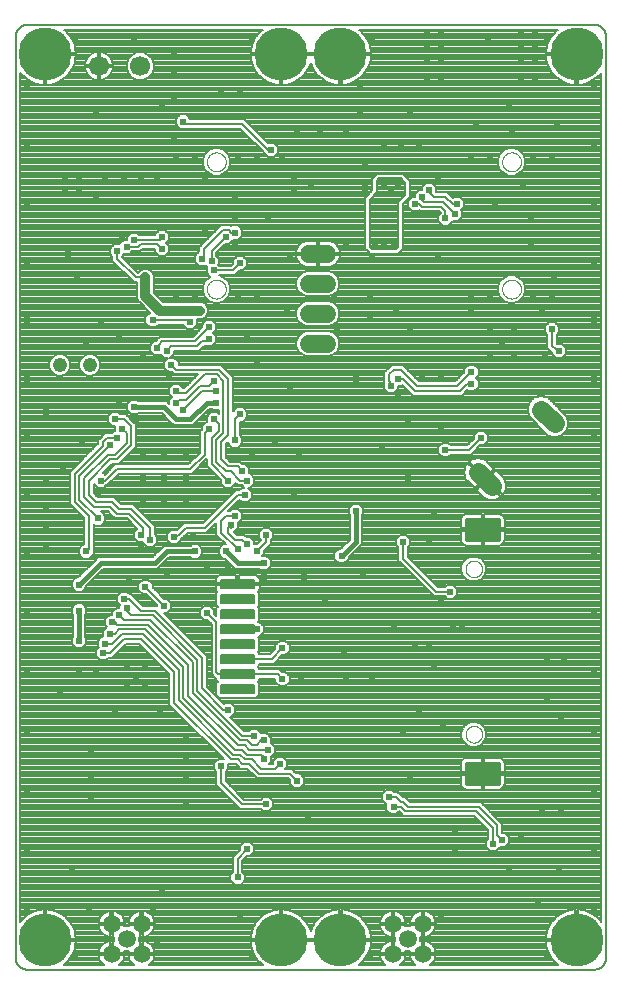
<source format=gbl>
G75*
%MOIN*%
%OFA0B0*%
%FSLAX25Y25*%
%IPPOS*%
%LPD*%
%AMOC8*
5,1,8,0,0,1.08239X$1,22.5*
%
%ADD10C,0.00500*%
%ADD11C,0.17717*%
%ADD12C,0.00000*%
%ADD13C,0.04800*%
%ADD14C,0.00709*%
%ADD15C,0.01575*%
%ADD16C,0.05906*%
%ADD17C,0.06000*%
%ADD18C,0.06693*%
%ADD19C,0.06496*%
%ADD20C,0.00787*%
%ADD21C,0.02381*%
%ADD22C,0.01600*%
%ADD23C,0.03200*%
D10*
X0005000Y0008937D02*
X0005000Y0316024D01*
X0005002Y0316148D01*
X0005008Y0316271D01*
X0005017Y0316395D01*
X0005031Y0316517D01*
X0005048Y0316640D01*
X0005070Y0316762D01*
X0005095Y0316883D01*
X0005124Y0317003D01*
X0005156Y0317122D01*
X0005193Y0317241D01*
X0005233Y0317358D01*
X0005276Y0317473D01*
X0005324Y0317588D01*
X0005375Y0317700D01*
X0005429Y0317811D01*
X0005487Y0317921D01*
X0005548Y0318028D01*
X0005613Y0318134D01*
X0005681Y0318237D01*
X0005752Y0318338D01*
X0005826Y0318437D01*
X0005903Y0318534D01*
X0005984Y0318628D01*
X0006067Y0318719D01*
X0006153Y0318808D01*
X0006242Y0318894D01*
X0006333Y0318977D01*
X0006427Y0319058D01*
X0006524Y0319135D01*
X0006623Y0319209D01*
X0006724Y0319280D01*
X0006827Y0319348D01*
X0006933Y0319413D01*
X0007040Y0319474D01*
X0007150Y0319532D01*
X0007261Y0319586D01*
X0007373Y0319637D01*
X0007488Y0319685D01*
X0007603Y0319728D01*
X0007720Y0319768D01*
X0007839Y0319805D01*
X0007958Y0319837D01*
X0008078Y0319866D01*
X0008199Y0319891D01*
X0008321Y0319913D01*
X0008444Y0319930D01*
X0008566Y0319944D01*
X0008690Y0319953D01*
X0008813Y0319959D01*
X0008937Y0319961D01*
X0197913Y0319961D01*
X0198037Y0319959D01*
X0198160Y0319953D01*
X0198284Y0319944D01*
X0198406Y0319930D01*
X0198529Y0319913D01*
X0198651Y0319891D01*
X0198772Y0319866D01*
X0198892Y0319837D01*
X0199011Y0319805D01*
X0199130Y0319768D01*
X0199247Y0319728D01*
X0199362Y0319685D01*
X0199477Y0319637D01*
X0199589Y0319586D01*
X0199700Y0319532D01*
X0199810Y0319474D01*
X0199917Y0319413D01*
X0200023Y0319348D01*
X0200126Y0319280D01*
X0200227Y0319209D01*
X0200326Y0319135D01*
X0200423Y0319058D01*
X0200517Y0318977D01*
X0200608Y0318894D01*
X0200697Y0318808D01*
X0200783Y0318719D01*
X0200866Y0318628D01*
X0200947Y0318534D01*
X0201024Y0318437D01*
X0201098Y0318338D01*
X0201169Y0318237D01*
X0201237Y0318134D01*
X0201302Y0318028D01*
X0201363Y0317921D01*
X0201421Y0317811D01*
X0201475Y0317700D01*
X0201526Y0317588D01*
X0201574Y0317473D01*
X0201617Y0317358D01*
X0201657Y0317241D01*
X0201694Y0317122D01*
X0201726Y0317003D01*
X0201755Y0316883D01*
X0201780Y0316762D01*
X0201802Y0316640D01*
X0201819Y0316517D01*
X0201833Y0316395D01*
X0201842Y0316271D01*
X0201848Y0316148D01*
X0201850Y0316024D01*
X0201850Y0008937D01*
X0201848Y0008813D01*
X0201842Y0008690D01*
X0201833Y0008566D01*
X0201819Y0008444D01*
X0201802Y0008321D01*
X0201780Y0008199D01*
X0201755Y0008078D01*
X0201726Y0007958D01*
X0201694Y0007839D01*
X0201657Y0007720D01*
X0201617Y0007603D01*
X0201574Y0007488D01*
X0201526Y0007373D01*
X0201475Y0007261D01*
X0201421Y0007150D01*
X0201363Y0007040D01*
X0201302Y0006933D01*
X0201237Y0006827D01*
X0201169Y0006724D01*
X0201098Y0006623D01*
X0201024Y0006524D01*
X0200947Y0006427D01*
X0200866Y0006333D01*
X0200783Y0006242D01*
X0200697Y0006153D01*
X0200608Y0006067D01*
X0200517Y0005984D01*
X0200423Y0005903D01*
X0200326Y0005826D01*
X0200227Y0005752D01*
X0200126Y0005681D01*
X0200023Y0005613D01*
X0199917Y0005548D01*
X0199810Y0005487D01*
X0199700Y0005429D01*
X0199589Y0005375D01*
X0199477Y0005324D01*
X0199362Y0005276D01*
X0199247Y0005233D01*
X0199130Y0005193D01*
X0199011Y0005156D01*
X0198892Y0005124D01*
X0198772Y0005095D01*
X0198651Y0005070D01*
X0198529Y0005048D01*
X0198406Y0005031D01*
X0198284Y0005017D01*
X0198160Y0005008D01*
X0198037Y0005002D01*
X0197913Y0005000D01*
X0008937Y0005000D01*
X0008813Y0005002D01*
X0008690Y0005008D01*
X0008566Y0005017D01*
X0008444Y0005031D01*
X0008321Y0005048D01*
X0008199Y0005070D01*
X0008078Y0005095D01*
X0007958Y0005124D01*
X0007839Y0005156D01*
X0007720Y0005193D01*
X0007603Y0005233D01*
X0007488Y0005276D01*
X0007373Y0005324D01*
X0007261Y0005375D01*
X0007150Y0005429D01*
X0007040Y0005487D01*
X0006933Y0005548D01*
X0006827Y0005613D01*
X0006724Y0005681D01*
X0006623Y0005752D01*
X0006524Y0005826D01*
X0006427Y0005903D01*
X0006333Y0005984D01*
X0006242Y0006067D01*
X0006153Y0006153D01*
X0006067Y0006242D01*
X0005984Y0006333D01*
X0005903Y0006427D01*
X0005826Y0006524D01*
X0005752Y0006623D01*
X0005681Y0006724D01*
X0005613Y0006827D01*
X0005548Y0006933D01*
X0005487Y0007040D01*
X0005429Y0007150D01*
X0005375Y0007261D01*
X0005324Y0007373D01*
X0005276Y0007488D01*
X0005233Y0007603D01*
X0005193Y0007720D01*
X0005156Y0007839D01*
X0005124Y0007958D01*
X0005095Y0008078D01*
X0005070Y0008199D01*
X0005048Y0008321D01*
X0005031Y0008444D01*
X0005017Y0008566D01*
X0005008Y0008690D01*
X0005002Y0008813D01*
X0005000Y0008937D01*
D11*
X0014843Y0014843D03*
X0093583Y0014843D03*
X0113268Y0014843D03*
X0192008Y0014843D03*
X0192008Y0310118D03*
X0113268Y0310118D03*
X0093583Y0310118D03*
X0014843Y0310118D03*
D12*
X0068779Y0274232D02*
X0068781Y0274344D01*
X0068787Y0274455D01*
X0068797Y0274567D01*
X0068811Y0274678D01*
X0068828Y0274788D01*
X0068850Y0274898D01*
X0068876Y0275007D01*
X0068905Y0275115D01*
X0068938Y0275221D01*
X0068975Y0275327D01*
X0069016Y0275431D01*
X0069061Y0275534D01*
X0069109Y0275635D01*
X0069160Y0275734D01*
X0069215Y0275831D01*
X0069274Y0275926D01*
X0069335Y0276020D01*
X0069400Y0276111D01*
X0069469Y0276199D01*
X0069540Y0276285D01*
X0069614Y0276369D01*
X0069692Y0276449D01*
X0069772Y0276527D01*
X0069855Y0276603D01*
X0069940Y0276675D01*
X0070028Y0276744D01*
X0070118Y0276810D01*
X0070211Y0276872D01*
X0070306Y0276932D01*
X0070403Y0276988D01*
X0070501Y0277040D01*
X0070602Y0277089D01*
X0070704Y0277134D01*
X0070808Y0277176D01*
X0070913Y0277214D01*
X0071020Y0277248D01*
X0071127Y0277278D01*
X0071236Y0277305D01*
X0071345Y0277327D01*
X0071456Y0277346D01*
X0071566Y0277361D01*
X0071678Y0277372D01*
X0071789Y0277379D01*
X0071901Y0277382D01*
X0072013Y0277381D01*
X0072125Y0277376D01*
X0072236Y0277367D01*
X0072347Y0277354D01*
X0072458Y0277337D01*
X0072568Y0277317D01*
X0072677Y0277292D01*
X0072785Y0277264D01*
X0072892Y0277231D01*
X0072998Y0277195D01*
X0073102Y0277155D01*
X0073205Y0277112D01*
X0073307Y0277065D01*
X0073406Y0277014D01*
X0073504Y0276960D01*
X0073600Y0276902D01*
X0073694Y0276841D01*
X0073785Y0276777D01*
X0073874Y0276710D01*
X0073961Y0276639D01*
X0074045Y0276565D01*
X0074127Y0276489D01*
X0074205Y0276409D01*
X0074281Y0276327D01*
X0074354Y0276242D01*
X0074424Y0276155D01*
X0074490Y0276065D01*
X0074554Y0275973D01*
X0074614Y0275879D01*
X0074671Y0275783D01*
X0074724Y0275684D01*
X0074774Y0275584D01*
X0074820Y0275483D01*
X0074863Y0275379D01*
X0074902Y0275274D01*
X0074937Y0275168D01*
X0074968Y0275061D01*
X0074996Y0274952D01*
X0075019Y0274843D01*
X0075039Y0274733D01*
X0075055Y0274622D01*
X0075067Y0274511D01*
X0075075Y0274400D01*
X0075079Y0274288D01*
X0075079Y0274176D01*
X0075075Y0274064D01*
X0075067Y0273953D01*
X0075055Y0273842D01*
X0075039Y0273731D01*
X0075019Y0273621D01*
X0074996Y0273512D01*
X0074968Y0273403D01*
X0074937Y0273296D01*
X0074902Y0273190D01*
X0074863Y0273085D01*
X0074820Y0272981D01*
X0074774Y0272880D01*
X0074724Y0272780D01*
X0074671Y0272681D01*
X0074614Y0272585D01*
X0074554Y0272491D01*
X0074490Y0272399D01*
X0074424Y0272309D01*
X0074354Y0272222D01*
X0074281Y0272137D01*
X0074205Y0272055D01*
X0074127Y0271975D01*
X0074045Y0271899D01*
X0073961Y0271825D01*
X0073874Y0271754D01*
X0073785Y0271687D01*
X0073694Y0271623D01*
X0073600Y0271562D01*
X0073504Y0271504D01*
X0073406Y0271450D01*
X0073307Y0271399D01*
X0073205Y0271352D01*
X0073102Y0271309D01*
X0072998Y0271269D01*
X0072892Y0271233D01*
X0072785Y0271200D01*
X0072677Y0271172D01*
X0072568Y0271147D01*
X0072458Y0271127D01*
X0072347Y0271110D01*
X0072236Y0271097D01*
X0072125Y0271088D01*
X0072013Y0271083D01*
X0071901Y0271082D01*
X0071789Y0271085D01*
X0071678Y0271092D01*
X0071566Y0271103D01*
X0071456Y0271118D01*
X0071345Y0271137D01*
X0071236Y0271159D01*
X0071127Y0271186D01*
X0071020Y0271216D01*
X0070913Y0271250D01*
X0070808Y0271288D01*
X0070704Y0271330D01*
X0070602Y0271375D01*
X0070501Y0271424D01*
X0070403Y0271476D01*
X0070306Y0271532D01*
X0070211Y0271592D01*
X0070118Y0271654D01*
X0070028Y0271720D01*
X0069940Y0271789D01*
X0069855Y0271861D01*
X0069772Y0271937D01*
X0069692Y0272015D01*
X0069614Y0272095D01*
X0069540Y0272179D01*
X0069469Y0272265D01*
X0069400Y0272353D01*
X0069335Y0272444D01*
X0069274Y0272538D01*
X0069215Y0272633D01*
X0069160Y0272730D01*
X0069109Y0272829D01*
X0069061Y0272930D01*
X0069016Y0273033D01*
X0068975Y0273137D01*
X0068938Y0273243D01*
X0068905Y0273349D01*
X0068876Y0273457D01*
X0068850Y0273566D01*
X0068828Y0273676D01*
X0068811Y0273786D01*
X0068797Y0273897D01*
X0068787Y0274009D01*
X0068781Y0274120D01*
X0068779Y0274232D01*
X0068779Y0231831D02*
X0068781Y0231943D01*
X0068787Y0232054D01*
X0068797Y0232166D01*
X0068811Y0232277D01*
X0068828Y0232387D01*
X0068850Y0232497D01*
X0068876Y0232606D01*
X0068905Y0232714D01*
X0068938Y0232820D01*
X0068975Y0232926D01*
X0069016Y0233030D01*
X0069061Y0233133D01*
X0069109Y0233234D01*
X0069160Y0233333D01*
X0069215Y0233430D01*
X0069274Y0233525D01*
X0069335Y0233619D01*
X0069400Y0233710D01*
X0069469Y0233798D01*
X0069540Y0233884D01*
X0069614Y0233968D01*
X0069692Y0234048D01*
X0069772Y0234126D01*
X0069855Y0234202D01*
X0069940Y0234274D01*
X0070028Y0234343D01*
X0070118Y0234409D01*
X0070211Y0234471D01*
X0070306Y0234531D01*
X0070403Y0234587D01*
X0070501Y0234639D01*
X0070602Y0234688D01*
X0070704Y0234733D01*
X0070808Y0234775D01*
X0070913Y0234813D01*
X0071020Y0234847D01*
X0071127Y0234877D01*
X0071236Y0234904D01*
X0071345Y0234926D01*
X0071456Y0234945D01*
X0071566Y0234960D01*
X0071678Y0234971D01*
X0071789Y0234978D01*
X0071901Y0234981D01*
X0072013Y0234980D01*
X0072125Y0234975D01*
X0072236Y0234966D01*
X0072347Y0234953D01*
X0072458Y0234936D01*
X0072568Y0234916D01*
X0072677Y0234891D01*
X0072785Y0234863D01*
X0072892Y0234830D01*
X0072998Y0234794D01*
X0073102Y0234754D01*
X0073205Y0234711D01*
X0073307Y0234664D01*
X0073406Y0234613D01*
X0073504Y0234559D01*
X0073600Y0234501D01*
X0073694Y0234440D01*
X0073785Y0234376D01*
X0073874Y0234309D01*
X0073961Y0234238D01*
X0074045Y0234164D01*
X0074127Y0234088D01*
X0074205Y0234008D01*
X0074281Y0233926D01*
X0074354Y0233841D01*
X0074424Y0233754D01*
X0074490Y0233664D01*
X0074554Y0233572D01*
X0074614Y0233478D01*
X0074671Y0233382D01*
X0074724Y0233283D01*
X0074774Y0233183D01*
X0074820Y0233082D01*
X0074863Y0232978D01*
X0074902Y0232873D01*
X0074937Y0232767D01*
X0074968Y0232660D01*
X0074996Y0232551D01*
X0075019Y0232442D01*
X0075039Y0232332D01*
X0075055Y0232221D01*
X0075067Y0232110D01*
X0075075Y0231999D01*
X0075079Y0231887D01*
X0075079Y0231775D01*
X0075075Y0231663D01*
X0075067Y0231552D01*
X0075055Y0231441D01*
X0075039Y0231330D01*
X0075019Y0231220D01*
X0074996Y0231111D01*
X0074968Y0231002D01*
X0074937Y0230895D01*
X0074902Y0230789D01*
X0074863Y0230684D01*
X0074820Y0230580D01*
X0074774Y0230479D01*
X0074724Y0230379D01*
X0074671Y0230280D01*
X0074614Y0230184D01*
X0074554Y0230090D01*
X0074490Y0229998D01*
X0074424Y0229908D01*
X0074354Y0229821D01*
X0074281Y0229736D01*
X0074205Y0229654D01*
X0074127Y0229574D01*
X0074045Y0229498D01*
X0073961Y0229424D01*
X0073874Y0229353D01*
X0073785Y0229286D01*
X0073694Y0229222D01*
X0073600Y0229161D01*
X0073504Y0229103D01*
X0073406Y0229049D01*
X0073307Y0228998D01*
X0073205Y0228951D01*
X0073102Y0228908D01*
X0072998Y0228868D01*
X0072892Y0228832D01*
X0072785Y0228799D01*
X0072677Y0228771D01*
X0072568Y0228746D01*
X0072458Y0228726D01*
X0072347Y0228709D01*
X0072236Y0228696D01*
X0072125Y0228687D01*
X0072013Y0228682D01*
X0071901Y0228681D01*
X0071789Y0228684D01*
X0071678Y0228691D01*
X0071566Y0228702D01*
X0071456Y0228717D01*
X0071345Y0228736D01*
X0071236Y0228758D01*
X0071127Y0228785D01*
X0071020Y0228815D01*
X0070913Y0228849D01*
X0070808Y0228887D01*
X0070704Y0228929D01*
X0070602Y0228974D01*
X0070501Y0229023D01*
X0070403Y0229075D01*
X0070306Y0229131D01*
X0070211Y0229191D01*
X0070118Y0229253D01*
X0070028Y0229319D01*
X0069940Y0229388D01*
X0069855Y0229460D01*
X0069772Y0229536D01*
X0069692Y0229614D01*
X0069614Y0229694D01*
X0069540Y0229778D01*
X0069469Y0229864D01*
X0069400Y0229952D01*
X0069335Y0230043D01*
X0069274Y0230137D01*
X0069215Y0230232D01*
X0069160Y0230329D01*
X0069109Y0230428D01*
X0069061Y0230529D01*
X0069016Y0230632D01*
X0068975Y0230736D01*
X0068938Y0230842D01*
X0068905Y0230948D01*
X0068876Y0231056D01*
X0068850Y0231165D01*
X0068828Y0231275D01*
X0068811Y0231385D01*
X0068797Y0231496D01*
X0068787Y0231608D01*
X0068781Y0231719D01*
X0068779Y0231831D01*
X0155000Y0138543D02*
X0155002Y0138648D01*
X0155008Y0138753D01*
X0155018Y0138857D01*
X0155032Y0138961D01*
X0155050Y0139065D01*
X0155072Y0139167D01*
X0155097Y0139269D01*
X0155127Y0139370D01*
X0155160Y0139469D01*
X0155197Y0139567D01*
X0155238Y0139664D01*
X0155283Y0139759D01*
X0155331Y0139852D01*
X0155382Y0139944D01*
X0155438Y0140033D01*
X0155496Y0140120D01*
X0155558Y0140205D01*
X0155622Y0140288D01*
X0155690Y0140368D01*
X0155761Y0140445D01*
X0155835Y0140519D01*
X0155912Y0140591D01*
X0155991Y0140660D01*
X0156073Y0140725D01*
X0156157Y0140788D01*
X0156244Y0140847D01*
X0156333Y0140903D01*
X0156424Y0140956D01*
X0156517Y0141005D01*
X0156611Y0141050D01*
X0156707Y0141092D01*
X0156805Y0141130D01*
X0156904Y0141164D01*
X0157005Y0141195D01*
X0157106Y0141221D01*
X0157209Y0141244D01*
X0157312Y0141263D01*
X0157416Y0141278D01*
X0157520Y0141289D01*
X0157625Y0141296D01*
X0157730Y0141299D01*
X0157835Y0141298D01*
X0157940Y0141293D01*
X0158044Y0141284D01*
X0158148Y0141271D01*
X0158252Y0141254D01*
X0158355Y0141233D01*
X0158457Y0141208D01*
X0158558Y0141180D01*
X0158657Y0141147D01*
X0158756Y0141111D01*
X0158853Y0141071D01*
X0158948Y0141028D01*
X0159042Y0140980D01*
X0159134Y0140930D01*
X0159224Y0140876D01*
X0159312Y0140818D01*
X0159397Y0140757D01*
X0159480Y0140693D01*
X0159561Y0140626D01*
X0159639Y0140556D01*
X0159714Y0140482D01*
X0159786Y0140407D01*
X0159856Y0140328D01*
X0159922Y0140247D01*
X0159986Y0140163D01*
X0160046Y0140077D01*
X0160102Y0139989D01*
X0160156Y0139898D01*
X0160206Y0139806D01*
X0160252Y0139712D01*
X0160295Y0139616D01*
X0160334Y0139518D01*
X0160369Y0139420D01*
X0160400Y0139319D01*
X0160428Y0139218D01*
X0160452Y0139116D01*
X0160472Y0139013D01*
X0160488Y0138909D01*
X0160500Y0138805D01*
X0160508Y0138700D01*
X0160512Y0138595D01*
X0160512Y0138491D01*
X0160508Y0138386D01*
X0160500Y0138281D01*
X0160488Y0138177D01*
X0160472Y0138073D01*
X0160452Y0137970D01*
X0160428Y0137868D01*
X0160400Y0137767D01*
X0160369Y0137666D01*
X0160334Y0137568D01*
X0160295Y0137470D01*
X0160252Y0137374D01*
X0160206Y0137280D01*
X0160156Y0137188D01*
X0160102Y0137097D01*
X0160046Y0137009D01*
X0159986Y0136923D01*
X0159922Y0136839D01*
X0159856Y0136758D01*
X0159786Y0136679D01*
X0159714Y0136604D01*
X0159639Y0136530D01*
X0159561Y0136460D01*
X0159480Y0136393D01*
X0159397Y0136329D01*
X0159312Y0136268D01*
X0159224Y0136210D01*
X0159134Y0136156D01*
X0159042Y0136106D01*
X0158948Y0136058D01*
X0158853Y0136015D01*
X0158756Y0135975D01*
X0158657Y0135939D01*
X0158558Y0135906D01*
X0158457Y0135878D01*
X0158355Y0135853D01*
X0158252Y0135832D01*
X0158148Y0135815D01*
X0158044Y0135802D01*
X0157940Y0135793D01*
X0157835Y0135788D01*
X0157730Y0135787D01*
X0157625Y0135790D01*
X0157520Y0135797D01*
X0157416Y0135808D01*
X0157312Y0135823D01*
X0157209Y0135842D01*
X0157106Y0135865D01*
X0157005Y0135891D01*
X0156904Y0135922D01*
X0156805Y0135956D01*
X0156707Y0135994D01*
X0156611Y0136036D01*
X0156517Y0136081D01*
X0156424Y0136130D01*
X0156333Y0136183D01*
X0156244Y0136239D01*
X0156157Y0136298D01*
X0156073Y0136361D01*
X0155991Y0136426D01*
X0155912Y0136495D01*
X0155835Y0136567D01*
X0155761Y0136641D01*
X0155690Y0136718D01*
X0155622Y0136798D01*
X0155558Y0136881D01*
X0155496Y0136966D01*
X0155438Y0137053D01*
X0155382Y0137142D01*
X0155331Y0137234D01*
X0155283Y0137327D01*
X0155238Y0137422D01*
X0155197Y0137519D01*
X0155160Y0137617D01*
X0155127Y0137716D01*
X0155097Y0137817D01*
X0155072Y0137919D01*
X0155050Y0138021D01*
X0155032Y0138125D01*
X0155018Y0138229D01*
X0155008Y0138333D01*
X0155002Y0138438D01*
X0155000Y0138543D01*
X0155000Y0083425D02*
X0155002Y0083530D01*
X0155008Y0083635D01*
X0155018Y0083739D01*
X0155032Y0083843D01*
X0155050Y0083947D01*
X0155072Y0084049D01*
X0155097Y0084151D01*
X0155127Y0084252D01*
X0155160Y0084351D01*
X0155197Y0084449D01*
X0155238Y0084546D01*
X0155283Y0084641D01*
X0155331Y0084734D01*
X0155382Y0084826D01*
X0155438Y0084915D01*
X0155496Y0085002D01*
X0155558Y0085087D01*
X0155622Y0085170D01*
X0155690Y0085250D01*
X0155761Y0085327D01*
X0155835Y0085401D01*
X0155912Y0085473D01*
X0155991Y0085542D01*
X0156073Y0085607D01*
X0156157Y0085670D01*
X0156244Y0085729D01*
X0156333Y0085785D01*
X0156424Y0085838D01*
X0156517Y0085887D01*
X0156611Y0085932D01*
X0156707Y0085974D01*
X0156805Y0086012D01*
X0156904Y0086046D01*
X0157005Y0086077D01*
X0157106Y0086103D01*
X0157209Y0086126D01*
X0157312Y0086145D01*
X0157416Y0086160D01*
X0157520Y0086171D01*
X0157625Y0086178D01*
X0157730Y0086181D01*
X0157835Y0086180D01*
X0157940Y0086175D01*
X0158044Y0086166D01*
X0158148Y0086153D01*
X0158252Y0086136D01*
X0158355Y0086115D01*
X0158457Y0086090D01*
X0158558Y0086062D01*
X0158657Y0086029D01*
X0158756Y0085993D01*
X0158853Y0085953D01*
X0158948Y0085910D01*
X0159042Y0085862D01*
X0159134Y0085812D01*
X0159224Y0085758D01*
X0159312Y0085700D01*
X0159397Y0085639D01*
X0159480Y0085575D01*
X0159561Y0085508D01*
X0159639Y0085438D01*
X0159714Y0085364D01*
X0159786Y0085289D01*
X0159856Y0085210D01*
X0159922Y0085129D01*
X0159986Y0085045D01*
X0160046Y0084959D01*
X0160102Y0084871D01*
X0160156Y0084780D01*
X0160206Y0084688D01*
X0160252Y0084594D01*
X0160295Y0084498D01*
X0160334Y0084400D01*
X0160369Y0084302D01*
X0160400Y0084201D01*
X0160428Y0084100D01*
X0160452Y0083998D01*
X0160472Y0083895D01*
X0160488Y0083791D01*
X0160500Y0083687D01*
X0160508Y0083582D01*
X0160512Y0083477D01*
X0160512Y0083373D01*
X0160508Y0083268D01*
X0160500Y0083163D01*
X0160488Y0083059D01*
X0160472Y0082955D01*
X0160452Y0082852D01*
X0160428Y0082750D01*
X0160400Y0082649D01*
X0160369Y0082548D01*
X0160334Y0082450D01*
X0160295Y0082352D01*
X0160252Y0082256D01*
X0160206Y0082162D01*
X0160156Y0082070D01*
X0160102Y0081979D01*
X0160046Y0081891D01*
X0159986Y0081805D01*
X0159922Y0081721D01*
X0159856Y0081640D01*
X0159786Y0081561D01*
X0159714Y0081486D01*
X0159639Y0081412D01*
X0159561Y0081342D01*
X0159480Y0081275D01*
X0159397Y0081211D01*
X0159312Y0081150D01*
X0159224Y0081092D01*
X0159134Y0081038D01*
X0159042Y0080988D01*
X0158948Y0080940D01*
X0158853Y0080897D01*
X0158756Y0080857D01*
X0158657Y0080821D01*
X0158558Y0080788D01*
X0158457Y0080760D01*
X0158355Y0080735D01*
X0158252Y0080714D01*
X0158148Y0080697D01*
X0158044Y0080684D01*
X0157940Y0080675D01*
X0157835Y0080670D01*
X0157730Y0080669D01*
X0157625Y0080672D01*
X0157520Y0080679D01*
X0157416Y0080690D01*
X0157312Y0080705D01*
X0157209Y0080724D01*
X0157106Y0080747D01*
X0157005Y0080773D01*
X0156904Y0080804D01*
X0156805Y0080838D01*
X0156707Y0080876D01*
X0156611Y0080918D01*
X0156517Y0080963D01*
X0156424Y0081012D01*
X0156333Y0081065D01*
X0156244Y0081121D01*
X0156157Y0081180D01*
X0156073Y0081243D01*
X0155991Y0081308D01*
X0155912Y0081377D01*
X0155835Y0081449D01*
X0155761Y0081523D01*
X0155690Y0081600D01*
X0155622Y0081680D01*
X0155558Y0081763D01*
X0155496Y0081848D01*
X0155438Y0081935D01*
X0155382Y0082024D01*
X0155331Y0082116D01*
X0155283Y0082209D01*
X0155238Y0082304D01*
X0155197Y0082401D01*
X0155160Y0082499D01*
X0155127Y0082598D01*
X0155097Y0082699D01*
X0155072Y0082801D01*
X0155050Y0082903D01*
X0155032Y0083007D01*
X0155018Y0083111D01*
X0155008Y0083215D01*
X0155002Y0083320D01*
X0155000Y0083425D01*
X0167204Y0231831D02*
X0167206Y0231943D01*
X0167212Y0232054D01*
X0167222Y0232166D01*
X0167236Y0232277D01*
X0167253Y0232387D01*
X0167275Y0232497D01*
X0167301Y0232606D01*
X0167330Y0232714D01*
X0167363Y0232820D01*
X0167400Y0232926D01*
X0167441Y0233030D01*
X0167486Y0233133D01*
X0167534Y0233234D01*
X0167585Y0233333D01*
X0167640Y0233430D01*
X0167699Y0233525D01*
X0167760Y0233619D01*
X0167825Y0233710D01*
X0167894Y0233798D01*
X0167965Y0233884D01*
X0168039Y0233968D01*
X0168117Y0234048D01*
X0168197Y0234126D01*
X0168280Y0234202D01*
X0168365Y0234274D01*
X0168453Y0234343D01*
X0168543Y0234409D01*
X0168636Y0234471D01*
X0168731Y0234531D01*
X0168828Y0234587D01*
X0168926Y0234639D01*
X0169027Y0234688D01*
X0169129Y0234733D01*
X0169233Y0234775D01*
X0169338Y0234813D01*
X0169445Y0234847D01*
X0169552Y0234877D01*
X0169661Y0234904D01*
X0169770Y0234926D01*
X0169881Y0234945D01*
X0169991Y0234960D01*
X0170103Y0234971D01*
X0170214Y0234978D01*
X0170326Y0234981D01*
X0170438Y0234980D01*
X0170550Y0234975D01*
X0170661Y0234966D01*
X0170772Y0234953D01*
X0170883Y0234936D01*
X0170993Y0234916D01*
X0171102Y0234891D01*
X0171210Y0234863D01*
X0171317Y0234830D01*
X0171423Y0234794D01*
X0171527Y0234754D01*
X0171630Y0234711D01*
X0171732Y0234664D01*
X0171831Y0234613D01*
X0171929Y0234559D01*
X0172025Y0234501D01*
X0172119Y0234440D01*
X0172210Y0234376D01*
X0172299Y0234309D01*
X0172386Y0234238D01*
X0172470Y0234164D01*
X0172552Y0234088D01*
X0172630Y0234008D01*
X0172706Y0233926D01*
X0172779Y0233841D01*
X0172849Y0233754D01*
X0172915Y0233664D01*
X0172979Y0233572D01*
X0173039Y0233478D01*
X0173096Y0233382D01*
X0173149Y0233283D01*
X0173199Y0233183D01*
X0173245Y0233082D01*
X0173288Y0232978D01*
X0173327Y0232873D01*
X0173362Y0232767D01*
X0173393Y0232660D01*
X0173421Y0232551D01*
X0173444Y0232442D01*
X0173464Y0232332D01*
X0173480Y0232221D01*
X0173492Y0232110D01*
X0173500Y0231999D01*
X0173504Y0231887D01*
X0173504Y0231775D01*
X0173500Y0231663D01*
X0173492Y0231552D01*
X0173480Y0231441D01*
X0173464Y0231330D01*
X0173444Y0231220D01*
X0173421Y0231111D01*
X0173393Y0231002D01*
X0173362Y0230895D01*
X0173327Y0230789D01*
X0173288Y0230684D01*
X0173245Y0230580D01*
X0173199Y0230479D01*
X0173149Y0230379D01*
X0173096Y0230280D01*
X0173039Y0230184D01*
X0172979Y0230090D01*
X0172915Y0229998D01*
X0172849Y0229908D01*
X0172779Y0229821D01*
X0172706Y0229736D01*
X0172630Y0229654D01*
X0172552Y0229574D01*
X0172470Y0229498D01*
X0172386Y0229424D01*
X0172299Y0229353D01*
X0172210Y0229286D01*
X0172119Y0229222D01*
X0172025Y0229161D01*
X0171929Y0229103D01*
X0171831Y0229049D01*
X0171732Y0228998D01*
X0171630Y0228951D01*
X0171527Y0228908D01*
X0171423Y0228868D01*
X0171317Y0228832D01*
X0171210Y0228799D01*
X0171102Y0228771D01*
X0170993Y0228746D01*
X0170883Y0228726D01*
X0170772Y0228709D01*
X0170661Y0228696D01*
X0170550Y0228687D01*
X0170438Y0228682D01*
X0170326Y0228681D01*
X0170214Y0228684D01*
X0170103Y0228691D01*
X0169991Y0228702D01*
X0169881Y0228717D01*
X0169770Y0228736D01*
X0169661Y0228758D01*
X0169552Y0228785D01*
X0169445Y0228815D01*
X0169338Y0228849D01*
X0169233Y0228887D01*
X0169129Y0228929D01*
X0169027Y0228974D01*
X0168926Y0229023D01*
X0168828Y0229075D01*
X0168731Y0229131D01*
X0168636Y0229191D01*
X0168543Y0229253D01*
X0168453Y0229319D01*
X0168365Y0229388D01*
X0168280Y0229460D01*
X0168197Y0229536D01*
X0168117Y0229614D01*
X0168039Y0229694D01*
X0167965Y0229778D01*
X0167894Y0229864D01*
X0167825Y0229952D01*
X0167760Y0230043D01*
X0167699Y0230137D01*
X0167640Y0230232D01*
X0167585Y0230329D01*
X0167534Y0230428D01*
X0167486Y0230529D01*
X0167441Y0230632D01*
X0167400Y0230736D01*
X0167363Y0230842D01*
X0167330Y0230948D01*
X0167301Y0231056D01*
X0167275Y0231165D01*
X0167253Y0231275D01*
X0167236Y0231385D01*
X0167222Y0231496D01*
X0167212Y0231608D01*
X0167206Y0231719D01*
X0167204Y0231831D01*
X0167204Y0274232D02*
X0167206Y0274344D01*
X0167212Y0274455D01*
X0167222Y0274567D01*
X0167236Y0274678D01*
X0167253Y0274788D01*
X0167275Y0274898D01*
X0167301Y0275007D01*
X0167330Y0275115D01*
X0167363Y0275221D01*
X0167400Y0275327D01*
X0167441Y0275431D01*
X0167486Y0275534D01*
X0167534Y0275635D01*
X0167585Y0275734D01*
X0167640Y0275831D01*
X0167699Y0275926D01*
X0167760Y0276020D01*
X0167825Y0276111D01*
X0167894Y0276199D01*
X0167965Y0276285D01*
X0168039Y0276369D01*
X0168117Y0276449D01*
X0168197Y0276527D01*
X0168280Y0276603D01*
X0168365Y0276675D01*
X0168453Y0276744D01*
X0168543Y0276810D01*
X0168636Y0276872D01*
X0168731Y0276932D01*
X0168828Y0276988D01*
X0168926Y0277040D01*
X0169027Y0277089D01*
X0169129Y0277134D01*
X0169233Y0277176D01*
X0169338Y0277214D01*
X0169445Y0277248D01*
X0169552Y0277278D01*
X0169661Y0277305D01*
X0169770Y0277327D01*
X0169881Y0277346D01*
X0169991Y0277361D01*
X0170103Y0277372D01*
X0170214Y0277379D01*
X0170326Y0277382D01*
X0170438Y0277381D01*
X0170550Y0277376D01*
X0170661Y0277367D01*
X0170772Y0277354D01*
X0170883Y0277337D01*
X0170993Y0277317D01*
X0171102Y0277292D01*
X0171210Y0277264D01*
X0171317Y0277231D01*
X0171423Y0277195D01*
X0171527Y0277155D01*
X0171630Y0277112D01*
X0171732Y0277065D01*
X0171831Y0277014D01*
X0171929Y0276960D01*
X0172025Y0276902D01*
X0172119Y0276841D01*
X0172210Y0276777D01*
X0172299Y0276710D01*
X0172386Y0276639D01*
X0172470Y0276565D01*
X0172552Y0276489D01*
X0172630Y0276409D01*
X0172706Y0276327D01*
X0172779Y0276242D01*
X0172849Y0276155D01*
X0172915Y0276065D01*
X0172979Y0275973D01*
X0173039Y0275879D01*
X0173096Y0275783D01*
X0173149Y0275684D01*
X0173199Y0275584D01*
X0173245Y0275483D01*
X0173288Y0275379D01*
X0173327Y0275274D01*
X0173362Y0275168D01*
X0173393Y0275061D01*
X0173421Y0274952D01*
X0173444Y0274843D01*
X0173464Y0274733D01*
X0173480Y0274622D01*
X0173492Y0274511D01*
X0173500Y0274400D01*
X0173504Y0274288D01*
X0173504Y0274176D01*
X0173500Y0274064D01*
X0173492Y0273953D01*
X0173480Y0273842D01*
X0173464Y0273731D01*
X0173444Y0273621D01*
X0173421Y0273512D01*
X0173393Y0273403D01*
X0173362Y0273296D01*
X0173327Y0273190D01*
X0173288Y0273085D01*
X0173245Y0272981D01*
X0173199Y0272880D01*
X0173149Y0272780D01*
X0173096Y0272681D01*
X0173039Y0272585D01*
X0172979Y0272491D01*
X0172915Y0272399D01*
X0172849Y0272309D01*
X0172779Y0272222D01*
X0172706Y0272137D01*
X0172630Y0272055D01*
X0172552Y0271975D01*
X0172470Y0271899D01*
X0172386Y0271825D01*
X0172299Y0271754D01*
X0172210Y0271687D01*
X0172119Y0271623D01*
X0172025Y0271562D01*
X0171929Y0271504D01*
X0171831Y0271450D01*
X0171732Y0271399D01*
X0171630Y0271352D01*
X0171527Y0271309D01*
X0171423Y0271269D01*
X0171317Y0271233D01*
X0171210Y0271200D01*
X0171102Y0271172D01*
X0170993Y0271147D01*
X0170883Y0271127D01*
X0170772Y0271110D01*
X0170661Y0271097D01*
X0170550Y0271088D01*
X0170438Y0271083D01*
X0170326Y0271082D01*
X0170214Y0271085D01*
X0170103Y0271092D01*
X0169991Y0271103D01*
X0169881Y0271118D01*
X0169770Y0271137D01*
X0169661Y0271159D01*
X0169552Y0271186D01*
X0169445Y0271216D01*
X0169338Y0271250D01*
X0169233Y0271288D01*
X0169129Y0271330D01*
X0169027Y0271375D01*
X0168926Y0271424D01*
X0168828Y0271476D01*
X0168731Y0271532D01*
X0168636Y0271592D01*
X0168543Y0271654D01*
X0168453Y0271720D01*
X0168365Y0271789D01*
X0168280Y0271861D01*
X0168197Y0271937D01*
X0168117Y0272015D01*
X0168039Y0272095D01*
X0167965Y0272179D01*
X0167894Y0272265D01*
X0167825Y0272353D01*
X0167760Y0272444D01*
X0167699Y0272538D01*
X0167640Y0272633D01*
X0167585Y0272730D01*
X0167534Y0272829D01*
X0167486Y0272930D01*
X0167441Y0273033D01*
X0167400Y0273137D01*
X0167363Y0273243D01*
X0167330Y0273349D01*
X0167301Y0273457D01*
X0167275Y0273566D01*
X0167253Y0273676D01*
X0167236Y0273786D01*
X0167222Y0273897D01*
X0167212Y0274009D01*
X0167206Y0274120D01*
X0167204Y0274232D01*
D13*
X0029685Y0206575D03*
X0019685Y0206575D03*
D14*
X0073465Y0134921D02*
X0073465Y0132087D01*
X0073465Y0134921D02*
X0084567Y0134921D01*
X0084567Y0132087D01*
X0073465Y0132087D01*
X0073465Y0132795D02*
X0084567Y0132795D01*
X0084567Y0133503D02*
X0073465Y0133503D01*
X0073465Y0134211D02*
X0084567Y0134211D01*
X0084567Y0134919D02*
X0073465Y0134919D01*
X0073465Y0129921D02*
X0073465Y0127087D01*
X0073465Y0129921D02*
X0084567Y0129921D01*
X0084567Y0127087D01*
X0073465Y0127087D01*
X0073465Y0127795D02*
X0084567Y0127795D01*
X0084567Y0128503D02*
X0073465Y0128503D01*
X0073465Y0129211D02*
X0084567Y0129211D01*
X0084567Y0129919D02*
X0073465Y0129919D01*
X0073465Y0124921D02*
X0073465Y0122087D01*
X0073465Y0124921D02*
X0084567Y0124921D01*
X0084567Y0122087D01*
X0073465Y0122087D01*
X0073465Y0122795D02*
X0084567Y0122795D01*
X0084567Y0123503D02*
X0073465Y0123503D01*
X0073465Y0124211D02*
X0084567Y0124211D01*
X0084567Y0124919D02*
X0073465Y0124919D01*
X0073465Y0119921D02*
X0073465Y0117087D01*
X0073465Y0119921D02*
X0084567Y0119921D01*
X0084567Y0117087D01*
X0073465Y0117087D01*
X0073465Y0117795D02*
X0084567Y0117795D01*
X0084567Y0118503D02*
X0073465Y0118503D01*
X0073465Y0119211D02*
X0084567Y0119211D01*
X0084567Y0119919D02*
X0073465Y0119919D01*
X0073465Y0114921D02*
X0073465Y0112087D01*
X0073465Y0114921D02*
X0084567Y0114921D01*
X0084567Y0112087D01*
X0073465Y0112087D01*
X0073465Y0112795D02*
X0084567Y0112795D01*
X0084567Y0113503D02*
X0073465Y0113503D01*
X0073465Y0114211D02*
X0084567Y0114211D01*
X0084567Y0114919D02*
X0073465Y0114919D01*
X0073465Y0109921D02*
X0073465Y0107087D01*
X0073465Y0109921D02*
X0084567Y0109921D01*
X0084567Y0107087D01*
X0073465Y0107087D01*
X0073465Y0107795D02*
X0084567Y0107795D01*
X0084567Y0108503D02*
X0073465Y0108503D01*
X0073465Y0109211D02*
X0084567Y0109211D01*
X0084567Y0109919D02*
X0073465Y0109919D01*
X0073465Y0104921D02*
X0073465Y0102087D01*
X0073465Y0104921D02*
X0084567Y0104921D01*
X0084567Y0102087D01*
X0073465Y0102087D01*
X0073465Y0102795D02*
X0084567Y0102795D01*
X0084567Y0103503D02*
X0073465Y0103503D01*
X0073465Y0104211D02*
X0084567Y0104211D01*
X0084567Y0104919D02*
X0073465Y0104919D01*
X0073465Y0099921D02*
X0073465Y0097087D01*
X0073465Y0099921D02*
X0084567Y0099921D01*
X0084567Y0097087D01*
X0073465Y0097087D01*
X0073465Y0097795D02*
X0084567Y0097795D01*
X0084567Y0098503D02*
X0073465Y0098503D01*
X0073465Y0099211D02*
X0084567Y0099211D01*
X0084567Y0099919D02*
X0073465Y0099919D01*
D15*
X0155591Y0073504D02*
X0155591Y0067204D01*
X0155591Y0073504D02*
X0165827Y0073504D01*
X0165827Y0067204D01*
X0155591Y0067204D01*
X0155591Y0068778D02*
X0165827Y0068778D01*
X0165827Y0070352D02*
X0155591Y0070352D01*
X0155591Y0071926D02*
X0165827Y0071926D01*
X0165827Y0073500D02*
X0155591Y0073500D01*
X0155591Y0148504D02*
X0155591Y0154804D01*
X0165827Y0154804D01*
X0165827Y0148504D01*
X0155591Y0148504D01*
X0155591Y0150078D02*
X0165827Y0150078D01*
X0165827Y0151652D02*
X0155591Y0151652D01*
X0155591Y0153226D02*
X0165827Y0153226D01*
X0165827Y0154800D02*
X0155591Y0154800D01*
D16*
X0140709Y0020236D03*
X0135709Y0015236D03*
X0140709Y0010236D03*
X0130709Y0010236D03*
X0130709Y0020236D03*
X0047008Y0020236D03*
X0042008Y0015236D03*
X0047008Y0010236D03*
X0037008Y0010236D03*
X0037008Y0020236D03*
D17*
X0102787Y0213622D02*
X0108787Y0213622D01*
X0108787Y0223622D02*
X0102787Y0223622D01*
X0102787Y0233622D02*
X0108787Y0233622D01*
X0108787Y0243622D02*
X0102787Y0243622D01*
D18*
X0046535Y0306181D03*
X0032756Y0306181D03*
D19*
X0159261Y0170750D02*
X0163855Y0166157D01*
X0184734Y0187036D02*
X0180140Y0191629D01*
D20*
X0176150Y0189690D02*
X0082175Y0189690D01*
X0082175Y0189057D02*
X0082175Y0191022D01*
X0080786Y0192411D01*
X0078821Y0192411D01*
X0077450Y0191041D01*
X0077450Y0202563D01*
X0076528Y0203485D01*
X0074351Y0205662D01*
X0073429Y0206584D01*
X0059340Y0206584D01*
X0059340Y0207557D01*
X0057951Y0208946D01*
X0056395Y0208946D01*
X0057765Y0210317D01*
X0057765Y0211299D01*
X0066282Y0211299D01*
X0067857Y0212874D01*
X0068575Y0212874D01*
X0068585Y0212865D01*
X0070549Y0212865D01*
X0071939Y0214254D01*
X0071939Y0216219D01*
X0070952Y0217205D01*
X0071939Y0218191D01*
X0071939Y0220156D01*
X0070549Y0221545D01*
X0068585Y0221545D01*
X0067195Y0220156D01*
X0067195Y0219029D01*
X0064190Y0216024D01*
X0054296Y0216024D01*
X0054150Y0216121D01*
X0053663Y0216024D01*
X0053167Y0216024D01*
X0053042Y0215900D01*
X0052870Y0215865D01*
X0052595Y0215452D01*
X0052244Y0215101D01*
X0052244Y0214926D01*
X0051933Y0214458D01*
X0051262Y0214458D01*
X0049872Y0213069D01*
X0049872Y0211104D01*
X0051262Y0209715D01*
X0053226Y0209715D01*
X0053425Y0209914D01*
X0054411Y0208928D01*
X0055967Y0208928D01*
X0054597Y0207557D01*
X0054597Y0205592D01*
X0055986Y0204203D01*
X0057113Y0204203D01*
X0057882Y0203435D01*
X0065910Y0203435D01*
X0061176Y0198701D01*
X0060915Y0198701D01*
X0060915Y0198896D01*
X0059526Y0200285D01*
X0057561Y0200285D01*
X0056172Y0198896D01*
X0056172Y0196931D01*
X0057158Y0195945D01*
X0056172Y0194959D01*
X0056172Y0193638D01*
X0055427Y0194383D01*
X0045743Y0194383D01*
X0045352Y0194773D01*
X0043388Y0194773D01*
X0041998Y0193384D01*
X0041998Y0191419D01*
X0043388Y0190030D01*
X0045352Y0190030D01*
X0045743Y0190420D01*
X0053786Y0190420D01*
X0056562Y0187644D01*
X0057723Y0186483D01*
X0064088Y0186483D01*
X0069600Y0191995D01*
X0070556Y0191995D01*
X0070947Y0191605D01*
X0072726Y0191605D01*
X0072726Y0190234D01*
X0072124Y0190836D01*
X0070159Y0190836D01*
X0068770Y0189447D01*
X0068770Y0187687D01*
X0068585Y0187687D01*
X0067195Y0186297D01*
X0067195Y0185170D01*
X0066417Y0184392D01*
X0066417Y0177306D01*
X0062615Y0173504D01*
X0038206Y0173504D01*
X0037283Y0172581D01*
X0034697Y0169995D01*
X0034329Y0170364D01*
X0034008Y0170364D01*
X0037148Y0173504D01*
X0039511Y0173504D01*
X0040433Y0174426D01*
X0045157Y0179151D01*
X0045157Y0186755D01*
X0044235Y0187677D01*
X0041873Y0190039D01*
X0039850Y0190039D01*
X0039053Y0190836D01*
X0037088Y0190836D01*
X0035699Y0189447D01*
X0035699Y0187482D01*
X0037088Y0186093D01*
X0038061Y0186093D01*
X0038061Y0184537D01*
X0037876Y0184537D01*
X0037088Y0183750D01*
X0034861Y0183750D01*
X0033939Y0182827D01*
X0033472Y0182360D01*
X0032550Y0181438D01*
X0032550Y0180446D01*
X0024033Y0171929D01*
X0023110Y0171007D01*
X0023110Y0160253D01*
X0027835Y0155529D01*
X0027835Y0146742D01*
X0027640Y0146742D01*
X0026250Y0145352D01*
X0026250Y0143388D01*
X0027640Y0141998D01*
X0029604Y0141998D01*
X0030994Y0143388D01*
X0030994Y0145352D01*
X0030984Y0145362D01*
X0030984Y0153614D01*
X0031577Y0153022D01*
X0033541Y0153022D01*
X0034931Y0154411D01*
X0034931Y0156376D01*
X0033551Y0157756D01*
X0035844Y0157756D01*
X0037283Y0156316D01*
X0038206Y0155394D01*
X0042143Y0155394D01*
X0045517Y0152020D01*
X0044361Y0150864D01*
X0044361Y0148900D01*
X0045750Y0147510D01*
X0047510Y0147510D01*
X0047510Y0147325D01*
X0048900Y0145935D01*
X0050864Y0145935D01*
X0052254Y0147325D01*
X0052254Y0149289D01*
X0051457Y0150086D01*
X0051457Y0152896D01*
X0050534Y0153819D01*
X0044235Y0160118D01*
X0040298Y0160118D01*
X0037936Y0162480D01*
X0032424Y0162480D01*
X0030984Y0163920D01*
X0030984Y0167000D01*
X0032364Y0165620D01*
X0034329Y0165620D01*
X0035126Y0166417D01*
X0035574Y0166417D01*
X0039511Y0170354D01*
X0063920Y0170354D01*
X0068644Y0175079D01*
X0068780Y0175214D01*
X0068780Y0172852D01*
X0073494Y0168137D01*
X0073494Y0167010D01*
X0074884Y0165620D01*
X0076849Y0165620D01*
X0078238Y0167010D01*
X0078238Y0167330D01*
X0079151Y0166417D01*
X0080386Y0166417D01*
X0081164Y0165639D01*
X0080396Y0165639D01*
X0079599Y0164843D01*
X0078363Y0164843D01*
X0077441Y0163920D01*
X0067340Y0153819D01*
X0061041Y0153819D01*
X0060118Y0152896D01*
X0058688Y0151466D01*
X0056774Y0151466D01*
X0055384Y0150077D01*
X0055384Y0148112D01*
X0056774Y0146723D01*
X0058738Y0146723D01*
X0060128Y0148112D01*
X0060128Y0148452D01*
X0060264Y0148588D01*
X0060618Y0148765D01*
X0060707Y0149031D01*
X0062345Y0150669D01*
X0068644Y0150669D01*
X0071929Y0153954D01*
X0071929Y0150017D01*
X0075204Y0146742D01*
X0074096Y0146742D01*
X0072707Y0145352D01*
X0072707Y0143388D01*
X0074096Y0141998D01*
X0074649Y0141998D01*
X0078195Y0138452D01*
X0086304Y0138452D01*
X0086695Y0138061D01*
X0088660Y0138061D01*
X0090049Y0139451D01*
X0090049Y0141415D01*
X0088660Y0142805D01*
X0087104Y0142805D01*
X0087687Y0143388D01*
X0087687Y0144515D01*
X0089117Y0145945D01*
X0090039Y0146867D01*
X0090039Y0148103D01*
X0090836Y0148900D01*
X0090836Y0150864D01*
X0089447Y0152254D01*
X0087482Y0152254D01*
X0086093Y0150864D01*
X0086093Y0148900D01*
X0086855Y0148137D01*
X0085459Y0146742D01*
X0084537Y0146742D01*
X0084537Y0147715D01*
X0083148Y0149104D01*
X0082021Y0149104D01*
X0081243Y0149882D01*
X0078881Y0149882D01*
X0077869Y0150893D01*
X0079025Y0152049D01*
X0079025Y0153809D01*
X0079211Y0153809D01*
X0080600Y0155199D01*
X0080600Y0157163D01*
X0079211Y0158553D01*
X0077246Y0158553D01*
X0076449Y0157756D01*
X0075731Y0157756D01*
X0079633Y0161658D01*
X0080396Y0160896D01*
X0082360Y0160896D01*
X0083750Y0162285D01*
X0083750Y0164250D01*
X0082379Y0165620D01*
X0083148Y0165620D01*
X0084537Y0167010D01*
X0084537Y0168974D01*
X0083148Y0170364D01*
X0082962Y0170364D01*
X0082962Y0172124D01*
X0081573Y0173513D01*
X0080446Y0173513D01*
X0079668Y0174291D01*
X0076518Y0174291D01*
X0075079Y0175731D01*
X0075079Y0180208D01*
X0075857Y0180986D01*
X0075857Y0180396D01*
X0077246Y0179006D01*
X0079211Y0179006D01*
X0080600Y0180396D01*
X0080600Y0182360D01*
X0079803Y0183157D01*
X0079803Y0187668D01*
X0080786Y0187668D01*
X0082175Y0189057D01*
X0082021Y0188904D02*
X0176602Y0188904D01*
X0176385Y0189120D02*
X0182225Y0183281D01*
X0183853Y0182607D01*
X0185615Y0182607D01*
X0187243Y0183281D01*
X0188488Y0184527D01*
X0189163Y0186155D01*
X0189163Y0187917D01*
X0188488Y0189545D01*
X0182649Y0195384D01*
X0181021Y0196058D01*
X0179259Y0196058D01*
X0177631Y0195384D01*
X0176385Y0194138D01*
X0175711Y0192510D01*
X0175711Y0190748D01*
X0176385Y0189120D01*
X0177388Y0188118D02*
X0081236Y0188118D01*
X0079803Y0187332D02*
X0178174Y0187332D01*
X0178960Y0186546D02*
X0079803Y0186546D01*
X0079803Y0185760D02*
X0179746Y0185760D01*
X0180532Y0184974D02*
X0079803Y0184974D01*
X0079803Y0184188D02*
X0158787Y0184188D01*
X0159136Y0184537D02*
X0157746Y0183148D01*
X0157746Y0182021D01*
X0155529Y0179803D01*
X0150086Y0179803D01*
X0149289Y0180600D01*
X0147325Y0180600D01*
X0145935Y0179211D01*
X0145935Y0177246D01*
X0147325Y0175857D01*
X0149289Y0175857D01*
X0150086Y0176654D01*
X0156833Y0176654D01*
X0159974Y0179794D01*
X0161100Y0179794D01*
X0162490Y0181183D01*
X0162490Y0183148D01*
X0161100Y0184537D01*
X0159136Y0184537D01*
X0158001Y0183402D02*
X0079803Y0183402D01*
X0080344Y0182616D02*
X0157746Y0182616D01*
X0157556Y0181830D02*
X0080600Y0181830D01*
X0080600Y0181044D02*
X0156770Y0181044D01*
X0155984Y0180259D02*
X0149631Y0180259D01*
X0148307Y0178228D02*
X0156181Y0178228D01*
X0160118Y0182165D01*
X0161565Y0180259D02*
X0200207Y0180259D01*
X0200207Y0181044D02*
X0162351Y0181044D01*
X0162490Y0181830D02*
X0200207Y0181830D01*
X0200207Y0182616D02*
X0185638Y0182616D01*
X0183829Y0182616D02*
X0162490Y0182616D01*
X0162235Y0183402D02*
X0182103Y0183402D01*
X0181318Y0184188D02*
X0161449Y0184188D01*
X0159653Y0179473D02*
X0200207Y0179473D01*
X0200207Y0178687D02*
X0158867Y0178687D01*
X0158081Y0177901D02*
X0200207Y0177901D01*
X0200207Y0177115D02*
X0157295Y0177115D01*
X0158174Y0175277D02*
X0157479Y0175052D01*
X0156828Y0174720D01*
X0156260Y0174307D01*
X0161558Y0169010D01*
X0164562Y0172014D01*
X0162285Y0174291D01*
X0161694Y0174720D01*
X0161043Y0175052D01*
X0160348Y0175277D01*
X0159626Y0175392D01*
X0158896Y0175392D01*
X0158174Y0175277D01*
X0156901Y0174757D02*
X0076053Y0174757D01*
X0075267Y0175543D02*
X0200207Y0175543D01*
X0200207Y0174757D02*
X0161621Y0174757D01*
X0162604Y0173971D02*
X0200207Y0173971D01*
X0200207Y0173185D02*
X0163390Y0173185D01*
X0164176Y0172399D02*
X0200207Y0172399D01*
X0200207Y0171614D02*
X0164161Y0171614D01*
X0164489Y0170828D02*
X0163375Y0170828D01*
X0163703Y0170042D02*
X0162589Y0170042D01*
X0162917Y0169256D02*
X0161803Y0169256D01*
X0161558Y0169010D02*
X0162115Y0168453D01*
X0167412Y0163156D01*
X0167824Y0163724D01*
X0168156Y0164375D01*
X0168382Y0165070D01*
X0168496Y0165791D01*
X0168496Y0166522D01*
X0168382Y0167244D01*
X0168156Y0167938D01*
X0167824Y0168589D01*
X0167395Y0169181D01*
X0165118Y0171457D01*
X0162115Y0168453D01*
X0161558Y0167897D01*
X0166855Y0162599D01*
X0166287Y0162187D01*
X0165636Y0161855D01*
X0164941Y0161629D01*
X0164220Y0161515D01*
X0163489Y0161515D01*
X0162768Y0161629D01*
X0162073Y0161855D01*
X0161422Y0162187D01*
X0160831Y0162616D01*
X0158554Y0164893D01*
X0161558Y0167897D01*
X0161001Y0168453D01*
X0157997Y0165450D01*
X0155721Y0167726D01*
X0155291Y0168317D01*
X0154959Y0168968D01*
X0154734Y0169663D01*
X0154619Y0170385D01*
X0154619Y0171115D01*
X0154734Y0171837D01*
X0154959Y0172532D01*
X0155291Y0173183D01*
X0155704Y0173751D01*
X0161001Y0168453D01*
X0161558Y0169010D01*
X0161312Y0169256D02*
X0160199Y0169256D01*
X0160526Y0170042D02*
X0159413Y0170042D01*
X0159740Y0170828D02*
X0158627Y0170828D01*
X0158954Y0171614D02*
X0157841Y0171614D01*
X0158168Y0172399D02*
X0157055Y0172399D01*
X0157383Y0173185D02*
X0156269Y0173185D01*
X0156597Y0173971D02*
X0079988Y0173971D01*
X0079016Y0172717D02*
X0080591Y0171142D01*
X0079016Y0172717D02*
X0075866Y0172717D01*
X0073504Y0175079D01*
X0073504Y0180861D01*
X0075876Y0183232D01*
X0075876Y0201910D01*
X0072776Y0205009D01*
X0058534Y0205009D01*
X0056969Y0206575D01*
X0054597Y0206194D02*
X0033266Y0206194D01*
X0033266Y0205862D02*
X0032721Y0204546D01*
X0031714Y0203539D01*
X0030397Y0202994D01*
X0028973Y0202994D01*
X0027657Y0203539D01*
X0026649Y0204546D01*
X0026104Y0205862D01*
X0026104Y0207287D01*
X0026649Y0208603D01*
X0027657Y0209611D01*
X0028973Y0210156D01*
X0030397Y0210156D01*
X0031714Y0209611D01*
X0032721Y0208603D01*
X0033266Y0207287D01*
X0033266Y0205862D01*
X0033078Y0205408D02*
X0054781Y0205408D01*
X0055567Y0204622D02*
X0032752Y0204622D01*
X0032011Y0203836D02*
X0057480Y0203836D01*
X0059340Y0206980D02*
X0200207Y0206980D01*
X0200207Y0207766D02*
X0059132Y0207766D01*
X0058346Y0208551D02*
X0200207Y0208551D01*
X0200207Y0209337D02*
X0187495Y0209337D01*
X0187085Y0208928D02*
X0188474Y0210317D01*
X0188474Y0212282D01*
X0187085Y0213671D01*
X0185384Y0213671D01*
X0185315Y0213717D01*
X0185315Y0216607D01*
X0186112Y0217403D01*
X0186112Y0219368D01*
X0184723Y0220757D01*
X0182758Y0220757D01*
X0181369Y0219368D01*
X0181369Y0217403D01*
X0182165Y0216607D01*
X0182165Y0213351D01*
X0182068Y0213205D01*
X0182165Y0212718D01*
X0182165Y0212222D01*
X0182289Y0212098D01*
X0182324Y0211926D01*
X0182737Y0211650D01*
X0183088Y0211299D01*
X0183263Y0211299D01*
X0183731Y0210988D01*
X0183731Y0210317D01*
X0185120Y0208928D01*
X0187085Y0208928D01*
X0188280Y0210123D02*
X0200207Y0210123D01*
X0200207Y0210909D02*
X0188474Y0210909D01*
X0188474Y0211695D02*
X0200207Y0211695D01*
X0200207Y0212481D02*
X0188275Y0212481D01*
X0187489Y0213267D02*
X0200207Y0213267D01*
X0200207Y0214053D02*
X0185315Y0214053D01*
X0185315Y0214839D02*
X0200207Y0214839D01*
X0200207Y0215625D02*
X0185315Y0215625D01*
X0185315Y0216411D02*
X0200207Y0216411D01*
X0200207Y0217196D02*
X0185905Y0217196D01*
X0186112Y0217982D02*
X0200207Y0217982D01*
X0200207Y0218768D02*
X0186112Y0218768D01*
X0185926Y0219554D02*
X0200207Y0219554D01*
X0200207Y0220340D02*
X0185140Y0220340D01*
X0183740Y0218386D02*
X0183740Y0212874D01*
X0186102Y0211299D01*
X0183731Y0210909D02*
X0111987Y0210909D01*
X0112332Y0211254D02*
X0112968Y0212790D01*
X0112968Y0214454D01*
X0112332Y0215990D01*
X0111156Y0217167D01*
X0109619Y0217803D01*
X0101956Y0217803D01*
X0100419Y0217167D01*
X0099243Y0215990D01*
X0098606Y0214454D01*
X0098606Y0212790D01*
X0099243Y0211254D01*
X0100419Y0210077D01*
X0101956Y0209441D01*
X0109619Y0209441D01*
X0111156Y0210077D01*
X0112332Y0211254D01*
X0112515Y0211695D02*
X0182670Y0211695D01*
X0182165Y0212481D02*
X0112840Y0212481D01*
X0112968Y0213267D02*
X0182109Y0213267D01*
X0182165Y0214053D02*
X0112968Y0214053D01*
X0112809Y0214839D02*
X0182165Y0214839D01*
X0182165Y0215625D02*
X0112483Y0215625D01*
X0111912Y0216411D02*
X0182165Y0216411D01*
X0181575Y0217196D02*
X0111084Y0217196D01*
X0109893Y0219554D02*
X0181555Y0219554D01*
X0181369Y0218768D02*
X0071939Y0218768D01*
X0071939Y0219554D02*
X0101682Y0219554D01*
X0101956Y0219441D02*
X0100419Y0220077D01*
X0099243Y0221254D01*
X0098606Y0222790D01*
X0098606Y0224454D01*
X0099243Y0225990D01*
X0100419Y0227167D01*
X0101956Y0227803D01*
X0109619Y0227803D01*
X0111156Y0227167D01*
X0112332Y0225990D01*
X0112968Y0224454D01*
X0112968Y0222790D01*
X0112332Y0221254D01*
X0111156Y0220077D01*
X0109619Y0219441D01*
X0101956Y0219441D01*
X0100156Y0220340D02*
X0071754Y0220340D01*
X0070968Y0221126D02*
X0099370Y0221126D01*
X0098970Y0221912D02*
X0066990Y0221912D01*
X0066971Y0221904D02*
X0067993Y0222327D01*
X0068775Y0223110D01*
X0069198Y0224132D01*
X0069198Y0225238D01*
X0068775Y0226260D01*
X0067993Y0227043D01*
X0066971Y0227466D01*
X0054183Y0227466D01*
X0051088Y0230561D01*
X0051088Y0236262D01*
X0050665Y0237284D01*
X0049882Y0238066D01*
X0048860Y0238490D01*
X0047754Y0238490D01*
X0046732Y0238066D01*
X0045949Y0237284D01*
X0045949Y0237283D01*
X0045810Y0237283D01*
X0040468Y0242626D01*
X0041230Y0243388D01*
X0041230Y0243573D01*
X0042990Y0243573D01*
X0043778Y0244361D01*
X0046588Y0244361D01*
X0047385Y0245157D01*
X0051447Y0245157D01*
X0051447Y0244175D01*
X0052837Y0242786D01*
X0054801Y0242786D01*
X0056191Y0244175D01*
X0056191Y0246140D01*
X0055204Y0247126D01*
X0056191Y0248112D01*
X0056191Y0250077D01*
X0054801Y0251466D01*
X0052837Y0251466D01*
X0051447Y0250077D01*
X0051447Y0249882D01*
X0046149Y0249882D01*
X0045352Y0250679D01*
X0043388Y0250679D01*
X0041998Y0249289D01*
X0041998Y0248317D01*
X0041025Y0248317D01*
X0039636Y0246927D01*
X0039636Y0246742D01*
X0037876Y0246742D01*
X0036487Y0245352D01*
X0036487Y0243388D01*
X0037283Y0242591D01*
X0037283Y0241356D01*
X0043583Y0235056D01*
X0044505Y0234134D01*
X0045526Y0234134D01*
X0045526Y0228856D01*
X0045949Y0227834D01*
X0046732Y0227052D01*
X0049876Y0223907D01*
X0049687Y0223907D01*
X0048298Y0222518D01*
X0048298Y0220553D01*
X0049687Y0219164D01*
X0051652Y0219164D01*
X0052448Y0219961D01*
X0060896Y0219961D01*
X0060896Y0219766D01*
X0062285Y0218376D01*
X0064250Y0218376D01*
X0065639Y0219766D01*
X0065639Y0221730D01*
X0065466Y0221904D01*
X0066971Y0221904D01*
X0068166Y0221126D02*
X0065639Y0221126D01*
X0065639Y0220340D02*
X0067380Y0220340D01*
X0067195Y0219554D02*
X0065428Y0219554D01*
X0064642Y0218768D02*
X0066935Y0218768D01*
X0066149Y0217982D02*
X0006644Y0217982D01*
X0006644Y0217196D02*
X0065363Y0217196D01*
X0064577Y0216411D02*
X0006644Y0216411D01*
X0006644Y0215625D02*
X0052710Y0215625D01*
X0052186Y0214839D02*
X0006644Y0214839D01*
X0006644Y0214053D02*
X0050856Y0214053D01*
X0050070Y0213267D02*
X0006644Y0213267D01*
X0006644Y0212481D02*
X0049872Y0212481D01*
X0049872Y0211695D02*
X0006644Y0211695D01*
X0006644Y0210909D02*
X0050067Y0210909D01*
X0050853Y0210123D02*
X0030476Y0210123D01*
X0028894Y0210123D02*
X0020476Y0210123D01*
X0020397Y0210156D02*
X0018973Y0210156D01*
X0017657Y0209611D01*
X0016649Y0208603D01*
X0016104Y0207287D01*
X0016104Y0205862D01*
X0016649Y0204546D01*
X0017657Y0203539D01*
X0018973Y0202994D01*
X0020397Y0202994D01*
X0021714Y0203539D01*
X0022721Y0204546D01*
X0023266Y0205862D01*
X0023266Y0207287D01*
X0022721Y0208603D01*
X0021714Y0209611D01*
X0020397Y0210156D01*
X0018894Y0210123D02*
X0006644Y0210123D01*
X0006644Y0209337D02*
X0017383Y0209337D01*
X0016628Y0208551D02*
X0006644Y0208551D01*
X0006644Y0207766D02*
X0016302Y0207766D01*
X0016104Y0206980D02*
X0006644Y0206980D01*
X0006644Y0206194D02*
X0016104Y0206194D01*
X0016292Y0205408D02*
X0006644Y0205408D01*
X0006644Y0204622D02*
X0016618Y0204622D01*
X0017359Y0203836D02*
X0006644Y0203836D01*
X0006644Y0203050D02*
X0018837Y0203050D01*
X0020533Y0203050D02*
X0028837Y0203050D01*
X0027359Y0203836D02*
X0022011Y0203836D01*
X0022752Y0204622D02*
X0026618Y0204622D01*
X0026292Y0205408D02*
X0023078Y0205408D01*
X0023266Y0206194D02*
X0026104Y0206194D01*
X0026104Y0206980D02*
X0023266Y0206980D01*
X0023068Y0207766D02*
X0026302Y0207766D01*
X0026628Y0208551D02*
X0022742Y0208551D01*
X0021987Y0209337D02*
X0027383Y0209337D01*
X0031987Y0209337D02*
X0054002Y0209337D01*
X0054805Y0207766D02*
X0033068Y0207766D01*
X0033266Y0206980D02*
X0054597Y0206980D01*
X0055591Y0208551D02*
X0032742Y0208551D01*
X0030533Y0203050D02*
X0065525Y0203050D01*
X0064739Y0202264D02*
X0006644Y0202264D01*
X0006644Y0201478D02*
X0063953Y0201478D01*
X0063167Y0200692D02*
X0006644Y0200692D01*
X0006644Y0199906D02*
X0057182Y0199906D01*
X0056396Y0199120D02*
X0006644Y0199120D01*
X0006644Y0198335D02*
X0056172Y0198335D01*
X0056172Y0197549D02*
X0006644Y0197549D01*
X0006644Y0196763D02*
X0056340Y0196763D01*
X0057126Y0195977D02*
X0006644Y0195977D01*
X0006644Y0195191D02*
X0056404Y0195191D01*
X0056172Y0194405D02*
X0045721Y0194405D01*
X0043019Y0194405D02*
X0006644Y0194405D01*
X0006644Y0193619D02*
X0042234Y0193619D01*
X0041998Y0192833D02*
X0006644Y0192833D01*
X0006644Y0192047D02*
X0041998Y0192047D01*
X0042156Y0191261D02*
X0006644Y0191261D01*
X0006644Y0190475D02*
X0036728Y0190475D01*
X0035942Y0189690D02*
X0006644Y0189690D01*
X0006644Y0188904D02*
X0035699Y0188904D01*
X0035699Y0188118D02*
X0006644Y0188118D01*
X0006644Y0187332D02*
X0035850Y0187332D01*
X0036636Y0186546D02*
X0006644Y0186546D01*
X0006644Y0185760D02*
X0038061Y0185760D01*
X0038061Y0184974D02*
X0006644Y0184974D01*
X0006644Y0184188D02*
X0037527Y0184188D01*
X0037478Y0182175D02*
X0037488Y0182165D01*
X0038858Y0182165D01*
X0037478Y0182175D02*
X0035514Y0182175D01*
X0034124Y0180786D01*
X0034124Y0179659D01*
X0033989Y0179659D01*
X0024685Y0170354D01*
X0024685Y0160906D01*
X0029409Y0156181D01*
X0029409Y0145157D01*
X0028622Y0144370D01*
X0027103Y0142535D02*
X0006644Y0142535D01*
X0006644Y0143321D02*
X0026317Y0143321D01*
X0026250Y0144107D02*
X0006644Y0144107D01*
X0006644Y0144892D02*
X0026250Y0144892D01*
X0026576Y0145678D02*
X0006644Y0145678D01*
X0006644Y0146464D02*
X0027362Y0146464D01*
X0027835Y0147250D02*
X0006644Y0147250D01*
X0006644Y0148036D02*
X0027835Y0148036D01*
X0027835Y0148822D02*
X0006644Y0148822D01*
X0006644Y0149608D02*
X0027835Y0149608D01*
X0027835Y0150394D02*
X0006644Y0150394D01*
X0006644Y0151180D02*
X0027835Y0151180D01*
X0027835Y0151966D02*
X0006644Y0151966D01*
X0006644Y0152752D02*
X0027835Y0152752D01*
X0027835Y0153538D02*
X0006644Y0153538D01*
X0006644Y0154323D02*
X0027835Y0154323D01*
X0027835Y0155109D02*
X0006644Y0155109D01*
X0006644Y0155895D02*
X0027468Y0155895D01*
X0026682Y0156681D02*
X0006644Y0156681D01*
X0006644Y0157467D02*
X0025896Y0157467D01*
X0025110Y0158253D02*
X0006644Y0158253D01*
X0006644Y0159039D02*
X0024325Y0159039D01*
X0023539Y0159825D02*
X0006644Y0159825D01*
X0006644Y0160611D02*
X0023110Y0160611D01*
X0023110Y0161397D02*
X0006644Y0161397D01*
X0006644Y0162183D02*
X0023110Y0162183D01*
X0023110Y0162968D02*
X0006644Y0162968D01*
X0006644Y0163754D02*
X0023110Y0163754D01*
X0023110Y0164540D02*
X0006644Y0164540D01*
X0006644Y0165326D02*
X0023110Y0165326D01*
X0023110Y0166112D02*
X0006644Y0166112D01*
X0006644Y0166898D02*
X0023110Y0166898D01*
X0023110Y0167684D02*
X0006644Y0167684D01*
X0006644Y0168470D02*
X0023110Y0168470D01*
X0023110Y0169256D02*
X0006644Y0169256D01*
X0006644Y0170042D02*
X0023110Y0170042D01*
X0023110Y0170828D02*
X0006644Y0170828D01*
X0006644Y0171614D02*
X0023717Y0171614D01*
X0024503Y0172399D02*
X0006644Y0172399D01*
X0006644Y0173185D02*
X0025289Y0173185D01*
X0026075Y0173971D02*
X0006644Y0173971D01*
X0006644Y0174757D02*
X0026861Y0174757D01*
X0027647Y0175543D02*
X0006644Y0175543D01*
X0006644Y0176329D02*
X0028433Y0176329D01*
X0029219Y0177115D02*
X0006644Y0177115D01*
X0006644Y0177901D02*
X0030004Y0177901D01*
X0030790Y0178687D02*
X0006644Y0178687D01*
X0006644Y0179473D02*
X0031576Y0179473D01*
X0032362Y0180259D02*
X0006644Y0180259D01*
X0006644Y0181044D02*
X0032550Y0181044D01*
X0032942Y0181830D02*
X0006644Y0181830D01*
X0006644Y0182616D02*
X0033728Y0182616D01*
X0034514Y0183402D02*
X0006644Y0183402D01*
X0026260Y0169567D02*
X0026260Y0161693D01*
X0032559Y0155394D01*
X0031061Y0153538D02*
X0030984Y0153538D01*
X0030984Y0152752D02*
X0044785Y0152752D01*
X0045462Y0151966D02*
X0030984Y0151966D01*
X0030984Y0151180D02*
X0044676Y0151180D01*
X0044361Y0150394D02*
X0030984Y0150394D01*
X0030984Y0149608D02*
X0044361Y0149608D01*
X0044438Y0148822D02*
X0030984Y0148822D01*
X0030984Y0148036D02*
X0045224Y0148036D01*
X0046732Y0149882D02*
X0047520Y0150669D01*
X0047520Y0152244D01*
X0042795Y0156969D01*
X0038858Y0156969D01*
X0036496Y0159331D01*
X0030984Y0159331D01*
X0027835Y0162480D01*
X0027835Y0168780D01*
X0035709Y0176654D01*
X0038071Y0176654D01*
X0042008Y0180591D01*
X0042008Y0183740D01*
X0040433Y0185315D01*
X0041220Y0188465D02*
X0038071Y0188465D01*
X0039414Y0190475D02*
X0042942Y0190475D01*
X0042223Y0189690D02*
X0054517Y0189690D01*
X0055303Y0188904D02*
X0043009Y0188904D01*
X0043794Y0188118D02*
X0056088Y0188118D01*
X0056874Y0187332D02*
X0044580Y0187332D01*
X0045157Y0186546D02*
X0057660Y0186546D01*
X0060906Y0191614D02*
X0067205Y0197913D01*
X0071929Y0197913D01*
X0069567Y0199488D02*
X0071142Y0201063D01*
X0069567Y0199488D02*
X0066417Y0199488D01*
X0061693Y0194764D01*
X0059331Y0194764D01*
X0058543Y0193976D01*
X0059331Y0197126D02*
X0061828Y0197126D01*
X0068137Y0203435D01*
X0072124Y0203435D01*
X0074301Y0201258D01*
X0074301Y0183885D01*
X0071929Y0181513D01*
X0071929Y0174291D01*
X0075079Y0171142D01*
X0076654Y0171142D01*
X0079803Y0167992D01*
X0082165Y0167992D01*
X0080691Y0166112D02*
X0077340Y0166112D01*
X0078126Y0166898D02*
X0078670Y0166898D01*
X0080082Y0165326D02*
X0030984Y0165326D01*
X0030984Y0164540D02*
X0078061Y0164540D01*
X0077275Y0163754D02*
X0031150Y0163754D01*
X0031936Y0162968D02*
X0076489Y0162968D01*
X0075704Y0162183D02*
X0038233Y0162183D01*
X0039019Y0161397D02*
X0074918Y0161397D01*
X0074132Y0160611D02*
X0039805Y0160611D01*
X0039646Y0158543D02*
X0043583Y0158543D01*
X0049882Y0152244D01*
X0049882Y0148307D01*
X0051393Y0146464D02*
X0063583Y0146464D01*
X0063470Y0146351D02*
X0054573Y0146351D01*
X0053413Y0145191D01*
X0050636Y0142414D01*
X0032526Y0142414D01*
X0031365Y0141254D01*
X0025830Y0135718D01*
X0025277Y0135718D01*
X0023888Y0134329D01*
X0023888Y0132364D01*
X0025277Y0130975D01*
X0027242Y0130975D01*
X0028631Y0132364D01*
X0028631Y0132916D01*
X0034167Y0138452D01*
X0052277Y0138452D01*
X0056214Y0142389D01*
X0063470Y0142389D01*
X0063860Y0141998D01*
X0065825Y0141998D01*
X0067214Y0143388D01*
X0067214Y0145352D01*
X0065825Y0146742D01*
X0063860Y0146742D01*
X0063470Y0146351D01*
X0066102Y0146464D02*
X0073819Y0146464D01*
X0073033Y0145678D02*
X0066888Y0145678D01*
X0067214Y0144892D02*
X0072707Y0144892D01*
X0072707Y0144107D02*
X0067214Y0144107D01*
X0067147Y0143321D02*
X0072774Y0143321D01*
X0073560Y0142535D02*
X0066361Y0142535D01*
X0060637Y0148822D02*
X0073124Y0148822D01*
X0073910Y0148036D02*
X0060052Y0148036D01*
X0059266Y0147250D02*
X0074696Y0147250D01*
X0072338Y0149608D02*
X0061284Y0149608D01*
X0062070Y0150394D02*
X0071929Y0150394D01*
X0071929Y0151180D02*
X0069155Y0151180D01*
X0069941Y0151966D02*
X0071929Y0151966D01*
X0071929Y0152752D02*
X0070727Y0152752D01*
X0071513Y0153538D02*
X0071929Y0153538D01*
X0073504Y0154606D02*
X0073504Y0150669D01*
X0079016Y0145157D01*
X0078228Y0148307D02*
X0075866Y0150669D01*
X0075866Y0152244D01*
X0076654Y0153031D01*
X0076654Y0152244D01*
X0078156Y0151180D02*
X0086408Y0151180D01*
X0086093Y0150394D02*
X0078369Y0150394D01*
X0078942Y0151966D02*
X0087194Y0151966D01*
X0088465Y0149882D02*
X0088465Y0147520D01*
X0085315Y0144370D01*
X0087687Y0144107D02*
X0111619Y0144107D01*
X0111290Y0143778D02*
X0111290Y0141813D01*
X0112679Y0140424D01*
X0114644Y0140424D01*
X0116033Y0141813D01*
X0116033Y0142365D01*
X0120367Y0146699D01*
X0120367Y0156383D01*
X0120757Y0156774D01*
X0120757Y0158738D01*
X0119368Y0160128D01*
X0117403Y0160128D01*
X0116014Y0158738D01*
X0116014Y0156774D01*
X0116405Y0156383D01*
X0116405Y0148340D01*
X0113231Y0145167D01*
X0112679Y0145167D01*
X0111290Y0143778D01*
X0111290Y0143321D02*
X0087620Y0143321D01*
X0088929Y0142535D02*
X0111290Y0142535D01*
X0111354Y0141749D02*
X0089715Y0141749D01*
X0090049Y0140963D02*
X0112140Y0140963D01*
X0115183Y0140963D02*
X0132952Y0140963D01*
X0132559Y0141356D02*
X0133482Y0140433D01*
X0144505Y0129409D01*
X0148103Y0129409D01*
X0148900Y0128613D01*
X0150864Y0128613D01*
X0152254Y0130002D01*
X0152254Y0131967D01*
X0150864Y0133356D01*
X0148900Y0133356D01*
X0148103Y0132559D01*
X0145810Y0132559D01*
X0135709Y0142660D01*
X0135709Y0145740D01*
X0136505Y0146537D01*
X0136505Y0148502D01*
X0135116Y0149891D01*
X0133151Y0149891D01*
X0131762Y0148502D01*
X0131762Y0146537D01*
X0132559Y0145740D01*
X0132559Y0141356D01*
X0132559Y0141749D02*
X0115969Y0141749D01*
X0116203Y0142535D02*
X0132559Y0142535D01*
X0132559Y0143321D02*
X0116989Y0143321D01*
X0117774Y0144107D02*
X0132559Y0144107D01*
X0132559Y0144892D02*
X0118560Y0144892D01*
X0119346Y0145678D02*
X0132559Y0145678D01*
X0131835Y0146464D02*
X0120132Y0146464D01*
X0120367Y0147250D02*
X0131762Y0147250D01*
X0131762Y0148036D02*
X0120367Y0148036D01*
X0120367Y0148822D02*
X0132082Y0148822D01*
X0132868Y0149608D02*
X0120367Y0149608D01*
X0120367Y0150394D02*
X0153409Y0150394D01*
X0153409Y0151180D02*
X0120367Y0151180D01*
X0120367Y0151966D02*
X0160315Y0151966D01*
X0160315Y0152047D02*
X0160315Y0151260D01*
X0153409Y0151260D01*
X0153409Y0148217D01*
X0153558Y0147662D01*
X0153845Y0147165D01*
X0154251Y0146759D01*
X0154749Y0146471D01*
X0155303Y0146323D01*
X0160315Y0146323D01*
X0160315Y0151260D01*
X0161102Y0151260D01*
X0161102Y0146323D01*
X0166114Y0146323D01*
X0166669Y0146471D01*
X0167166Y0146759D01*
X0167572Y0147165D01*
X0167859Y0147662D01*
X0168008Y0148217D01*
X0168008Y0151260D01*
X0161102Y0151260D01*
X0161102Y0152047D01*
X0160315Y0152047D01*
X0153409Y0152047D01*
X0153409Y0155090D01*
X0153558Y0155645D01*
X0153845Y0156142D01*
X0154251Y0156548D01*
X0154749Y0156836D01*
X0155303Y0156984D01*
X0160315Y0156984D01*
X0160315Y0152047D01*
X0160315Y0152752D02*
X0161102Y0152752D01*
X0161102Y0152047D02*
X0161102Y0156984D01*
X0166114Y0156984D01*
X0166669Y0156836D01*
X0167166Y0156548D01*
X0167572Y0156142D01*
X0167859Y0155645D01*
X0168008Y0155090D01*
X0168008Y0152047D01*
X0161102Y0152047D01*
X0161102Y0151966D02*
X0200207Y0151966D01*
X0200207Y0152752D02*
X0168008Y0152752D01*
X0168008Y0153538D02*
X0200207Y0153538D01*
X0200207Y0154323D02*
X0168008Y0154323D01*
X0168003Y0155109D02*
X0200207Y0155109D01*
X0200207Y0155895D02*
X0167715Y0155895D01*
X0166936Y0156681D02*
X0200207Y0156681D01*
X0200207Y0157467D02*
X0120757Y0157467D01*
X0120757Y0158253D02*
X0200207Y0158253D01*
X0200207Y0159039D02*
X0120457Y0159039D01*
X0119671Y0159825D02*
X0200207Y0159825D01*
X0200207Y0160611D02*
X0078586Y0160611D01*
X0079372Y0161397D02*
X0079895Y0161397D01*
X0079016Y0163268D02*
X0081378Y0163268D01*
X0079016Y0163268D02*
X0067992Y0152244D01*
X0061693Y0152244D01*
X0059331Y0149882D01*
X0057756Y0149094D01*
X0056246Y0147250D02*
X0052179Y0147250D01*
X0052254Y0148036D02*
X0055460Y0148036D01*
X0055384Y0148822D02*
X0052254Y0148822D01*
X0051935Y0149608D02*
X0055384Y0149608D01*
X0055701Y0150394D02*
X0051457Y0150394D01*
X0051457Y0151180D02*
X0056487Y0151180D01*
X0059187Y0151966D02*
X0051457Y0151966D01*
X0051457Y0152752D02*
X0059973Y0152752D01*
X0060759Y0153538D02*
X0050816Y0153538D01*
X0050534Y0153819D02*
X0050534Y0153819D01*
X0050030Y0154323D02*
X0067844Y0154323D01*
X0068630Y0155109D02*
X0049244Y0155109D01*
X0048458Y0155895D02*
X0069416Y0155895D01*
X0070202Y0156681D02*
X0047672Y0156681D01*
X0046886Y0157467D02*
X0070988Y0157467D01*
X0071774Y0158253D02*
X0046100Y0158253D01*
X0045314Y0159039D02*
X0072560Y0159039D01*
X0073346Y0159825D02*
X0044528Y0159825D01*
X0042427Y0155109D02*
X0034931Y0155109D01*
X0034931Y0155895D02*
X0037704Y0155895D01*
X0036918Y0156681D02*
X0034626Y0156681D01*
X0033840Y0157467D02*
X0036133Y0157467D01*
X0034843Y0154323D02*
X0043213Y0154323D01*
X0043999Y0153538D02*
X0034057Y0153538D01*
X0030984Y0147250D02*
X0047585Y0147250D01*
X0048371Y0146464D02*
X0030984Y0146464D01*
X0030984Y0145678D02*
X0053900Y0145678D01*
X0053114Y0144892D02*
X0030994Y0144892D01*
X0030994Y0144107D02*
X0052329Y0144107D01*
X0051543Y0143321D02*
X0030927Y0143321D01*
X0030141Y0142535D02*
X0050757Y0142535D01*
X0053216Y0139391D02*
X0077256Y0139391D01*
X0078042Y0138605D02*
X0052431Y0138605D01*
X0054002Y0140177D02*
X0076470Y0140177D01*
X0075684Y0140963D02*
X0054788Y0140963D01*
X0055574Y0141749D02*
X0074898Y0141749D01*
X0073234Y0136669D02*
X0072790Y0136550D01*
X0072391Y0136320D01*
X0072066Y0135995D01*
X0071836Y0135596D01*
X0071717Y0135151D01*
X0071717Y0133898D01*
X0078622Y0133898D01*
X0078622Y0136669D01*
X0073234Y0136669D01*
X0072319Y0136247D02*
X0031963Y0136247D01*
X0032748Y0137033D02*
X0136881Y0137033D01*
X0137667Y0136247D02*
X0085713Y0136247D01*
X0085640Y0136320D02*
X0085242Y0136550D01*
X0084797Y0136669D01*
X0079409Y0136669D01*
X0079409Y0133898D01*
X0078622Y0133898D01*
X0078622Y0133110D01*
X0071717Y0133110D01*
X0071717Y0131856D01*
X0071836Y0131412D01*
X0072066Y0131013D01*
X0072225Y0130854D01*
X0071929Y0130557D01*
X0071929Y0126451D01*
X0072376Y0126004D01*
X0071929Y0125557D01*
X0071929Y0122975D01*
X0071151Y0123753D01*
X0071151Y0124880D01*
X0069762Y0126269D01*
X0067797Y0126269D01*
X0066408Y0124880D01*
X0066408Y0122915D01*
X0067797Y0121526D01*
X0068924Y0121526D01*
X0070354Y0120096D01*
X0070354Y0103560D01*
X0071277Y0102638D01*
X0071929Y0101985D01*
X0071929Y0101451D01*
X0072376Y0101004D01*
X0071929Y0100557D01*
X0071929Y0096451D01*
X0072829Y0095551D01*
X0085203Y0095551D01*
X0086102Y0096451D01*
X0086102Y0100557D01*
X0085656Y0101004D01*
X0086102Y0101451D01*
X0086102Y0101929D01*
X0091605Y0101929D01*
X0091605Y0100868D01*
X0092994Y0099479D01*
X0094959Y0099479D01*
X0096348Y0100868D01*
X0096348Y0102833D01*
X0094959Y0104222D01*
X0093832Y0104222D01*
X0092975Y0105079D01*
X0086102Y0105079D01*
X0086102Y0105557D01*
X0085656Y0106004D01*
X0086102Y0106451D01*
X0086102Y0106929D01*
X0091046Y0106929D01*
X0093832Y0109715D01*
X0094959Y0109715D01*
X0096348Y0111104D01*
X0096348Y0113069D01*
X0094959Y0114458D01*
X0092994Y0114458D01*
X0091605Y0113069D01*
X0091605Y0111942D01*
X0089741Y0110079D01*
X0086102Y0110079D01*
X0086102Y0110557D01*
X0085656Y0111004D01*
X0086102Y0111451D01*
X0086102Y0115557D01*
X0085656Y0116004D01*
X0085666Y0116014D01*
X0086297Y0116014D01*
X0087687Y0117403D01*
X0087687Y0119368D01*
X0086297Y0120757D01*
X0085902Y0120757D01*
X0085656Y0121004D01*
X0086102Y0121451D01*
X0086102Y0122906D01*
X0086112Y0122915D01*
X0086112Y0124880D01*
X0086102Y0124889D01*
X0086102Y0125557D01*
X0085656Y0126004D01*
X0086102Y0126451D01*
X0086102Y0130557D01*
X0085806Y0130854D01*
X0085966Y0131013D01*
X0086196Y0131412D01*
X0086315Y0131856D01*
X0086315Y0133110D01*
X0079409Y0133110D01*
X0079409Y0133898D01*
X0086315Y0133898D01*
X0086315Y0135151D01*
X0086196Y0135596D01*
X0085966Y0135995D01*
X0085640Y0136320D01*
X0086232Y0135462D02*
X0138453Y0135462D01*
X0139239Y0134676D02*
X0086315Y0134676D01*
X0086315Y0133104D02*
X0140811Y0133104D01*
X0140025Y0133890D02*
X0079409Y0133890D01*
X0079409Y0134676D02*
X0078622Y0134676D01*
X0078622Y0135462D02*
X0079409Y0135462D01*
X0079409Y0136247D02*
X0078622Y0136247D01*
X0078622Y0133890D02*
X0050330Y0133890D01*
X0050679Y0133541D02*
X0049289Y0134931D01*
X0047325Y0134931D01*
X0045935Y0133541D01*
X0045935Y0131577D01*
X0047325Y0130187D01*
X0048452Y0130187D01*
X0052235Y0126404D01*
X0052235Y0126134D01*
X0052109Y0126260D01*
X0047385Y0126260D01*
X0043448Y0130197D01*
X0043000Y0130197D01*
X0042203Y0130994D01*
X0040238Y0130994D01*
X0038849Y0129604D01*
X0038849Y0127640D01*
X0039835Y0126654D01*
X0039636Y0126455D01*
X0039636Y0125482D01*
X0038663Y0125482D01*
X0037274Y0124093D01*
X0037274Y0123120D01*
X0036301Y0123120D01*
X0034912Y0121730D01*
X0034912Y0119766D01*
X0035504Y0119173D01*
X0034124Y0117793D01*
X0034124Y0116033D01*
X0033939Y0116033D01*
X0032550Y0114644D01*
X0032550Y0112679D01*
X0032748Y0112480D01*
X0031762Y0111494D01*
X0031762Y0109529D01*
X0033151Y0108140D01*
X0035116Y0108140D01*
X0035913Y0108937D01*
X0037148Y0108937D01*
X0038071Y0109859D01*
X0041873Y0113661D01*
X0046080Y0113661D01*
X0056181Y0103560D01*
X0056181Y0093324D01*
X0074417Y0075088D01*
X0072522Y0075088D01*
X0071132Y0073699D01*
X0071132Y0071734D01*
X0071929Y0070937D01*
X0071929Y0066552D01*
X0072852Y0065630D01*
X0079938Y0058543D01*
X0086685Y0058543D01*
X0087482Y0057746D01*
X0089447Y0057746D01*
X0090836Y0059136D01*
X0090836Y0061100D01*
X0089447Y0062490D01*
X0087482Y0062490D01*
X0086685Y0061693D01*
X0081243Y0061693D01*
X0075079Y0067857D01*
X0075079Y0070937D01*
X0075876Y0071734D01*
X0075876Y0073630D01*
X0076001Y0073504D01*
X0078363Y0073504D01*
X0079016Y0072852D01*
X0079938Y0071929D01*
X0082300Y0071929D01*
X0084528Y0069702D01*
X0085450Y0068780D01*
X0095686Y0068780D01*
X0096329Y0068137D01*
X0096329Y0067010D01*
X0097718Y0065620D01*
X0099683Y0065620D01*
X0101072Y0067010D01*
X0101072Y0068974D01*
X0099683Y0070364D01*
X0098556Y0070364D01*
X0096991Y0071929D01*
X0094968Y0071929D01*
X0095561Y0072522D01*
X0095561Y0074486D01*
X0094171Y0075876D01*
X0092207Y0075876D01*
X0090817Y0074486D01*
X0090817Y0073504D01*
X0089456Y0073504D01*
X0090049Y0074096D01*
X0090049Y0075857D01*
X0090234Y0075857D01*
X0091624Y0077246D01*
X0091624Y0079211D01*
X0090234Y0080600D01*
X0090049Y0080600D01*
X0090049Y0082360D01*
X0088660Y0083750D01*
X0086899Y0083750D01*
X0086899Y0083935D01*
X0085510Y0085324D01*
X0083545Y0085324D01*
X0082748Y0084528D01*
X0081243Y0084528D01*
X0076528Y0089243D01*
X0076849Y0089243D01*
X0078238Y0090632D01*
X0078238Y0092597D01*
X0076849Y0093986D01*
X0074884Y0093986D01*
X0074515Y0093617D01*
X0068780Y0099353D01*
X0068780Y0109589D01*
X0067857Y0110512D01*
X0054481Y0123888D01*
X0055589Y0123888D01*
X0056978Y0125277D01*
X0056978Y0127242D01*
X0055589Y0128631D01*
X0054462Y0128631D01*
X0050679Y0132415D01*
X0050679Y0133541D01*
X0050679Y0133104D02*
X0071717Y0133104D01*
X0071717Y0132318D02*
X0050775Y0132318D01*
X0051561Y0131532D02*
X0071803Y0131532D01*
X0072118Y0130746D02*
X0052347Y0130746D01*
X0053133Y0129960D02*
X0071929Y0129960D01*
X0071929Y0129174D02*
X0053919Y0129174D01*
X0055832Y0128388D02*
X0071929Y0128388D01*
X0071929Y0127602D02*
X0056618Y0127602D01*
X0056978Y0126816D02*
X0071929Y0126816D01*
X0072349Y0126031D02*
X0070001Y0126031D01*
X0070787Y0125245D02*
X0071929Y0125245D01*
X0071929Y0124459D02*
X0071151Y0124459D01*
X0071231Y0123673D02*
X0071929Y0123673D01*
X0071929Y0120748D02*
X0068780Y0123898D01*
X0067222Y0122101D02*
X0056268Y0122101D01*
X0057054Y0121315D02*
X0069135Y0121315D01*
X0069921Y0120529D02*
X0057840Y0120529D01*
X0058626Y0119743D02*
X0070354Y0119743D01*
X0070354Y0118957D02*
X0059411Y0118957D01*
X0060197Y0118171D02*
X0070354Y0118171D01*
X0070354Y0117386D02*
X0060983Y0117386D01*
X0061769Y0116600D02*
X0070354Y0116600D01*
X0070354Y0115814D02*
X0062555Y0115814D01*
X0063341Y0115028D02*
X0070354Y0115028D01*
X0070354Y0114242D02*
X0064127Y0114242D01*
X0064913Y0113456D02*
X0070354Y0113456D01*
X0070354Y0112670D02*
X0065699Y0112670D01*
X0066485Y0111884D02*
X0070354Y0111884D01*
X0070354Y0111098D02*
X0067271Y0111098D01*
X0068056Y0110312D02*
X0070354Y0110312D01*
X0070354Y0109526D02*
X0068780Y0109526D01*
X0068780Y0108741D02*
X0070354Y0108741D01*
X0070354Y0107955D02*
X0068780Y0107955D01*
X0068780Y0107169D02*
X0070354Y0107169D01*
X0070354Y0106383D02*
X0068780Y0106383D01*
X0068780Y0105597D02*
X0070354Y0105597D01*
X0070354Y0104811D02*
X0068780Y0104811D01*
X0068780Y0104025D02*
X0070354Y0104025D01*
X0070676Y0103239D02*
X0068780Y0103239D01*
X0068780Y0102453D02*
X0071461Y0102453D01*
X0071929Y0101667D02*
X0068780Y0101667D01*
X0068780Y0100881D02*
X0072253Y0100881D01*
X0071929Y0100095D02*
X0068780Y0100095D01*
X0068823Y0099310D02*
X0071929Y0099310D01*
X0071929Y0098524D02*
X0069609Y0098524D01*
X0070395Y0097738D02*
X0071929Y0097738D01*
X0071929Y0096952D02*
X0071181Y0096952D01*
X0071967Y0096166D02*
X0072214Y0096166D01*
X0072753Y0095380D02*
X0200207Y0095380D01*
X0200207Y0096166D02*
X0085818Y0096166D01*
X0086102Y0096952D02*
X0200207Y0096952D01*
X0200207Y0097738D02*
X0086102Y0097738D01*
X0086102Y0098524D02*
X0200207Y0098524D01*
X0200207Y0099310D02*
X0086102Y0099310D01*
X0086102Y0100095D02*
X0092377Y0100095D01*
X0091605Y0100881D02*
X0085778Y0100881D01*
X0086102Y0101667D02*
X0091605Y0101667D01*
X0092323Y0103504D02*
X0093976Y0101850D01*
X0092323Y0103504D02*
X0079016Y0103504D01*
X0072638Y0103504D01*
X0071929Y0104213D01*
X0071929Y0120748D01*
X0066436Y0122887D02*
X0055482Y0122887D01*
X0054696Y0123673D02*
X0066408Y0123673D01*
X0066408Y0124459D02*
X0056159Y0124459D01*
X0056945Y0125245D02*
X0066773Y0125245D01*
X0067558Y0126031D02*
X0056978Y0126031D01*
X0054606Y0126260D02*
X0048307Y0132559D01*
X0046766Y0130746D02*
X0042450Y0130746D01*
X0043684Y0129960D02*
X0048679Y0129960D01*
X0049465Y0129174D02*
X0044470Y0129174D01*
X0045256Y0128388D02*
X0050251Y0128388D01*
X0051037Y0127602D02*
X0046042Y0127602D01*
X0046828Y0126816D02*
X0051823Y0126816D01*
X0051457Y0124685D02*
X0067205Y0108937D01*
X0067205Y0098701D01*
X0074291Y0091614D01*
X0075866Y0091614D01*
X0077485Y0089879D02*
X0200207Y0089879D01*
X0200207Y0090665D02*
X0078238Y0090665D01*
X0078238Y0091450D02*
X0200207Y0091450D01*
X0200207Y0092236D02*
X0078238Y0092236D01*
X0077812Y0093022D02*
X0200207Y0093022D01*
X0200207Y0093808D02*
X0077026Y0093808D01*
X0074706Y0093808D02*
X0074324Y0093808D01*
X0073539Y0094594D02*
X0200207Y0094594D01*
X0200207Y0089093D02*
X0076678Y0089093D01*
X0077464Y0088307D02*
X0200207Y0088307D01*
X0200207Y0087521D02*
X0158712Y0087521D01*
X0158581Y0087575D02*
X0156930Y0087575D01*
X0155405Y0086943D01*
X0154238Y0085776D01*
X0153606Y0084251D01*
X0153606Y0082600D01*
X0154238Y0081075D01*
X0155405Y0079907D01*
X0156930Y0079276D01*
X0158581Y0079276D01*
X0160106Y0079907D01*
X0161274Y0081075D01*
X0161905Y0082600D01*
X0161905Y0084251D01*
X0161274Y0085776D01*
X0160106Y0086943D01*
X0158581Y0087575D01*
X0156800Y0087521D02*
X0078250Y0087521D01*
X0079035Y0086735D02*
X0155197Y0086735D01*
X0154411Y0085949D02*
X0079821Y0085949D01*
X0080607Y0085163D02*
X0083384Y0085163D01*
X0085671Y0085163D02*
X0153984Y0085163D01*
X0153659Y0084377D02*
X0086457Y0084377D01*
X0084528Y0082953D02*
X0080591Y0082953D01*
X0065630Y0097913D01*
X0065630Y0108150D01*
X0050669Y0123110D01*
X0043583Y0123110D01*
X0042008Y0124685D01*
X0042008Y0125472D01*
X0039636Y0126031D02*
X0028268Y0126031D01*
X0028631Y0125667D02*
X0027242Y0127057D01*
X0025277Y0127057D01*
X0023888Y0125667D01*
X0023888Y0123703D01*
X0024279Y0123312D01*
X0024279Y0115822D01*
X0023888Y0115431D01*
X0023888Y0113466D01*
X0025277Y0112077D01*
X0027242Y0112077D01*
X0028631Y0113466D01*
X0028631Y0115431D01*
X0028241Y0115822D01*
X0028241Y0123312D01*
X0028631Y0123703D01*
X0028631Y0125667D01*
X0028631Y0125245D02*
X0038426Y0125245D01*
X0037640Y0124459D02*
X0028631Y0124459D01*
X0028602Y0123673D02*
X0037274Y0123673D01*
X0036068Y0122887D02*
X0028241Y0122887D01*
X0028241Y0122101D02*
X0035282Y0122101D01*
X0034912Y0121315D02*
X0028241Y0121315D01*
X0028241Y0120529D02*
X0034912Y0120529D01*
X0034934Y0119743D02*
X0028241Y0119743D01*
X0028241Y0118957D02*
X0035288Y0118957D01*
X0034502Y0118171D02*
X0028241Y0118171D01*
X0028241Y0117386D02*
X0034124Y0117386D01*
X0034124Y0116600D02*
X0028241Y0116600D01*
X0028249Y0115814D02*
X0033720Y0115814D01*
X0032934Y0115028D02*
X0028631Y0115028D01*
X0028631Y0114242D02*
X0032550Y0114242D01*
X0032550Y0113456D02*
X0028621Y0113456D01*
X0027835Y0112670D02*
X0032559Y0112670D01*
X0032152Y0111884D02*
X0006644Y0111884D01*
X0006644Y0111098D02*
X0031762Y0111098D01*
X0031762Y0110312D02*
X0006644Y0110312D01*
X0006644Y0109526D02*
X0031765Y0109526D01*
X0032551Y0108741D02*
X0006644Y0108741D01*
X0006644Y0107955D02*
X0051787Y0107955D01*
X0051001Y0108741D02*
X0035717Y0108741D01*
X0036496Y0110512D02*
X0034134Y0110512D01*
X0036496Y0110512D02*
X0041220Y0115236D01*
X0046732Y0115236D01*
X0057756Y0104213D01*
X0057756Y0093976D01*
X0076654Y0075079D01*
X0079016Y0075079D01*
X0080591Y0073504D01*
X0082953Y0073504D01*
X0086102Y0070354D01*
X0096339Y0070354D01*
X0098701Y0067992D01*
X0100364Y0066301D02*
X0153594Y0066301D01*
X0153558Y0066363D02*
X0153845Y0065865D01*
X0154251Y0065459D01*
X0154749Y0065172D01*
X0155303Y0065024D01*
X0160315Y0065024D01*
X0160315Y0069961D01*
X0153409Y0069961D01*
X0153409Y0066918D01*
X0153558Y0066363D01*
X0153409Y0067087D02*
X0101072Y0067087D01*
X0101072Y0067873D02*
X0153409Y0067873D01*
X0153409Y0068659D02*
X0101072Y0068659D01*
X0100602Y0069445D02*
X0153409Y0069445D01*
X0153409Y0070748D02*
X0160315Y0070748D01*
X0160315Y0075685D01*
X0155303Y0075685D01*
X0154749Y0075536D01*
X0154251Y0075249D01*
X0153845Y0074843D01*
X0153558Y0074346D01*
X0153409Y0073791D01*
X0153409Y0070748D01*
X0153409Y0071017D02*
X0097903Y0071017D01*
X0097117Y0071803D02*
X0153409Y0071803D01*
X0153409Y0072589D02*
X0095561Y0072589D01*
X0095561Y0073374D02*
X0153409Y0073374D01*
X0153508Y0074160D02*
X0095561Y0074160D01*
X0095101Y0074946D02*
X0153948Y0074946D01*
X0155998Y0079662D02*
X0091173Y0079662D01*
X0091624Y0078876D02*
X0200207Y0078876D01*
X0200207Y0079662D02*
X0159514Y0079662D01*
X0160647Y0080448D02*
X0200207Y0080448D01*
X0200207Y0081234D02*
X0161340Y0081234D01*
X0161665Y0082019D02*
X0200207Y0082019D01*
X0200207Y0082805D02*
X0161905Y0082805D01*
X0161905Y0083591D02*
X0200207Y0083591D01*
X0200207Y0084377D02*
X0161853Y0084377D01*
X0161528Y0085163D02*
X0200207Y0085163D01*
X0200207Y0085949D02*
X0161100Y0085949D01*
X0160315Y0086735D02*
X0200207Y0086735D01*
X0200207Y0078090D02*
X0091624Y0078090D01*
X0091624Y0077304D02*
X0200207Y0077304D01*
X0200207Y0076518D02*
X0090896Y0076518D01*
X0090049Y0075732D02*
X0092063Y0075732D01*
X0091277Y0074946D02*
X0090049Y0074946D01*
X0090049Y0074160D02*
X0090817Y0074160D01*
X0091614Y0071929D02*
X0086890Y0071929D01*
X0083740Y0075079D01*
X0081378Y0075079D01*
X0079803Y0076654D01*
X0077441Y0076654D01*
X0059331Y0094764D01*
X0059331Y0105000D01*
X0047520Y0116811D01*
X0040433Y0116811D01*
X0037283Y0113661D01*
X0034921Y0113661D01*
X0036496Y0116811D02*
X0038071Y0116811D01*
X0039646Y0118386D01*
X0048307Y0118386D01*
X0060906Y0105787D01*
X0060906Y0095551D01*
X0078228Y0078228D01*
X0080591Y0078228D01*
X0082165Y0076654D01*
X0086890Y0076654D01*
X0087677Y0075866D01*
X0087677Y0075079D01*
X0089252Y0078228D02*
X0082953Y0078228D01*
X0081378Y0079803D01*
X0079016Y0079803D01*
X0062480Y0096339D01*
X0062480Y0106575D01*
X0049094Y0119961D01*
X0038858Y0119961D01*
X0038071Y0120748D01*
X0037283Y0120748D01*
X0039646Y0123110D02*
X0041220Y0121535D01*
X0049882Y0121535D01*
X0064055Y0107362D01*
X0064055Y0097126D01*
X0079803Y0081378D01*
X0082165Y0081378D01*
X0083740Y0079803D01*
X0085315Y0079803D01*
X0086890Y0081378D01*
X0087677Y0081378D01*
X0090049Y0081234D02*
X0154172Y0081234D01*
X0153847Y0082019D02*
X0090049Y0082019D01*
X0089604Y0082805D02*
X0153606Y0082805D01*
X0153606Y0083591D02*
X0088818Y0083591D01*
X0090387Y0080448D02*
X0154865Y0080448D01*
X0160315Y0074946D02*
X0161102Y0074946D01*
X0161102Y0075685D02*
X0161102Y0070748D01*
X0160315Y0070748D01*
X0160315Y0069961D01*
X0161102Y0069961D01*
X0161102Y0065024D01*
X0166114Y0065024D01*
X0166669Y0065172D01*
X0167166Y0065459D01*
X0167572Y0065865D01*
X0167859Y0066363D01*
X0168008Y0066918D01*
X0168008Y0069961D01*
X0161102Y0069961D01*
X0161102Y0070748D01*
X0168008Y0070748D01*
X0168008Y0073791D01*
X0167859Y0074346D01*
X0167572Y0074843D01*
X0167166Y0075249D01*
X0166669Y0075536D01*
X0166114Y0075685D01*
X0161102Y0075685D01*
X0161102Y0074160D02*
X0160315Y0074160D01*
X0160315Y0073374D02*
X0161102Y0073374D01*
X0161102Y0072589D02*
X0160315Y0072589D01*
X0160315Y0071803D02*
X0161102Y0071803D01*
X0161102Y0071017D02*
X0160315Y0071017D01*
X0160315Y0070231D02*
X0099816Y0070231D01*
X0097038Y0066301D02*
X0076635Y0066301D01*
X0077420Y0065515D02*
X0154195Y0065515D01*
X0159983Y0060905D02*
X0136361Y0060905D01*
X0134786Y0062480D01*
X0133999Y0062480D01*
X0132424Y0064055D01*
X0131189Y0064055D01*
X0130392Y0064852D01*
X0128427Y0064852D01*
X0127038Y0063463D01*
X0127038Y0061498D01*
X0128427Y0060109D01*
X0128613Y0060109D01*
X0128613Y0058348D01*
X0130002Y0056959D01*
X0131967Y0056959D01*
X0132729Y0057721D01*
X0133346Y0057104D01*
X0134269Y0056181D01*
X0157891Y0056181D01*
X0162480Y0051592D01*
X0162480Y0048511D01*
X0161683Y0047715D01*
X0161683Y0045750D01*
X0163073Y0044361D01*
X0165037Y0044361D01*
X0166427Y0045750D01*
X0166427Y0045935D01*
X0168187Y0045935D01*
X0169576Y0047325D01*
X0169576Y0049289D01*
X0168187Y0050679D01*
X0167205Y0050679D01*
X0167205Y0053684D01*
X0166282Y0054606D01*
X0159983Y0060905D01*
X0160089Y0060800D02*
X0200207Y0060800D01*
X0200207Y0061586D02*
X0135681Y0061586D01*
X0134895Y0062372D02*
X0200207Y0062372D01*
X0200207Y0063158D02*
X0133322Y0063158D01*
X0132536Y0063943D02*
X0200207Y0063943D01*
X0200207Y0064729D02*
X0130514Y0064729D01*
X0128304Y0064729D02*
X0078206Y0064729D01*
X0078992Y0063943D02*
X0127519Y0063943D01*
X0127038Y0063158D02*
X0079778Y0063158D01*
X0080564Y0062372D02*
X0087364Y0062372D01*
X0089565Y0062372D02*
X0127038Y0062372D01*
X0127038Y0061586D02*
X0090351Y0061586D01*
X0090836Y0060800D02*
X0127736Y0060800D01*
X0128613Y0060014D02*
X0090836Y0060014D01*
X0090836Y0059228D02*
X0128613Y0059228D01*
X0128613Y0058442D02*
X0090143Y0058442D01*
X0088465Y0060118D02*
X0080591Y0060118D01*
X0073504Y0067205D01*
X0073504Y0072717D01*
X0075158Y0071017D02*
X0083213Y0071017D01*
X0082427Y0071803D02*
X0075876Y0071803D01*
X0075876Y0072589D02*
X0079279Y0072589D01*
X0078493Y0073374D02*
X0075876Y0073374D01*
X0073773Y0075732D02*
X0006644Y0075732D01*
X0006644Y0074946D02*
X0072380Y0074946D01*
X0071594Y0074160D02*
X0006644Y0074160D01*
X0006644Y0073374D02*
X0071132Y0073374D01*
X0071132Y0072589D02*
X0006644Y0072589D01*
X0006644Y0071803D02*
X0071132Y0071803D01*
X0071850Y0071017D02*
X0006644Y0071017D01*
X0006644Y0070231D02*
X0071929Y0070231D01*
X0071929Y0069445D02*
X0006644Y0069445D01*
X0006644Y0068659D02*
X0071929Y0068659D01*
X0071929Y0067873D02*
X0006644Y0067873D01*
X0006644Y0067087D02*
X0071929Y0067087D01*
X0072180Y0066301D02*
X0006644Y0066301D01*
X0006644Y0065515D02*
X0072966Y0065515D01*
X0073752Y0064729D02*
X0006644Y0064729D01*
X0006644Y0063943D02*
X0074538Y0063943D01*
X0075324Y0063158D02*
X0006644Y0063158D01*
X0006644Y0062372D02*
X0076110Y0062372D01*
X0076896Y0061586D02*
X0006644Y0061586D01*
X0006644Y0060800D02*
X0077682Y0060800D01*
X0078468Y0060014D02*
X0006644Y0060014D01*
X0006644Y0059228D02*
X0079254Y0059228D01*
X0086787Y0058442D02*
X0006644Y0058442D01*
X0006644Y0057656D02*
X0129305Y0057656D01*
X0130984Y0059331D02*
X0133346Y0059331D01*
X0134921Y0057756D01*
X0158543Y0057756D01*
X0164055Y0052244D01*
X0164055Y0046732D01*
X0162352Y0045082D02*
X0084537Y0045082D01*
X0084537Y0045867D02*
X0161683Y0045867D01*
X0161683Y0046653D02*
X0084023Y0046653D01*
X0084537Y0046140D02*
X0083148Y0047529D01*
X0081183Y0047529D01*
X0079794Y0046140D01*
X0079794Y0045013D01*
X0077441Y0042660D01*
X0077441Y0037488D01*
X0076644Y0036691D01*
X0076644Y0034726D01*
X0078033Y0033337D01*
X0079998Y0033337D01*
X0081387Y0034726D01*
X0081387Y0036691D01*
X0080591Y0037488D01*
X0080591Y0041356D01*
X0082021Y0042786D01*
X0083148Y0042786D01*
X0084537Y0044175D01*
X0084537Y0046140D01*
X0083238Y0047439D02*
X0161683Y0047439D01*
X0162194Y0048225D02*
X0006644Y0048225D01*
X0006644Y0047439D02*
X0081093Y0047439D01*
X0080307Y0046653D02*
X0006644Y0046653D01*
X0006644Y0045867D02*
X0079794Y0045867D01*
X0079794Y0045082D02*
X0006644Y0045082D01*
X0006644Y0044296D02*
X0079076Y0044296D01*
X0078291Y0043510D02*
X0006644Y0043510D01*
X0006644Y0042724D02*
X0077505Y0042724D01*
X0077441Y0041938D02*
X0006644Y0041938D01*
X0006644Y0041152D02*
X0077441Y0041152D01*
X0077441Y0040366D02*
X0006644Y0040366D01*
X0006644Y0039580D02*
X0077441Y0039580D01*
X0077441Y0038794D02*
X0006644Y0038794D01*
X0006644Y0038008D02*
X0077441Y0038008D01*
X0077175Y0037222D02*
X0006644Y0037222D01*
X0006644Y0036437D02*
X0076644Y0036437D01*
X0076644Y0035651D02*
X0006644Y0035651D01*
X0006644Y0034865D02*
X0076644Y0034865D01*
X0077292Y0034079D02*
X0006644Y0034079D01*
X0006644Y0033293D02*
X0200207Y0033293D01*
X0200207Y0034079D02*
X0080740Y0034079D01*
X0081387Y0034865D02*
X0200207Y0034865D01*
X0200207Y0035651D02*
X0081387Y0035651D01*
X0081387Y0036437D02*
X0200207Y0036437D01*
X0200207Y0037222D02*
X0080856Y0037222D01*
X0080591Y0038008D02*
X0200207Y0038008D01*
X0200207Y0038794D02*
X0080591Y0038794D01*
X0080591Y0039580D02*
X0200207Y0039580D01*
X0200207Y0040366D02*
X0080591Y0040366D01*
X0080591Y0041152D02*
X0200207Y0041152D01*
X0200207Y0041938D02*
X0081173Y0041938D01*
X0081959Y0042724D02*
X0200207Y0042724D01*
X0200207Y0043510D02*
X0083872Y0043510D01*
X0084537Y0044296D02*
X0200207Y0044296D01*
X0200207Y0045082D02*
X0165758Y0045082D01*
X0166427Y0045867D02*
X0200207Y0045867D01*
X0200207Y0046653D02*
X0168905Y0046653D01*
X0169576Y0047439D02*
X0200207Y0047439D01*
X0200207Y0048225D02*
X0169576Y0048225D01*
X0169576Y0049011D02*
X0200207Y0049011D01*
X0200207Y0049797D02*
X0169069Y0049797D01*
X0168283Y0050583D02*
X0200207Y0050583D01*
X0200207Y0051369D02*
X0167205Y0051369D01*
X0167205Y0052155D02*
X0200207Y0052155D01*
X0200207Y0052941D02*
X0167205Y0052941D01*
X0167162Y0053727D02*
X0200207Y0053727D01*
X0200207Y0054513D02*
X0166376Y0054513D01*
X0166282Y0054606D02*
X0166282Y0054606D01*
X0165590Y0055298D02*
X0200207Y0055298D01*
X0200207Y0056084D02*
X0164804Y0056084D01*
X0164018Y0056870D02*
X0200207Y0056870D01*
X0200207Y0057656D02*
X0163232Y0057656D01*
X0162446Y0058442D02*
X0200207Y0058442D01*
X0200207Y0059228D02*
X0161661Y0059228D01*
X0160875Y0060014D02*
X0200207Y0060014D01*
X0200207Y0065515D02*
X0167222Y0065515D01*
X0167824Y0066301D02*
X0200207Y0066301D01*
X0200207Y0067087D02*
X0168008Y0067087D01*
X0168008Y0067873D02*
X0200207Y0067873D01*
X0200207Y0068659D02*
X0168008Y0068659D01*
X0168008Y0069445D02*
X0200207Y0069445D01*
X0200207Y0070231D02*
X0161102Y0070231D01*
X0161102Y0069445D02*
X0160315Y0069445D01*
X0160315Y0068659D02*
X0161102Y0068659D01*
X0161102Y0067873D02*
X0160315Y0067873D01*
X0160315Y0067087D02*
X0161102Y0067087D01*
X0161102Y0066301D02*
X0160315Y0066301D01*
X0160315Y0065515D02*
X0161102Y0065515D01*
X0159331Y0059331D02*
X0165630Y0053031D01*
X0165630Y0049882D01*
X0167205Y0048307D01*
X0162480Y0049011D02*
X0006644Y0049011D01*
X0006644Y0049797D02*
X0162480Y0049797D01*
X0162480Y0050583D02*
X0006644Y0050583D01*
X0006644Y0051369D02*
X0162480Y0051369D01*
X0161917Y0052155D02*
X0006644Y0052155D01*
X0006644Y0052941D02*
X0161131Y0052941D01*
X0160345Y0053727D02*
X0006644Y0053727D01*
X0006644Y0054513D02*
X0159560Y0054513D01*
X0158774Y0055298D02*
X0006644Y0055298D01*
X0006644Y0056084D02*
X0157988Y0056084D01*
X0159331Y0059331D02*
X0135709Y0059331D01*
X0134134Y0060906D01*
X0133346Y0060906D01*
X0131772Y0062480D01*
X0129409Y0062480D01*
X0132664Y0057656D02*
X0132794Y0057656D01*
X0133580Y0056870D02*
X0006644Y0056870D01*
X0006644Y0076518D02*
X0072987Y0076518D01*
X0072201Y0077304D02*
X0006644Y0077304D01*
X0006644Y0078090D02*
X0071415Y0078090D01*
X0070629Y0078876D02*
X0006644Y0078876D01*
X0006644Y0079662D02*
X0069843Y0079662D01*
X0069058Y0080448D02*
X0006644Y0080448D01*
X0006644Y0081234D02*
X0068272Y0081234D01*
X0067486Y0082019D02*
X0006644Y0082019D01*
X0006644Y0082805D02*
X0066700Y0082805D01*
X0065914Y0083591D02*
X0006644Y0083591D01*
X0006644Y0084377D02*
X0065128Y0084377D01*
X0064342Y0085163D02*
X0006644Y0085163D01*
X0006644Y0085949D02*
X0063556Y0085949D01*
X0062770Y0086735D02*
X0006644Y0086735D01*
X0006644Y0087521D02*
X0061984Y0087521D01*
X0061198Y0088307D02*
X0006644Y0088307D01*
X0006644Y0089093D02*
X0060412Y0089093D01*
X0059627Y0089879D02*
X0006644Y0089879D01*
X0006644Y0090665D02*
X0058841Y0090665D01*
X0058055Y0091450D02*
X0006644Y0091450D01*
X0006644Y0092236D02*
X0057269Y0092236D01*
X0056483Y0093022D02*
X0006644Y0093022D01*
X0006644Y0093808D02*
X0056181Y0093808D01*
X0056181Y0094594D02*
X0006644Y0094594D01*
X0006644Y0095380D02*
X0056181Y0095380D01*
X0056181Y0096166D02*
X0006644Y0096166D01*
X0006644Y0096952D02*
X0056181Y0096952D01*
X0056181Y0097738D02*
X0006644Y0097738D01*
X0006644Y0098524D02*
X0056181Y0098524D01*
X0056181Y0099310D02*
X0006644Y0099310D01*
X0006644Y0100095D02*
X0056181Y0100095D01*
X0056181Y0100881D02*
X0006644Y0100881D01*
X0006644Y0101667D02*
X0056181Y0101667D01*
X0056181Y0102453D02*
X0006644Y0102453D01*
X0006644Y0103239D02*
X0056181Y0103239D01*
X0055716Y0104025D02*
X0006644Y0104025D01*
X0006644Y0104811D02*
X0054930Y0104811D01*
X0054145Y0105597D02*
X0006644Y0105597D01*
X0006644Y0106383D02*
X0053359Y0106383D01*
X0052573Y0107169D02*
X0006644Y0107169D01*
X0006644Y0112670D02*
X0024685Y0112670D01*
X0023899Y0113456D02*
X0006644Y0113456D01*
X0006644Y0114242D02*
X0023888Y0114242D01*
X0023888Y0115028D02*
X0006644Y0115028D01*
X0006644Y0115814D02*
X0024271Y0115814D01*
X0024279Y0116600D02*
X0006644Y0116600D01*
X0006644Y0117386D02*
X0024279Y0117386D01*
X0024279Y0118171D02*
X0006644Y0118171D01*
X0006644Y0118957D02*
X0024279Y0118957D01*
X0024279Y0119743D02*
X0006644Y0119743D01*
X0006644Y0120529D02*
X0024279Y0120529D01*
X0024279Y0121315D02*
X0006644Y0121315D01*
X0006644Y0122101D02*
X0024279Y0122101D01*
X0024279Y0122887D02*
X0006644Y0122887D01*
X0006644Y0123673D02*
X0023918Y0123673D01*
X0023888Y0124459D02*
X0006644Y0124459D01*
X0006644Y0125245D02*
X0023888Y0125245D01*
X0024251Y0126031D02*
X0006644Y0126031D01*
X0006644Y0126816D02*
X0025037Y0126816D01*
X0027482Y0126816D02*
X0039672Y0126816D01*
X0038886Y0127602D02*
X0006644Y0127602D01*
X0006644Y0128388D02*
X0038849Y0128388D01*
X0038849Y0129174D02*
X0006644Y0129174D01*
X0006644Y0129960D02*
X0039205Y0129960D01*
X0039990Y0130746D02*
X0006644Y0130746D01*
X0006644Y0131532D02*
X0024720Y0131532D01*
X0023934Y0132318D02*
X0006644Y0132318D01*
X0006644Y0133104D02*
X0023888Y0133104D01*
X0023888Y0133890D02*
X0006644Y0133890D01*
X0006644Y0134676D02*
X0024235Y0134676D01*
X0025021Y0135462D02*
X0006644Y0135462D01*
X0006644Y0136247D02*
X0026359Y0136247D01*
X0027145Y0137033D02*
X0006644Y0137033D01*
X0006644Y0137819D02*
X0027931Y0137819D01*
X0028717Y0138605D02*
X0006644Y0138605D01*
X0006644Y0139391D02*
X0029503Y0139391D01*
X0030289Y0140177D02*
X0006644Y0140177D01*
X0006644Y0140963D02*
X0031075Y0140963D01*
X0031861Y0141749D02*
X0006644Y0141749D01*
X0027799Y0131532D02*
X0045980Y0131532D01*
X0045935Y0132318D02*
X0028585Y0132318D01*
X0028819Y0133104D02*
X0045935Y0133104D01*
X0046284Y0133890D02*
X0029605Y0133890D01*
X0030391Y0134676D02*
X0047070Y0134676D01*
X0049545Y0134676D02*
X0071717Y0134676D01*
X0071800Y0135462D02*
X0031177Y0135462D01*
X0033534Y0137819D02*
X0136095Y0137819D01*
X0135309Y0138605D02*
X0089203Y0138605D01*
X0089989Y0139391D02*
X0134524Y0139391D01*
X0133738Y0140177D02*
X0090049Y0140177D01*
X0088064Y0144892D02*
X0112405Y0144892D01*
X0113743Y0145678D02*
X0088850Y0145678D01*
X0089636Y0146464D02*
X0114529Y0146464D01*
X0115315Y0147250D02*
X0090039Y0147250D01*
X0090039Y0148036D02*
X0116101Y0148036D01*
X0116405Y0148822D02*
X0090759Y0148822D01*
X0090836Y0149608D02*
X0116405Y0149608D01*
X0116405Y0150394D02*
X0090836Y0150394D01*
X0090521Y0151180D02*
X0116405Y0151180D01*
X0116405Y0151966D02*
X0089735Y0151966D01*
X0086093Y0149608D02*
X0081517Y0149608D01*
X0080591Y0148307D02*
X0078228Y0148307D01*
X0080591Y0148307D02*
X0082165Y0146732D01*
X0084537Y0147250D02*
X0085968Y0147250D01*
X0086754Y0148036D02*
X0084216Y0148036D01*
X0083430Y0148822D02*
X0086170Y0148822D01*
X0079025Y0152752D02*
X0116405Y0152752D01*
X0116405Y0153538D02*
X0079025Y0153538D01*
X0079725Y0154323D02*
X0116405Y0154323D01*
X0116405Y0155109D02*
X0080511Y0155109D01*
X0080600Y0155895D02*
X0116405Y0155895D01*
X0116107Y0156681D02*
X0080600Y0156681D01*
X0080296Y0157467D02*
X0116014Y0157467D01*
X0116014Y0158253D02*
X0079510Y0158253D01*
X0077800Y0159825D02*
X0117101Y0159825D01*
X0116315Y0159039D02*
X0077014Y0159039D01*
X0076946Y0158253D02*
X0076228Y0158253D01*
X0075079Y0156181D02*
X0073504Y0154606D01*
X0075079Y0156181D02*
X0078228Y0156181D01*
X0082861Y0161397D02*
X0200207Y0161397D01*
X0200207Y0162183D02*
X0166279Y0162183D01*
X0166486Y0162968D02*
X0200207Y0162968D01*
X0200207Y0163754D02*
X0167840Y0163754D01*
X0168210Y0164540D02*
X0200207Y0164540D01*
X0200207Y0165326D02*
X0168423Y0165326D01*
X0168496Y0166112D02*
X0200207Y0166112D01*
X0200207Y0166898D02*
X0168437Y0166898D01*
X0168239Y0167684D02*
X0200207Y0167684D01*
X0200207Y0168470D02*
X0167885Y0168470D01*
X0167320Y0169256D02*
X0200207Y0169256D01*
X0200207Y0170042D02*
X0166534Y0170042D01*
X0165748Y0170828D02*
X0200207Y0170828D01*
X0200207Y0176329D02*
X0149762Y0176329D01*
X0146852Y0176329D02*
X0075079Y0176329D01*
X0075079Y0177115D02*
X0146066Y0177115D01*
X0145935Y0177901D02*
X0075079Y0177901D01*
X0075079Y0178687D02*
X0145935Y0178687D01*
X0146197Y0179473D02*
X0079677Y0179473D01*
X0080463Y0180259D02*
X0146983Y0180259D01*
X0154916Y0172399D02*
X0082687Y0172399D01*
X0082962Y0171614D02*
X0154698Y0171614D01*
X0154619Y0170828D02*
X0082962Y0170828D01*
X0083470Y0170042D02*
X0154674Y0170042D01*
X0154866Y0169256D02*
X0084256Y0169256D01*
X0084537Y0168470D02*
X0155213Y0168470D01*
X0155763Y0167684D02*
X0084537Y0167684D01*
X0084425Y0166898D02*
X0156549Y0166898D01*
X0157335Y0166112D02*
X0083639Y0166112D01*
X0082673Y0165326D02*
X0158987Y0165326D01*
X0158906Y0164540D02*
X0083459Y0164540D01*
X0083750Y0163754D02*
X0159692Y0163754D01*
X0160478Y0162968D02*
X0083750Y0162968D01*
X0083647Y0162183D02*
X0161430Y0162183D01*
X0164128Y0165326D02*
X0165242Y0165326D01*
X0164914Y0164540D02*
X0166028Y0164540D01*
X0165700Y0163754D02*
X0166814Y0163754D01*
X0164456Y0166112D02*
X0163342Y0166112D01*
X0163670Y0166898D02*
X0162556Y0166898D01*
X0162884Y0167684D02*
X0161770Y0167684D01*
X0161345Y0167684D02*
X0160232Y0167684D01*
X0160559Y0166898D02*
X0159446Y0166898D01*
X0159773Y0166112D02*
X0158660Y0166112D01*
X0160985Y0168470D02*
X0161017Y0168470D01*
X0162098Y0168470D02*
X0162131Y0168470D01*
X0155293Y0173185D02*
X0081901Y0173185D01*
X0076780Y0179473D02*
X0075079Y0179473D01*
X0075129Y0180259D02*
X0075994Y0180259D01*
X0078228Y0181378D02*
X0078228Y0188465D01*
X0079803Y0190039D01*
X0082175Y0190475D02*
X0175824Y0190475D01*
X0175711Y0191261D02*
X0081935Y0191261D01*
X0081149Y0192047D02*
X0175711Y0192047D01*
X0175845Y0192833D02*
X0077450Y0192833D01*
X0077450Y0192047D02*
X0078457Y0192047D01*
X0077671Y0191261D02*
X0077450Y0191261D01*
X0077450Y0193619D02*
X0176170Y0193619D01*
X0176652Y0194405D02*
X0077450Y0194405D01*
X0077450Y0195191D02*
X0177438Y0195191D01*
X0179062Y0195977D02*
X0077450Y0195977D01*
X0077450Y0196763D02*
X0136994Y0196763D01*
X0137419Y0196339D02*
X0136496Y0197261D01*
X0133910Y0199847D01*
X0133541Y0199479D01*
X0132568Y0199479D01*
X0132568Y0198506D01*
X0131179Y0197117D01*
X0129214Y0197117D01*
X0127825Y0198506D01*
X0127825Y0200471D01*
X0127835Y0200480D01*
X0127835Y0204077D01*
X0129409Y0205652D01*
X0130332Y0206575D01*
X0133999Y0206575D01*
X0139511Y0201063D01*
X0151592Y0201063D01*
X0154597Y0204068D01*
X0154597Y0205195D01*
X0155986Y0206584D01*
X0157951Y0206584D01*
X0159340Y0205195D01*
X0159340Y0203230D01*
X0158354Y0202244D01*
X0159340Y0201258D01*
X0159340Y0199293D01*
X0157951Y0197904D01*
X0155986Y0197904D01*
X0155618Y0198272D01*
X0153684Y0196339D01*
X0137419Y0196339D01*
X0138071Y0197913D02*
X0153031Y0197913D01*
X0155394Y0200276D01*
X0156969Y0200276D01*
X0159340Y0199906D02*
X0200207Y0199906D01*
X0200207Y0199120D02*
X0159167Y0199120D01*
X0158382Y0198335D02*
X0200207Y0198335D01*
X0200207Y0197549D02*
X0154894Y0197549D01*
X0154108Y0196763D02*
X0200207Y0196763D01*
X0200207Y0195977D02*
X0181218Y0195977D01*
X0182842Y0195191D02*
X0200207Y0195191D01*
X0200207Y0194405D02*
X0183628Y0194405D01*
X0184414Y0193619D02*
X0200207Y0193619D01*
X0200207Y0192833D02*
X0185200Y0192833D01*
X0185986Y0192047D02*
X0200207Y0192047D01*
X0200207Y0191261D02*
X0186772Y0191261D01*
X0187558Y0190475D02*
X0200207Y0190475D01*
X0200207Y0189690D02*
X0188344Y0189690D01*
X0188754Y0188904D02*
X0200207Y0188904D01*
X0200207Y0188118D02*
X0189080Y0188118D01*
X0189163Y0187332D02*
X0200207Y0187332D01*
X0200207Y0186546D02*
X0189163Y0186546D01*
X0188999Y0185760D02*
X0200207Y0185760D01*
X0200207Y0184974D02*
X0188674Y0184974D01*
X0188150Y0184188D02*
X0200207Y0184188D01*
X0200207Y0183402D02*
X0187364Y0183402D01*
X0200207Y0200692D02*
X0159340Y0200692D01*
X0159120Y0201478D02*
X0200207Y0201478D01*
X0200207Y0202264D02*
X0158374Y0202264D01*
X0159160Y0203050D02*
X0200207Y0203050D01*
X0200207Y0203836D02*
X0159340Y0203836D01*
X0159340Y0204622D02*
X0200207Y0204622D01*
X0200207Y0205408D02*
X0159127Y0205408D01*
X0158341Y0206194D02*
X0200207Y0206194D01*
X0200207Y0221126D02*
X0112204Y0221126D01*
X0112605Y0221912D02*
X0200207Y0221912D01*
X0200207Y0222698D02*
X0112930Y0222698D01*
X0112968Y0223484D02*
X0200207Y0223484D01*
X0200207Y0224270D02*
X0112968Y0224270D01*
X0112719Y0225056D02*
X0200207Y0225056D01*
X0200207Y0225842D02*
X0112394Y0225842D01*
X0111695Y0226627D02*
X0200207Y0226627D01*
X0200207Y0227413D02*
X0171562Y0227413D01*
X0171258Y0227287D02*
X0172928Y0227979D01*
X0174206Y0229257D01*
X0174898Y0230927D01*
X0174898Y0232734D01*
X0174206Y0234404D01*
X0172928Y0235682D01*
X0171258Y0236374D01*
X0169451Y0236374D01*
X0167781Y0235682D01*
X0166503Y0234404D01*
X0165811Y0232734D01*
X0165811Y0230927D01*
X0166503Y0229257D01*
X0167781Y0227979D01*
X0169451Y0227287D01*
X0171258Y0227287D01*
X0173148Y0228199D02*
X0200207Y0228199D01*
X0200207Y0228985D02*
X0173934Y0228985D01*
X0174419Y0229771D02*
X0200207Y0229771D01*
X0200207Y0230557D02*
X0174744Y0230557D01*
X0174898Y0231343D02*
X0200207Y0231343D01*
X0200207Y0232129D02*
X0174898Y0232129D01*
X0174823Y0232915D02*
X0200207Y0232915D01*
X0200207Y0233701D02*
X0174497Y0233701D01*
X0174124Y0234487D02*
X0200207Y0234487D01*
X0200207Y0235272D02*
X0173338Y0235272D01*
X0172020Y0236058D02*
X0200207Y0236058D01*
X0200207Y0236844D02*
X0111478Y0236844D01*
X0111156Y0237167D02*
X0109619Y0237803D01*
X0101956Y0237803D01*
X0100419Y0237167D01*
X0099243Y0235990D01*
X0098606Y0234454D01*
X0098606Y0232790D01*
X0099243Y0231254D01*
X0100419Y0230077D01*
X0101956Y0229441D01*
X0109619Y0229441D01*
X0111156Y0230077D01*
X0112332Y0231254D01*
X0112968Y0232790D01*
X0112968Y0234454D01*
X0112332Y0235990D01*
X0111156Y0237167D01*
X0110037Y0237630D02*
X0200207Y0237630D01*
X0200207Y0238416D02*
X0081140Y0238416D01*
X0080786Y0238061D02*
X0082175Y0239451D01*
X0082175Y0241415D01*
X0080786Y0242805D01*
X0078821Y0242805D01*
X0077431Y0241415D01*
X0077431Y0240289D01*
X0076789Y0239646D01*
X0072921Y0239646D01*
X0072527Y0240039D01*
X0072726Y0240238D01*
X0072726Y0242203D01*
X0071929Y0243000D01*
X0071929Y0243718D01*
X0074934Y0246723D01*
X0076061Y0246723D01*
X0077450Y0248112D01*
X0077450Y0248298D01*
X0079211Y0248298D01*
X0080600Y0249687D01*
X0080600Y0251652D01*
X0079211Y0253041D01*
X0077246Y0253041D01*
X0076980Y0252775D01*
X0076713Y0253041D01*
X0073444Y0253041D01*
X0072522Y0252118D01*
X0066213Y0245810D01*
X0066213Y0244370D01*
X0064833Y0242990D01*
X0064833Y0241025D01*
X0066222Y0239636D01*
X0068187Y0239636D01*
X0068386Y0239835D01*
X0068969Y0239252D01*
X0068770Y0239053D01*
X0068770Y0237088D01*
X0069936Y0235923D01*
X0069356Y0235682D01*
X0068077Y0234404D01*
X0067386Y0232734D01*
X0067386Y0230927D01*
X0068077Y0229257D01*
X0069356Y0227979D01*
X0071025Y0227287D01*
X0072833Y0227287D01*
X0074503Y0227979D01*
X0075781Y0229257D01*
X0076472Y0230927D01*
X0076472Y0232734D01*
X0075781Y0234404D01*
X0074503Y0235682D01*
X0072833Y0236374D01*
X0072799Y0236374D01*
X0072921Y0236496D01*
X0078093Y0236496D01*
X0079659Y0238061D01*
X0080786Y0238061D01*
X0081926Y0239202D02*
X0200207Y0239202D01*
X0200207Y0239988D02*
X0111261Y0239988D01*
X0111090Y0239864D02*
X0111650Y0240271D01*
X0112139Y0240760D01*
X0112545Y0241319D01*
X0112859Y0241935D01*
X0113073Y0242593D01*
X0113173Y0243228D01*
X0106181Y0243228D01*
X0106181Y0239228D01*
X0109133Y0239228D01*
X0109816Y0239337D01*
X0110474Y0239550D01*
X0111090Y0239864D01*
X0112149Y0240774D02*
X0200207Y0240774D01*
X0200207Y0241560D02*
X0112668Y0241560D01*
X0112992Y0242346D02*
X0200207Y0242346D01*
X0200207Y0243132D02*
X0113158Y0243132D01*
X0113173Y0244016D02*
X0113073Y0244651D01*
X0112859Y0245309D01*
X0112545Y0245925D01*
X0112139Y0246484D01*
X0111650Y0246973D01*
X0111090Y0247380D01*
X0110474Y0247694D01*
X0109816Y0247908D01*
X0109133Y0248016D01*
X0106181Y0248016D01*
X0106181Y0244016D01*
X0105394Y0244016D01*
X0105394Y0248016D01*
X0102442Y0248016D01*
X0101759Y0247908D01*
X0101101Y0247694D01*
X0100485Y0247380D01*
X0099925Y0246973D01*
X0099436Y0246484D01*
X0099030Y0245925D01*
X0098716Y0245309D01*
X0098502Y0244651D01*
X0098401Y0244016D01*
X0105394Y0244016D01*
X0105394Y0243228D01*
X0106181Y0243228D01*
X0106181Y0244016D01*
X0113173Y0244016D01*
X0113056Y0244703D02*
X0122125Y0244703D01*
X0122323Y0244505D02*
X0122323Y0244505D01*
X0123245Y0243583D01*
X0132424Y0243583D01*
X0133346Y0244505D01*
X0134134Y0245293D01*
X0134134Y0260253D01*
X0136496Y0262615D01*
X0136496Y0267857D01*
X0135574Y0268780D01*
X0133999Y0270354D01*
X0132694Y0270354D01*
X0125608Y0270354D01*
X0124685Y0269432D01*
X0124685Y0269432D01*
X0123898Y0268644D01*
X0123898Y0264707D01*
X0121535Y0262345D01*
X0121535Y0245293D01*
X0122323Y0244505D01*
X0122910Y0243918D02*
X0106181Y0243918D01*
X0106181Y0244703D02*
X0105394Y0244703D01*
X0105394Y0243918D02*
X0072129Y0243918D01*
X0071929Y0243132D02*
X0098417Y0243132D01*
X0098401Y0243228D02*
X0098502Y0242593D01*
X0098716Y0241935D01*
X0099030Y0241319D01*
X0099436Y0240760D01*
X0099925Y0240271D01*
X0100485Y0239864D01*
X0101101Y0239550D01*
X0101759Y0239337D01*
X0102442Y0239228D01*
X0105394Y0239228D01*
X0105394Y0243228D01*
X0098401Y0243228D01*
X0098582Y0242346D02*
X0081245Y0242346D01*
X0082030Y0241560D02*
X0098907Y0241560D01*
X0099426Y0240774D02*
X0082175Y0240774D01*
X0082175Y0239988D02*
X0100314Y0239988D01*
X0101538Y0237630D02*
X0079227Y0237630D01*
X0078441Y0236844D02*
X0100097Y0236844D01*
X0099311Y0236058D02*
X0073595Y0236058D01*
X0074913Y0235272D02*
X0098945Y0235272D01*
X0098620Y0234487D02*
X0075698Y0234487D01*
X0076072Y0233701D02*
X0098606Y0233701D01*
X0098606Y0232915D02*
X0076398Y0232915D01*
X0076472Y0232129D02*
X0098880Y0232129D01*
X0099206Y0231343D02*
X0076472Y0231343D01*
X0076319Y0230557D02*
X0099939Y0230557D01*
X0101159Y0229771D02*
X0075994Y0229771D01*
X0075509Y0228985D02*
X0166775Y0228985D01*
X0166290Y0229771D02*
X0110416Y0229771D01*
X0111635Y0230557D02*
X0165964Y0230557D01*
X0165811Y0231343D02*
X0112369Y0231343D01*
X0112694Y0232129D02*
X0165811Y0232129D01*
X0165886Y0232915D02*
X0112968Y0232915D01*
X0112968Y0233701D02*
X0166211Y0233701D01*
X0166585Y0234487D02*
X0112955Y0234487D01*
X0112629Y0235272D02*
X0167371Y0235272D01*
X0168689Y0236058D02*
X0112264Y0236058D01*
X0106181Y0239988D02*
X0105394Y0239988D01*
X0105394Y0240774D02*
X0106181Y0240774D01*
X0106181Y0241560D02*
X0105394Y0241560D01*
X0105394Y0242346D02*
X0106181Y0242346D01*
X0106181Y0243132D02*
X0105394Y0243132D01*
X0105394Y0245489D02*
X0106181Y0245489D01*
X0106181Y0246275D02*
X0105394Y0246275D01*
X0105394Y0247061D02*
X0106181Y0247061D01*
X0106181Y0247847D02*
X0105394Y0247847D01*
X0101572Y0247847D02*
X0077185Y0247847D01*
X0076399Y0247061D02*
X0100046Y0247061D01*
X0099284Y0246275D02*
X0074487Y0246275D01*
X0073701Y0245489D02*
X0098808Y0245489D01*
X0098519Y0244703D02*
X0072915Y0244703D01*
X0072583Y0242346D02*
X0078362Y0242346D01*
X0077576Y0241560D02*
X0072726Y0241560D01*
X0072726Y0240774D02*
X0077431Y0240774D01*
X0077131Y0239988D02*
X0072579Y0239988D01*
X0071142Y0238071D02*
X0077441Y0238071D01*
X0079803Y0240433D01*
X0079546Y0248633D02*
X0121535Y0248633D01*
X0121535Y0249419D02*
X0080332Y0249419D01*
X0080600Y0250205D02*
X0121535Y0250205D01*
X0121535Y0250991D02*
X0080600Y0250991D01*
X0080475Y0251777D02*
X0121535Y0251777D01*
X0121535Y0252563D02*
X0079689Y0252563D01*
X0078228Y0250669D02*
X0076858Y0250669D01*
X0076061Y0251466D01*
X0074096Y0251466D01*
X0067788Y0245157D01*
X0067788Y0242591D01*
X0067205Y0242008D01*
X0065760Y0243918D02*
X0055933Y0243918D01*
X0056191Y0244703D02*
X0066213Y0244703D01*
X0066213Y0245489D02*
X0056191Y0245489D01*
X0056055Y0246275D02*
X0066678Y0246275D01*
X0067464Y0247061D02*
X0055269Y0247061D01*
X0055926Y0247847D02*
X0068250Y0247847D01*
X0069036Y0248633D02*
X0056191Y0248633D01*
X0056191Y0249419D02*
X0069822Y0249419D01*
X0070608Y0250205D02*
X0056063Y0250205D01*
X0055277Y0250991D02*
X0071394Y0250991D01*
X0072180Y0251777D02*
X0006644Y0251777D01*
X0006644Y0252563D02*
X0072966Y0252563D01*
X0072522Y0252118D02*
X0072522Y0252118D01*
X0075079Y0249094D02*
X0070354Y0244370D01*
X0070354Y0241220D01*
X0068919Y0239202D02*
X0043891Y0239202D01*
X0043105Y0239988D02*
X0065871Y0239988D01*
X0065085Y0240774D02*
X0042319Y0240774D01*
X0041533Y0241560D02*
X0064833Y0241560D01*
X0064833Y0242346D02*
X0040748Y0242346D01*
X0040974Y0243132D02*
X0052491Y0243132D01*
X0051705Y0243918D02*
X0043335Y0243918D01*
X0043388Y0245935D02*
X0045935Y0245935D01*
X0046732Y0246732D01*
X0052244Y0246732D01*
X0053819Y0245157D01*
X0051447Y0244703D02*
X0046931Y0244703D01*
X0043388Y0245935D02*
X0043378Y0245945D01*
X0042008Y0245945D01*
X0040556Y0247847D02*
X0006644Y0247847D01*
X0006644Y0247061D02*
X0039770Y0247061D01*
X0037409Y0246275D02*
X0006644Y0246275D01*
X0006644Y0245489D02*
X0036624Y0245489D01*
X0036487Y0244703D02*
X0006644Y0244703D01*
X0006644Y0243918D02*
X0036487Y0243918D01*
X0036743Y0243132D02*
X0006644Y0243132D01*
X0006644Y0242346D02*
X0037283Y0242346D01*
X0037283Y0241560D02*
X0006644Y0241560D01*
X0006644Y0240774D02*
X0037865Y0240774D01*
X0038651Y0239988D02*
X0006644Y0239988D01*
X0006644Y0239202D02*
X0039437Y0239202D01*
X0040223Y0238416D02*
X0006644Y0238416D01*
X0006644Y0237630D02*
X0041009Y0237630D01*
X0041795Y0236844D02*
X0006644Y0236844D01*
X0006644Y0236058D02*
X0042581Y0236058D01*
X0043367Y0235272D02*
X0006644Y0235272D01*
X0006644Y0234487D02*
X0044152Y0234487D01*
X0045157Y0235709D02*
X0048307Y0235709D01*
X0046296Y0237630D02*
X0045463Y0237630D01*
X0044677Y0238416D02*
X0047576Y0238416D01*
X0049038Y0238416D02*
X0068770Y0238416D01*
X0068770Y0237630D02*
X0050319Y0237630D01*
X0050847Y0236844D02*
X0069014Y0236844D01*
X0069800Y0236058D02*
X0051088Y0236058D01*
X0051088Y0235272D02*
X0068946Y0235272D01*
X0068160Y0234487D02*
X0051088Y0234487D01*
X0051088Y0233701D02*
X0067786Y0233701D01*
X0067461Y0232915D02*
X0051088Y0232915D01*
X0051088Y0232129D02*
X0067386Y0232129D01*
X0067386Y0231343D02*
X0051088Y0231343D01*
X0051093Y0230557D02*
X0067539Y0230557D01*
X0067865Y0229771D02*
X0051878Y0229771D01*
X0052664Y0228985D02*
X0068349Y0228985D01*
X0069135Y0228199D02*
X0053450Y0228199D01*
X0049514Y0224270D02*
X0006644Y0224270D01*
X0006644Y0225056D02*
X0048728Y0225056D01*
X0047942Y0225842D02*
X0006644Y0225842D01*
X0006644Y0226627D02*
X0047156Y0226627D01*
X0046370Y0227413D02*
X0006644Y0227413D01*
X0006644Y0228199D02*
X0045798Y0228199D01*
X0045526Y0228985D02*
X0006644Y0228985D01*
X0006644Y0229771D02*
X0045526Y0229771D01*
X0045526Y0230557D02*
X0006644Y0230557D01*
X0006644Y0231343D02*
X0045526Y0231343D01*
X0045526Y0232129D02*
X0006644Y0232129D01*
X0006644Y0232915D02*
X0045526Y0232915D01*
X0045526Y0233701D02*
X0006644Y0233701D01*
X0006644Y0223484D02*
X0049264Y0223484D01*
X0048478Y0222698D02*
X0006644Y0222698D01*
X0006644Y0221912D02*
X0048298Y0221912D01*
X0048298Y0221126D02*
X0006644Y0221126D01*
X0006644Y0220340D02*
X0048511Y0220340D01*
X0049296Y0219554D02*
X0006644Y0219554D01*
X0006644Y0218768D02*
X0061893Y0218768D01*
X0061107Y0219554D02*
X0052042Y0219554D01*
X0050669Y0221535D02*
X0062480Y0221535D01*
X0063268Y0220748D01*
X0068363Y0222698D02*
X0098645Y0222698D01*
X0098606Y0223484D02*
X0068930Y0223484D01*
X0069198Y0224270D02*
X0098606Y0224270D01*
X0098856Y0225056D02*
X0069198Y0225056D01*
X0068949Y0225842D02*
X0099181Y0225842D01*
X0099880Y0226627D02*
X0068408Y0226627D01*
X0067098Y0227413D02*
X0070721Y0227413D01*
X0073137Y0227413D02*
X0101015Y0227413D01*
X0100491Y0217196D02*
X0070961Y0217196D01*
X0071730Y0217982D02*
X0181369Y0217982D01*
X0182340Y0220340D02*
X0111418Y0220340D01*
X0110560Y0227413D02*
X0169147Y0227413D01*
X0167561Y0228199D02*
X0074723Y0228199D01*
X0069567Y0219173D02*
X0064843Y0214449D01*
X0053819Y0214449D01*
X0052244Y0212087D01*
X0055394Y0211299D02*
X0056969Y0212874D01*
X0065630Y0212874D01*
X0067205Y0214449D01*
X0068780Y0214449D01*
X0069567Y0215236D01*
X0071939Y0215625D02*
X0099091Y0215625D01*
X0098766Y0214839D02*
X0071939Y0214839D01*
X0071738Y0214053D02*
X0098606Y0214053D01*
X0098606Y0213267D02*
X0070952Y0213267D01*
X0071747Y0216411D02*
X0099663Y0216411D01*
X0098734Y0212481D02*
X0067464Y0212481D01*
X0066678Y0211695D02*
X0099060Y0211695D01*
X0099587Y0210909D02*
X0057765Y0210909D01*
X0057572Y0210123D02*
X0100373Y0210123D01*
X0111202Y0210123D02*
X0183924Y0210123D01*
X0184710Y0209337D02*
X0056786Y0209337D01*
X0059904Y0199906D02*
X0062381Y0199906D01*
X0061595Y0199120D02*
X0060690Y0199120D01*
X0059331Y0197126D02*
X0058543Y0197913D01*
X0065723Y0188118D02*
X0068770Y0188118D01*
X0068770Y0188904D02*
X0066508Y0188904D01*
X0067294Y0189690D02*
X0069013Y0189690D01*
X0069799Y0190475D02*
X0068080Y0190475D01*
X0068866Y0191261D02*
X0072726Y0191261D01*
X0072726Y0190475D02*
X0072485Y0190475D01*
X0071142Y0188465D02*
X0072717Y0186890D01*
X0072717Y0184528D01*
X0070354Y0182165D01*
X0070354Y0173504D01*
X0075866Y0167992D01*
X0074392Y0166112D02*
X0034820Y0166112D01*
X0036054Y0166898D02*
X0073606Y0166898D01*
X0073494Y0167684D02*
X0036840Y0167684D01*
X0037626Y0168470D02*
X0073161Y0168470D01*
X0072375Y0169256D02*
X0038412Y0169256D01*
X0039198Y0170042D02*
X0071589Y0170042D01*
X0070804Y0170828D02*
X0064393Y0170828D01*
X0065179Y0171614D02*
X0070018Y0171614D01*
X0069232Y0172399D02*
X0065965Y0172399D01*
X0066751Y0173185D02*
X0068780Y0173185D01*
X0068780Y0173971D02*
X0067537Y0173971D01*
X0068323Y0174757D02*
X0068780Y0174757D01*
X0067992Y0176654D02*
X0067992Y0183740D01*
X0069567Y0185315D01*
X0067195Y0185760D02*
X0045157Y0185760D01*
X0045157Y0184974D02*
X0066999Y0184974D01*
X0066417Y0184188D02*
X0045157Y0184188D01*
X0045157Y0183402D02*
X0066417Y0183402D01*
X0066417Y0182616D02*
X0045157Y0182616D01*
X0045157Y0181830D02*
X0066417Y0181830D01*
X0066417Y0181044D02*
X0045157Y0181044D01*
X0045157Y0180259D02*
X0066417Y0180259D01*
X0066417Y0179473D02*
X0045157Y0179473D01*
X0044693Y0178687D02*
X0066417Y0178687D01*
X0066417Y0177901D02*
X0043907Y0177901D01*
X0043122Y0177115D02*
X0066226Y0177115D01*
X0065440Y0176329D02*
X0042336Y0176329D01*
X0041550Y0175543D02*
X0064655Y0175543D01*
X0063869Y0174757D02*
X0040764Y0174757D01*
X0039978Y0173971D02*
X0063083Y0173971D01*
X0063268Y0171929D02*
X0067992Y0176654D01*
X0063268Y0171929D02*
X0038858Y0171929D01*
X0034921Y0167992D01*
X0033346Y0167992D01*
X0031872Y0166112D02*
X0030984Y0166112D01*
X0030984Y0166898D02*
X0031086Y0166898D01*
X0029409Y0167992D02*
X0029409Y0163268D01*
X0031772Y0160906D01*
X0037283Y0160906D01*
X0039646Y0158543D01*
X0034744Y0170042D02*
X0034651Y0170042D01*
X0034472Y0170828D02*
X0035530Y0170828D01*
X0035258Y0171614D02*
X0036316Y0171614D01*
X0036044Y0172399D02*
X0037101Y0172399D01*
X0036830Y0173185D02*
X0037887Y0173185D01*
X0038858Y0175079D02*
X0036496Y0175079D01*
X0029409Y0167992D01*
X0026260Y0169567D02*
X0036496Y0179803D01*
X0038858Y0175079D02*
X0043583Y0179803D01*
X0043583Y0186102D01*
X0041220Y0188465D01*
X0064151Y0186546D02*
X0067444Y0186546D01*
X0068230Y0187332D02*
X0064937Y0187332D01*
X0077450Y0197549D02*
X0128782Y0197549D01*
X0127996Y0198335D02*
X0077450Y0198335D01*
X0077450Y0199120D02*
X0127825Y0199120D01*
X0127825Y0199906D02*
X0077450Y0199906D01*
X0077450Y0200692D02*
X0127835Y0200692D01*
X0127835Y0201478D02*
X0077450Y0201478D01*
X0077450Y0202264D02*
X0127835Y0202264D01*
X0127835Y0203050D02*
X0076963Y0203050D01*
X0076177Y0203836D02*
X0127835Y0203836D01*
X0128379Y0204622D02*
X0075391Y0204622D01*
X0074605Y0205408D02*
X0129165Y0205408D01*
X0129951Y0206194D02*
X0073819Y0206194D01*
X0064974Y0243132D02*
X0055147Y0243132D01*
X0053031Y0248307D02*
X0053819Y0249094D01*
X0053031Y0248307D02*
X0044370Y0248307D01*
X0042914Y0250205D02*
X0006644Y0250205D01*
X0006644Y0250991D02*
X0052361Y0250991D01*
X0051575Y0250205D02*
X0045826Y0250205D01*
X0042128Y0249419D02*
X0006644Y0249419D01*
X0006644Y0248633D02*
X0041998Y0248633D01*
X0038858Y0244370D02*
X0038858Y0242008D01*
X0045157Y0235709D01*
X0069356Y0270381D02*
X0071025Y0269689D01*
X0072833Y0269689D01*
X0074503Y0270381D01*
X0075781Y0271659D01*
X0076472Y0273329D01*
X0076472Y0275136D01*
X0075781Y0276806D01*
X0074503Y0278084D01*
X0072833Y0278776D01*
X0071025Y0278776D01*
X0069356Y0278084D01*
X0068077Y0276806D01*
X0067386Y0275136D01*
X0067386Y0273329D01*
X0068077Y0271659D01*
X0069356Y0270381D01*
X0069098Y0270639D02*
X0006644Y0270639D01*
X0006644Y0271424D02*
X0068312Y0271424D01*
X0067849Y0272210D02*
X0006644Y0272210D01*
X0006644Y0272996D02*
X0067523Y0272996D01*
X0067386Y0273782D02*
X0006644Y0273782D01*
X0006644Y0274568D02*
X0067386Y0274568D01*
X0067476Y0275354D02*
X0006644Y0275354D01*
X0006644Y0276140D02*
X0067802Y0276140D01*
X0068198Y0276926D02*
X0006644Y0276926D01*
X0006644Y0277712D02*
X0068983Y0277712D01*
X0070355Y0278498D02*
X0006644Y0278498D01*
X0006644Y0279284D02*
X0085970Y0279284D01*
X0085184Y0280070D02*
X0006644Y0280070D01*
X0006644Y0280855D02*
X0084398Y0280855D01*
X0083612Y0281641D02*
X0006644Y0281641D01*
X0006644Y0282427D02*
X0082826Y0282427D01*
X0082040Y0283213D02*
X0006644Y0283213D01*
X0006644Y0283999D02*
X0081254Y0283999D01*
X0080468Y0284785D02*
X0006644Y0284785D01*
X0006644Y0285571D02*
X0059658Y0285571D01*
X0059923Y0285306D02*
X0061888Y0285306D01*
X0061897Y0285315D01*
X0079938Y0285315D01*
X0087668Y0277585D01*
X0087668Y0277246D01*
X0089057Y0275857D01*
X0091022Y0275857D01*
X0092411Y0277246D01*
X0092411Y0279211D01*
X0091022Y0280600D01*
X0089107Y0280600D01*
X0082165Y0287542D01*
X0081243Y0288465D01*
X0063277Y0288465D01*
X0063277Y0288660D01*
X0061888Y0290049D01*
X0059923Y0290049D01*
X0058534Y0288660D01*
X0058534Y0286695D01*
X0059923Y0285306D01*
X0058872Y0286357D02*
X0006644Y0286357D01*
X0006644Y0287143D02*
X0058534Y0287143D01*
X0058534Y0287929D02*
X0006644Y0287929D01*
X0006644Y0288715D02*
X0058589Y0288715D01*
X0059375Y0289500D02*
X0006644Y0289500D01*
X0006644Y0290286D02*
X0200207Y0290286D01*
X0200207Y0289500D02*
X0062436Y0289500D01*
X0063222Y0288715D02*
X0200207Y0288715D01*
X0200207Y0287929D02*
X0081779Y0287929D01*
X0082565Y0287143D02*
X0200207Y0287143D01*
X0200207Y0286357D02*
X0083351Y0286357D01*
X0084137Y0285571D02*
X0200207Y0285571D01*
X0200207Y0284785D02*
X0084922Y0284785D01*
X0085708Y0283999D02*
X0200207Y0283999D01*
X0200207Y0283213D02*
X0086494Y0283213D01*
X0087280Y0282427D02*
X0200207Y0282427D01*
X0200207Y0281641D02*
X0088066Y0281641D01*
X0088852Y0280855D02*
X0200207Y0280855D01*
X0200207Y0280070D02*
X0091552Y0280070D01*
X0092338Y0279284D02*
X0200207Y0279284D01*
X0200207Y0278498D02*
X0171929Y0278498D01*
X0171258Y0278776D02*
X0169451Y0278776D01*
X0167781Y0278084D01*
X0166503Y0276806D01*
X0165811Y0275136D01*
X0165811Y0273329D01*
X0166503Y0271659D01*
X0167781Y0270381D01*
X0169451Y0269689D01*
X0171258Y0269689D01*
X0172928Y0270381D01*
X0174206Y0271659D01*
X0174898Y0273329D01*
X0174898Y0275136D01*
X0174206Y0276806D01*
X0172928Y0278084D01*
X0171258Y0278776D01*
X0173300Y0277712D02*
X0200207Y0277712D01*
X0200207Y0276926D02*
X0174086Y0276926D01*
X0174482Y0276140D02*
X0200207Y0276140D01*
X0200207Y0275354D02*
X0174807Y0275354D01*
X0174898Y0274568D02*
X0200207Y0274568D01*
X0200207Y0273782D02*
X0174898Y0273782D01*
X0174760Y0272996D02*
X0200207Y0272996D01*
X0200207Y0272210D02*
X0174434Y0272210D01*
X0173972Y0271424D02*
X0200207Y0271424D01*
X0200207Y0270639D02*
X0173186Y0270639D01*
X0171653Y0269853D02*
X0200207Y0269853D01*
X0200207Y0269067D02*
X0135286Y0269067D01*
X0134500Y0269853D02*
X0169055Y0269853D01*
X0167523Y0270639D02*
X0074761Y0270639D01*
X0075547Y0271424D02*
X0166737Y0271424D01*
X0166274Y0272210D02*
X0076009Y0272210D01*
X0076335Y0272996D02*
X0165949Y0272996D01*
X0165811Y0273782D02*
X0076472Y0273782D01*
X0076472Y0274568D02*
X0165811Y0274568D01*
X0165901Y0275354D02*
X0076382Y0275354D01*
X0076057Y0276140D02*
X0088774Y0276140D01*
X0087988Y0276926D02*
X0075661Y0276926D01*
X0074875Y0277712D02*
X0087541Y0277712D01*
X0086756Y0278498D02*
X0073504Y0278498D01*
X0073228Y0269853D02*
X0125106Y0269853D01*
X0124320Y0269067D02*
X0006644Y0269067D01*
X0006644Y0269853D02*
X0070630Y0269853D01*
X0061693Y0286890D02*
X0060906Y0287677D01*
X0061693Y0286890D02*
X0080591Y0286890D01*
X0089252Y0278228D01*
X0090039Y0278228D01*
X0092411Y0278498D02*
X0168780Y0278498D01*
X0167409Y0277712D02*
X0092411Y0277712D01*
X0092091Y0276926D02*
X0166623Y0276926D01*
X0166227Y0276140D02*
X0091305Y0276140D01*
X0093007Y0299866D02*
X0093189Y0299866D01*
X0093189Y0309724D01*
X0093976Y0309724D01*
X0093976Y0299866D01*
X0094158Y0299866D01*
X0095303Y0299995D01*
X0096425Y0300251D01*
X0097512Y0300632D01*
X0098550Y0301131D01*
X0099525Y0301744D01*
X0100425Y0302462D01*
X0101239Y0303276D01*
X0101957Y0304176D01*
X0102570Y0305151D01*
X0103069Y0306189D01*
X0103425Y0307206D01*
X0103781Y0306189D01*
X0104281Y0305151D01*
X0104893Y0304176D01*
X0105611Y0303276D01*
X0106426Y0302462D01*
X0107326Y0301744D01*
X0108301Y0301131D01*
X0109338Y0300632D01*
X0110425Y0300251D01*
X0111548Y0299995D01*
X0112692Y0299866D01*
X0112874Y0299866D01*
X0112874Y0309724D01*
X0113661Y0309724D01*
X0113661Y0299866D01*
X0113843Y0299866D01*
X0114988Y0299995D01*
X0116110Y0300251D01*
X0117197Y0300632D01*
X0118235Y0301131D01*
X0119210Y0301744D01*
X0120110Y0302462D01*
X0120924Y0303276D01*
X0121642Y0304176D01*
X0122255Y0305151D01*
X0122754Y0306189D01*
X0123135Y0307276D01*
X0123391Y0308398D01*
X0123520Y0309542D01*
X0123520Y0309724D01*
X0113661Y0309724D01*
X0113661Y0310512D01*
X0123520Y0310512D01*
X0123520Y0310694D01*
X0123391Y0311838D01*
X0123135Y0312961D01*
X0122754Y0314048D01*
X0122255Y0315085D01*
X0121642Y0316060D01*
X0120924Y0316960D01*
X0120110Y0317774D01*
X0119430Y0318317D01*
X0185846Y0318317D01*
X0185166Y0317774D01*
X0184352Y0316960D01*
X0183634Y0316060D01*
X0183021Y0315085D01*
X0182521Y0314048D01*
X0182141Y0312961D01*
X0181885Y0311838D01*
X0181756Y0310694D01*
X0181756Y0310512D01*
X0191614Y0310512D01*
X0191614Y0309724D01*
X0192402Y0309724D01*
X0192402Y0299866D01*
X0192584Y0299866D01*
X0193728Y0299995D01*
X0194850Y0300251D01*
X0195937Y0300632D01*
X0196975Y0301131D01*
X0197950Y0301744D01*
X0198850Y0302462D01*
X0199664Y0303276D01*
X0200207Y0303956D01*
X0200207Y0021004D01*
X0199664Y0021685D01*
X0198850Y0022499D01*
X0197950Y0023217D01*
X0196975Y0023829D01*
X0195937Y0024329D01*
X0194850Y0024709D01*
X0193728Y0024966D01*
X0192584Y0025094D01*
X0192402Y0025094D01*
X0192402Y0015236D01*
X0191614Y0015236D01*
X0191614Y0014449D01*
X0181756Y0014449D01*
X0181756Y0014267D01*
X0181885Y0013123D01*
X0182141Y0012000D01*
X0182521Y0010913D01*
X0183021Y0009876D01*
X0183634Y0008901D01*
X0184352Y0008000D01*
X0185166Y0007186D01*
X0185846Y0006644D01*
X0143159Y0006644D01*
X0143540Y0006921D01*
X0144024Y0007405D01*
X0144426Y0007958D01*
X0144737Y0008568D01*
X0144948Y0009218D01*
X0145047Y0009843D01*
X0141102Y0009843D01*
X0141102Y0010630D01*
X0140315Y0010630D01*
X0140315Y0014574D01*
X0139843Y0014500D01*
X0139843Y0015973D01*
X0140315Y0015898D01*
X0140315Y0019842D01*
X0141102Y0019842D01*
X0141102Y0015898D01*
X0141726Y0015997D01*
X0142377Y0016208D01*
X0142987Y0016519D01*
X0143540Y0016921D01*
X0144024Y0017405D01*
X0144426Y0017958D01*
X0144737Y0018568D01*
X0144948Y0019218D01*
X0145047Y0019843D01*
X0141102Y0019843D01*
X0141102Y0020630D01*
X0140315Y0020630D01*
X0140315Y0024574D01*
X0139691Y0024476D01*
X0139040Y0024264D01*
X0138431Y0023954D01*
X0137877Y0023552D01*
X0137393Y0023068D01*
X0136991Y0022514D01*
X0136681Y0021905D01*
X0136469Y0021254D01*
X0136370Y0020630D01*
X0140315Y0020630D01*
X0140315Y0019843D01*
X0136370Y0019843D01*
X0136445Y0019370D01*
X0134972Y0019370D01*
X0135047Y0019843D01*
X0131102Y0019843D01*
X0131102Y0019842D02*
X0131102Y0015898D01*
X0131575Y0015973D01*
X0131575Y0014500D01*
X0131102Y0014574D01*
X0131102Y0010630D01*
X0130315Y0010630D01*
X0130315Y0014574D01*
X0129691Y0014476D01*
X0129040Y0014264D01*
X0128431Y0013954D01*
X0127877Y0013552D01*
X0127393Y0013068D01*
X0126991Y0012514D01*
X0126681Y0011905D01*
X0126469Y0011254D01*
X0126370Y0010630D01*
X0130315Y0010630D01*
X0130315Y0009843D01*
X0126370Y0009843D01*
X0126469Y0009218D01*
X0126681Y0008568D01*
X0126991Y0007958D01*
X0127393Y0007405D01*
X0127877Y0006921D01*
X0128259Y0006644D01*
X0119430Y0006644D01*
X0120110Y0007186D01*
X0120924Y0008000D01*
X0121642Y0008901D01*
X0122255Y0009876D01*
X0122754Y0010913D01*
X0123135Y0012000D01*
X0123391Y0013123D01*
X0123520Y0014267D01*
X0123520Y0014449D01*
X0113661Y0014449D01*
X0113661Y0015236D01*
X0112874Y0015236D01*
X0112874Y0014449D01*
X0103016Y0014449D01*
X0093976Y0014449D01*
X0093976Y0015236D01*
X0093189Y0015236D01*
X0093189Y0014449D01*
X0083331Y0014449D01*
X0083331Y0014267D01*
X0083460Y0013123D01*
X0083716Y0012000D01*
X0084096Y0010913D01*
X0084596Y0009876D01*
X0085208Y0008901D01*
X0085926Y0008000D01*
X0086741Y0007186D01*
X0087421Y0006644D01*
X0049458Y0006644D01*
X0049839Y0006921D01*
X0050323Y0007405D01*
X0050725Y0007958D01*
X0051036Y0008568D01*
X0051247Y0009218D01*
X0051346Y0009843D01*
X0047402Y0009843D01*
X0047402Y0010630D01*
X0051346Y0010630D01*
X0051247Y0011254D01*
X0051036Y0011905D01*
X0050725Y0012514D01*
X0050323Y0013068D01*
X0049839Y0013552D01*
X0049286Y0013954D01*
X0048676Y0014264D01*
X0048026Y0014476D01*
X0047402Y0014574D01*
X0047402Y0010630D01*
X0046614Y0010630D01*
X0046614Y0009843D01*
X0042670Y0009843D01*
X0042768Y0009218D01*
X0042980Y0008568D01*
X0043290Y0007958D01*
X0043693Y0007405D01*
X0044176Y0006921D01*
X0044558Y0006644D01*
X0039458Y0006644D01*
X0039839Y0006921D01*
X0040323Y0007405D01*
X0040725Y0007958D01*
X0041036Y0008568D01*
X0041247Y0009218D01*
X0041346Y0009843D01*
X0037402Y0009843D01*
X0037402Y0010630D01*
X0041346Y0010630D01*
X0041271Y0011102D01*
X0042744Y0011102D01*
X0042670Y0010630D01*
X0046614Y0010630D01*
X0046614Y0014574D01*
X0046142Y0014500D01*
X0046142Y0015973D01*
X0046614Y0015898D01*
X0046614Y0019842D01*
X0047402Y0019842D01*
X0047402Y0019843D02*
X0047402Y0020630D01*
X0051346Y0020630D01*
X0051247Y0021254D01*
X0051036Y0021905D01*
X0050725Y0022514D01*
X0050323Y0023068D01*
X0049839Y0023552D01*
X0049286Y0023954D01*
X0048676Y0024264D01*
X0048026Y0024476D01*
X0047402Y0024574D01*
X0047402Y0020630D01*
X0046614Y0020630D01*
X0046614Y0019843D01*
X0042670Y0019843D01*
X0042744Y0019370D01*
X0041271Y0019370D01*
X0041346Y0019843D01*
X0037402Y0019843D01*
X0037402Y0020630D01*
X0041346Y0020630D01*
X0041247Y0021254D01*
X0041036Y0021905D01*
X0040725Y0022514D01*
X0040323Y0023068D01*
X0039839Y0023552D01*
X0039286Y0023954D01*
X0038676Y0024264D01*
X0038026Y0024476D01*
X0037402Y0024574D01*
X0037402Y0020630D01*
X0036614Y0020630D01*
X0036614Y0019843D01*
X0032670Y0019843D01*
X0032768Y0019218D01*
X0032980Y0018568D01*
X0033290Y0017958D01*
X0033693Y0017405D01*
X0034176Y0016921D01*
X0034730Y0016519D01*
X0035339Y0016208D01*
X0035990Y0015997D01*
X0036614Y0015898D01*
X0036614Y0019842D01*
X0037402Y0019842D01*
X0037402Y0015898D01*
X0037874Y0015973D01*
X0037874Y0014500D01*
X0037402Y0014574D01*
X0037402Y0010630D01*
X0036614Y0010630D01*
X0036614Y0009843D01*
X0032670Y0009843D01*
X0032768Y0009218D01*
X0032980Y0008568D01*
X0033290Y0007958D01*
X0033693Y0007405D01*
X0034176Y0006921D01*
X0034558Y0006644D01*
X0021004Y0006644D01*
X0021685Y0007186D01*
X0022499Y0008000D01*
X0023217Y0008901D01*
X0023829Y0009876D01*
X0024329Y0010913D01*
X0024709Y0012000D01*
X0024966Y0013123D01*
X0025094Y0014267D01*
X0025094Y0014449D01*
X0015236Y0014449D01*
X0015236Y0015236D01*
X0014449Y0015236D01*
X0014449Y0025094D01*
X0014267Y0025094D01*
X0013123Y0024966D01*
X0012000Y0024709D01*
X0010913Y0024329D01*
X0009876Y0023829D01*
X0008901Y0023217D01*
X0008000Y0022499D01*
X0007186Y0021685D01*
X0006644Y0021004D01*
X0006644Y0303956D01*
X0007186Y0303276D01*
X0008000Y0302462D01*
X0008901Y0301744D01*
X0009876Y0301131D01*
X0010913Y0300632D01*
X0012000Y0300251D01*
X0013123Y0299995D01*
X0014267Y0299866D01*
X0014449Y0299866D01*
X0014449Y0309724D01*
X0015236Y0309724D01*
X0015236Y0299866D01*
X0015418Y0299866D01*
X0016562Y0299995D01*
X0017685Y0300251D01*
X0018772Y0300632D01*
X0019809Y0301131D01*
X0020784Y0301744D01*
X0021685Y0302462D01*
X0022499Y0303276D01*
X0023217Y0304176D01*
X0023829Y0305151D01*
X0024329Y0306189D01*
X0024709Y0307276D01*
X0024966Y0308398D01*
X0025094Y0309542D01*
X0025094Y0309724D01*
X0015236Y0309724D01*
X0015236Y0310512D01*
X0025094Y0310512D01*
X0025094Y0310694D01*
X0024966Y0311838D01*
X0024709Y0312961D01*
X0024329Y0314048D01*
X0023829Y0315085D01*
X0023217Y0316060D01*
X0022499Y0316960D01*
X0021685Y0317774D01*
X0021004Y0318317D01*
X0087421Y0318317D01*
X0086741Y0317774D01*
X0085926Y0316960D01*
X0085208Y0316060D01*
X0084596Y0315085D01*
X0084096Y0314048D01*
X0083716Y0312961D01*
X0083460Y0311838D01*
X0083331Y0310694D01*
X0083331Y0310512D01*
X0093189Y0310512D01*
X0093189Y0309724D01*
X0083331Y0309724D01*
X0083331Y0309542D01*
X0083460Y0308398D01*
X0083716Y0307276D01*
X0084096Y0306189D01*
X0084596Y0305151D01*
X0085208Y0304176D01*
X0085926Y0303276D01*
X0086741Y0302462D01*
X0087641Y0301744D01*
X0088616Y0301131D01*
X0089653Y0300632D01*
X0090740Y0300251D01*
X0091863Y0299995D01*
X0093007Y0299866D01*
X0093189Y0300503D02*
X0093976Y0300503D01*
X0093976Y0301289D02*
X0093189Y0301289D01*
X0093189Y0302075D02*
X0093976Y0302075D01*
X0093976Y0302861D02*
X0093189Y0302861D01*
X0093189Y0303647D02*
X0093976Y0303647D01*
X0093976Y0304433D02*
X0093189Y0304433D01*
X0093189Y0305219D02*
X0093976Y0305219D01*
X0093976Y0306005D02*
X0093189Y0306005D01*
X0093189Y0306791D02*
X0093976Y0306791D01*
X0093976Y0307576D02*
X0093189Y0307576D01*
X0093189Y0308362D02*
X0093976Y0308362D01*
X0093976Y0309148D02*
X0093189Y0309148D01*
X0093189Y0309934D02*
X0049185Y0309934D01*
X0049100Y0310019D02*
X0047436Y0310709D01*
X0045635Y0310709D01*
X0043971Y0310019D01*
X0042697Y0308746D01*
X0042008Y0307082D01*
X0042008Y0305280D01*
X0042697Y0303616D01*
X0043971Y0302343D01*
X0045635Y0301654D01*
X0047436Y0301654D01*
X0049100Y0302343D01*
X0050374Y0303616D01*
X0051063Y0305280D01*
X0051063Y0307082D01*
X0050374Y0308746D01*
X0049100Y0310019D01*
X0049971Y0309148D02*
X0083375Y0309148D01*
X0083468Y0308362D02*
X0050533Y0308362D01*
X0050858Y0307576D02*
X0083647Y0307576D01*
X0083886Y0306791D02*
X0051063Y0306791D01*
X0051063Y0306005D02*
X0084185Y0306005D01*
X0084563Y0305219D02*
X0051037Y0305219D01*
X0050712Y0304433D02*
X0085047Y0304433D01*
X0085631Y0303647D02*
X0050386Y0303647D01*
X0049618Y0302861D02*
X0086341Y0302861D01*
X0087225Y0302075D02*
X0048454Y0302075D01*
X0044617Y0302075D02*
X0035138Y0302075D01*
X0035240Y0302127D02*
X0035844Y0302566D01*
X0036371Y0303093D01*
X0036810Y0303697D01*
X0037149Y0304362D01*
X0037379Y0305071D01*
X0037493Y0305787D01*
X0033150Y0305787D01*
X0033150Y0306575D01*
X0037493Y0306575D01*
X0037379Y0307291D01*
X0037149Y0308001D01*
X0036810Y0308665D01*
X0036371Y0309269D01*
X0035844Y0309797D01*
X0035240Y0310235D01*
X0034575Y0310574D01*
X0033866Y0310805D01*
X0033150Y0310918D01*
X0033150Y0306575D01*
X0032362Y0306575D01*
X0032362Y0310918D01*
X0031646Y0310805D01*
X0030936Y0310574D01*
X0030272Y0310235D01*
X0029668Y0309797D01*
X0029140Y0309269D01*
X0028702Y0308665D01*
X0028363Y0308001D01*
X0028132Y0307291D01*
X0028019Y0306575D01*
X0032362Y0306575D01*
X0032362Y0305787D01*
X0033150Y0305787D01*
X0033150Y0301444D01*
X0033866Y0301558D01*
X0034575Y0301788D01*
X0035240Y0302127D01*
X0036139Y0302861D02*
X0043453Y0302861D01*
X0042685Y0303647D02*
X0036774Y0303647D01*
X0037172Y0304433D02*
X0042359Y0304433D01*
X0042033Y0305219D02*
X0037403Y0305219D01*
X0037459Y0306791D02*
X0042008Y0306791D01*
X0042008Y0306005D02*
X0033150Y0306005D01*
X0033150Y0306791D02*
X0032362Y0306791D01*
X0032362Y0307576D02*
X0033150Y0307576D01*
X0033150Y0308362D02*
X0032362Y0308362D01*
X0032362Y0309148D02*
X0033150Y0309148D01*
X0033150Y0309934D02*
X0032362Y0309934D01*
X0032362Y0310720D02*
X0033150Y0310720D01*
X0034126Y0310720D02*
X0083334Y0310720D01*
X0083422Y0311506D02*
X0025003Y0311506D01*
X0025092Y0310720D02*
X0031386Y0310720D01*
X0029857Y0309934D02*
X0015236Y0309934D01*
X0015236Y0309148D02*
X0014449Y0309148D01*
X0014449Y0308362D02*
X0015236Y0308362D01*
X0015236Y0307576D02*
X0014449Y0307576D01*
X0014449Y0306791D02*
X0015236Y0306791D01*
X0015236Y0306005D02*
X0014449Y0306005D01*
X0014449Y0305219D02*
X0015236Y0305219D01*
X0015236Y0304433D02*
X0014449Y0304433D01*
X0014449Y0303647D02*
X0015236Y0303647D01*
X0015236Y0302861D02*
X0014449Y0302861D01*
X0014449Y0302075D02*
X0015236Y0302075D01*
X0015236Y0301289D02*
X0014449Y0301289D01*
X0014449Y0300503D02*
X0015236Y0300503D01*
X0011280Y0300503D02*
X0006644Y0300503D01*
X0006644Y0299717D02*
X0200207Y0299717D01*
X0200207Y0298931D02*
X0006644Y0298931D01*
X0006644Y0298146D02*
X0200207Y0298146D01*
X0200207Y0297360D02*
X0006644Y0297360D01*
X0006644Y0296574D02*
X0200207Y0296574D01*
X0200207Y0295788D02*
X0006644Y0295788D01*
X0006644Y0295002D02*
X0200207Y0295002D01*
X0200207Y0294216D02*
X0006644Y0294216D01*
X0006644Y0293430D02*
X0200207Y0293430D01*
X0200207Y0292644D02*
X0006644Y0292644D01*
X0006644Y0291858D02*
X0200207Y0291858D01*
X0200207Y0291072D02*
X0006644Y0291072D01*
X0006644Y0301289D02*
X0009624Y0301289D01*
X0008485Y0302075D02*
X0006644Y0302075D01*
X0006644Y0302861D02*
X0007601Y0302861D01*
X0006890Y0303647D02*
X0006644Y0303647D01*
X0018405Y0300503D02*
X0090020Y0300503D01*
X0088364Y0301289D02*
X0020061Y0301289D01*
X0021200Y0302075D02*
X0030373Y0302075D01*
X0030272Y0302127D02*
X0030936Y0301788D01*
X0031646Y0301558D01*
X0032362Y0301444D01*
X0032362Y0305787D01*
X0028019Y0305787D01*
X0028132Y0305071D01*
X0028363Y0304362D01*
X0028702Y0303697D01*
X0029140Y0303093D01*
X0029668Y0302566D01*
X0030272Y0302127D01*
X0029372Y0302861D02*
X0022084Y0302861D01*
X0022795Y0303647D02*
X0028738Y0303647D01*
X0028340Y0304433D02*
X0023378Y0304433D01*
X0023862Y0305219D02*
X0028109Y0305219D01*
X0028053Y0306791D02*
X0024540Y0306791D01*
X0024778Y0307576D02*
X0028225Y0307576D01*
X0028547Y0308362D02*
X0024957Y0308362D01*
X0025050Y0309148D02*
X0029053Y0309148D01*
X0032362Y0306005D02*
X0024240Y0306005D01*
X0024862Y0312292D02*
X0083563Y0312292D01*
X0083757Y0313078D02*
X0024668Y0313078D01*
X0024393Y0313864D02*
X0084032Y0313864D01*
X0084386Y0314650D02*
X0024039Y0314650D01*
X0023609Y0315436D02*
X0084816Y0315436D01*
X0085337Y0316222D02*
X0023088Y0316222D01*
X0022452Y0317007D02*
X0085974Y0317007D01*
X0086764Y0317793D02*
X0021661Y0317793D01*
X0032362Y0305219D02*
X0033150Y0305219D01*
X0033150Y0304433D02*
X0032362Y0304433D01*
X0032362Y0303647D02*
X0033150Y0303647D01*
X0033150Y0302861D02*
X0032362Y0302861D01*
X0032362Y0302075D02*
X0033150Y0302075D01*
X0037287Y0307576D02*
X0042213Y0307576D01*
X0042538Y0308362D02*
X0036964Y0308362D01*
X0036459Y0309148D02*
X0043100Y0309148D01*
X0043886Y0309934D02*
X0035655Y0309934D01*
X0006644Y0268281D02*
X0123898Y0268281D01*
X0123898Y0267495D02*
X0006644Y0267495D01*
X0006644Y0266709D02*
X0123898Y0266709D01*
X0123898Y0265923D02*
X0006644Y0265923D01*
X0006644Y0265137D02*
X0123898Y0265137D01*
X0123541Y0264351D02*
X0006644Y0264351D01*
X0006644Y0263565D02*
X0122756Y0263565D01*
X0121970Y0262779D02*
X0006644Y0262779D01*
X0006644Y0261994D02*
X0121535Y0261994D01*
X0121535Y0261208D02*
X0006644Y0261208D01*
X0006644Y0260422D02*
X0121535Y0260422D01*
X0121535Y0259636D02*
X0006644Y0259636D01*
X0006644Y0258850D02*
X0121535Y0258850D01*
X0121535Y0258064D02*
X0006644Y0258064D01*
X0006644Y0257278D02*
X0121535Y0257278D01*
X0121535Y0256492D02*
X0006644Y0256492D01*
X0006644Y0255706D02*
X0121535Y0255706D01*
X0121535Y0254920D02*
X0006644Y0254920D01*
X0006644Y0254134D02*
X0121535Y0254134D01*
X0121535Y0253348D02*
X0006644Y0253348D01*
X0093976Y0309724D02*
X0093976Y0310512D01*
X0112874Y0310512D01*
X0112874Y0309724D01*
X0103835Y0309724D01*
X0093976Y0309724D01*
X0093976Y0309934D02*
X0112874Y0309934D01*
X0112874Y0309148D02*
X0113661Y0309148D01*
X0113661Y0308362D02*
X0112874Y0308362D01*
X0112874Y0307576D02*
X0113661Y0307576D01*
X0113661Y0306791D02*
X0112874Y0306791D01*
X0112874Y0306005D02*
X0113661Y0306005D01*
X0113661Y0305219D02*
X0112874Y0305219D01*
X0112874Y0304433D02*
X0113661Y0304433D01*
X0113661Y0303647D02*
X0112874Y0303647D01*
X0112874Y0302861D02*
X0113661Y0302861D01*
X0113661Y0302075D02*
X0112874Y0302075D01*
X0112874Y0301289D02*
X0113661Y0301289D01*
X0113661Y0300503D02*
X0112874Y0300503D01*
X0109705Y0300503D02*
X0097145Y0300503D01*
X0098801Y0301289D02*
X0108049Y0301289D01*
X0106910Y0302075D02*
X0099940Y0302075D01*
X0100824Y0302861D02*
X0106026Y0302861D01*
X0105316Y0303647D02*
X0101535Y0303647D01*
X0102118Y0304433D02*
X0104732Y0304433D01*
X0104248Y0305219D02*
X0102602Y0305219D01*
X0102981Y0306005D02*
X0103870Y0306005D01*
X0103571Y0306791D02*
X0103280Y0306791D01*
X0113661Y0309934D02*
X0191614Y0309934D01*
X0191614Y0309724D02*
X0181756Y0309724D01*
X0181756Y0309542D01*
X0181885Y0308398D01*
X0182141Y0307276D01*
X0182521Y0306189D01*
X0183021Y0305151D01*
X0183634Y0304176D01*
X0184352Y0303276D01*
X0185166Y0302462D01*
X0186066Y0301744D01*
X0187041Y0301131D01*
X0188078Y0300632D01*
X0189165Y0300251D01*
X0190288Y0299995D01*
X0191432Y0299866D01*
X0191614Y0299866D01*
X0191614Y0309724D01*
X0191614Y0309148D02*
X0192402Y0309148D01*
X0192402Y0308362D02*
X0191614Y0308362D01*
X0191614Y0307576D02*
X0192402Y0307576D01*
X0192402Y0306791D02*
X0191614Y0306791D01*
X0191614Y0306005D02*
X0192402Y0306005D01*
X0192402Y0305219D02*
X0191614Y0305219D01*
X0191614Y0304433D02*
X0192402Y0304433D01*
X0192402Y0303647D02*
X0191614Y0303647D01*
X0191614Y0302861D02*
X0192402Y0302861D01*
X0192402Y0302075D02*
X0191614Y0302075D01*
X0191614Y0301289D02*
X0192402Y0301289D01*
X0192402Y0300503D02*
X0191614Y0300503D01*
X0188445Y0300503D02*
X0116830Y0300503D01*
X0118486Y0301289D02*
X0186790Y0301289D01*
X0185651Y0302075D02*
X0119625Y0302075D01*
X0120509Y0302861D02*
X0184767Y0302861D01*
X0184056Y0303647D02*
X0121220Y0303647D01*
X0121803Y0304433D02*
X0183472Y0304433D01*
X0182988Y0305219D02*
X0122287Y0305219D01*
X0122666Y0306005D02*
X0182610Y0306005D01*
X0182311Y0306791D02*
X0122965Y0306791D01*
X0123203Y0307576D02*
X0182072Y0307576D01*
X0181893Y0308362D02*
X0123383Y0308362D01*
X0123475Y0309148D02*
X0181800Y0309148D01*
X0181759Y0310720D02*
X0123517Y0310720D01*
X0123428Y0311506D02*
X0181847Y0311506D01*
X0181988Y0312292D02*
X0123287Y0312292D01*
X0123094Y0313078D02*
X0182182Y0313078D01*
X0182457Y0313864D02*
X0122819Y0313864D01*
X0122464Y0314650D02*
X0182811Y0314650D01*
X0183241Y0315436D02*
X0122034Y0315436D01*
X0121513Y0316222D02*
X0183762Y0316222D01*
X0184399Y0317007D02*
X0120877Y0317007D01*
X0120086Y0317793D02*
X0185189Y0317793D01*
X0195570Y0300503D02*
X0200207Y0300503D01*
X0200207Y0301289D02*
X0197226Y0301289D01*
X0198365Y0302075D02*
X0200207Y0302075D01*
X0200207Y0302861D02*
X0199249Y0302861D01*
X0199960Y0303647D02*
X0200207Y0303647D01*
X0200207Y0268281D02*
X0136072Y0268281D01*
X0136496Y0267495D02*
X0200207Y0267495D01*
X0200207Y0266709D02*
X0144283Y0266709D01*
X0143778Y0267214D02*
X0141813Y0267214D01*
X0140424Y0265825D01*
X0140424Y0264852D01*
X0139451Y0264852D01*
X0138061Y0263463D01*
X0138061Y0262490D01*
X0137088Y0262490D01*
X0135699Y0261100D01*
X0135699Y0259136D01*
X0137088Y0257746D01*
X0139053Y0257746D01*
X0139422Y0258115D01*
X0139781Y0257756D01*
X0146080Y0257756D01*
X0146698Y0257138D01*
X0145935Y0256376D01*
X0145935Y0254411D01*
X0147325Y0253022D01*
X0149289Y0253022D01*
X0150679Y0254411D01*
X0150679Y0254597D01*
X0152439Y0254597D01*
X0153828Y0255986D01*
X0153828Y0257951D01*
X0153630Y0258150D01*
X0154616Y0259136D01*
X0154616Y0261100D01*
X0153226Y0262490D01*
X0151262Y0262490D01*
X0150893Y0262121D01*
X0148959Y0264055D01*
X0145167Y0264055D01*
X0145167Y0265825D01*
X0143778Y0267214D01*
X0145069Y0265923D02*
X0200207Y0265923D01*
X0200207Y0265137D02*
X0145167Y0265137D01*
X0145167Y0264351D02*
X0200207Y0264351D01*
X0200207Y0263565D02*
X0149449Y0263565D01*
X0150235Y0262779D02*
X0200207Y0262779D01*
X0200207Y0261994D02*
X0153723Y0261994D01*
X0154509Y0261208D02*
X0200207Y0261208D01*
X0200207Y0260422D02*
X0154616Y0260422D01*
X0154616Y0259636D02*
X0200207Y0259636D01*
X0200207Y0258850D02*
X0154330Y0258850D01*
X0153715Y0258064D02*
X0200207Y0258064D01*
X0200207Y0257278D02*
X0153828Y0257278D01*
X0153828Y0256492D02*
X0200207Y0256492D01*
X0200207Y0255706D02*
X0153548Y0255706D01*
X0152763Y0254920D02*
X0200207Y0254920D01*
X0200207Y0254134D02*
X0150402Y0254134D01*
X0149616Y0253348D02*
X0200207Y0253348D01*
X0200207Y0252563D02*
X0134134Y0252563D01*
X0134134Y0253348D02*
X0146998Y0253348D01*
X0146212Y0254134D02*
X0134134Y0254134D01*
X0134134Y0254920D02*
X0145935Y0254920D01*
X0145935Y0255706D02*
X0134134Y0255706D01*
X0134134Y0256492D02*
X0146051Y0256492D01*
X0146558Y0257278D02*
X0134134Y0257278D01*
X0134134Y0258064D02*
X0136771Y0258064D01*
X0135985Y0258850D02*
X0134134Y0258850D01*
X0134134Y0259636D02*
X0135699Y0259636D01*
X0135699Y0260422D02*
X0134302Y0260422D01*
X0135088Y0261208D02*
X0135806Y0261208D01*
X0135874Y0261994D02*
X0136592Y0261994D01*
X0136496Y0262779D02*
X0138061Y0262779D01*
X0138164Y0263565D02*
X0136496Y0263565D01*
X0136496Y0264351D02*
X0138950Y0264351D01*
X0140424Y0265137D02*
X0136496Y0265137D01*
X0136496Y0265923D02*
X0140522Y0265923D01*
X0141308Y0266709D02*
X0136496Y0266709D01*
X0134921Y0266709D02*
X0125472Y0266709D01*
X0125472Y0267495D02*
X0134631Y0267495D01*
X0134921Y0267205D02*
X0133346Y0268780D01*
X0126260Y0268780D01*
X0125472Y0267992D01*
X0125472Y0264055D01*
X0123110Y0261693D01*
X0123110Y0245945D01*
X0123898Y0245157D01*
X0131772Y0245157D01*
X0132559Y0245945D01*
X0132559Y0260906D01*
X0134921Y0263268D01*
X0134921Y0267205D01*
X0134921Y0265923D02*
X0125472Y0265923D01*
X0125472Y0265137D02*
X0134921Y0265137D01*
X0134921Y0264351D02*
X0125472Y0264351D01*
X0124983Y0263565D02*
X0134921Y0263565D01*
X0134433Y0262779D02*
X0124197Y0262779D01*
X0123411Y0261994D02*
X0133647Y0261994D01*
X0132861Y0261208D02*
X0123110Y0261208D01*
X0123110Y0260422D02*
X0132559Y0260422D01*
X0132559Y0259636D02*
X0123110Y0259636D01*
X0123110Y0258850D02*
X0132559Y0258850D01*
X0132559Y0258064D02*
X0123110Y0258064D01*
X0123110Y0257278D02*
X0132559Y0257278D01*
X0132559Y0256492D02*
X0123110Y0256492D01*
X0123110Y0255706D02*
X0132559Y0255706D01*
X0132559Y0254920D02*
X0123110Y0254920D01*
X0123110Y0254134D02*
X0132559Y0254134D01*
X0132559Y0253348D02*
X0123110Y0253348D01*
X0123110Y0252563D02*
X0132559Y0252563D01*
X0132559Y0251777D02*
X0123110Y0251777D01*
X0123110Y0250991D02*
X0132559Y0250991D01*
X0132559Y0250205D02*
X0123110Y0250205D01*
X0123110Y0249419D02*
X0132559Y0249419D01*
X0132559Y0248633D02*
X0123110Y0248633D01*
X0123110Y0247847D02*
X0132559Y0247847D01*
X0132559Y0247061D02*
X0123110Y0247061D01*
X0123110Y0246275D02*
X0132559Y0246275D01*
X0132104Y0245489D02*
X0123566Y0245489D01*
X0121535Y0245489D02*
X0112767Y0245489D01*
X0112291Y0246275D02*
X0121535Y0246275D01*
X0121535Y0247061D02*
X0111529Y0247061D01*
X0110002Y0247847D02*
X0121535Y0247847D01*
X0132759Y0243918D02*
X0200207Y0243918D01*
X0200207Y0244703D02*
X0133545Y0244703D01*
X0134134Y0245489D02*
X0200207Y0245489D01*
X0200207Y0246275D02*
X0134134Y0246275D01*
X0134134Y0247061D02*
X0200207Y0247061D01*
X0200207Y0247847D02*
X0134134Y0247847D01*
X0134134Y0248633D02*
X0200207Y0248633D01*
X0200207Y0249419D02*
X0134134Y0249419D01*
X0134134Y0250205D02*
X0200207Y0250205D01*
X0200207Y0250991D02*
X0134134Y0250991D01*
X0134134Y0251777D02*
X0200207Y0251777D01*
X0155596Y0206194D02*
X0134380Y0206194D01*
X0135166Y0205408D02*
X0154810Y0205408D01*
X0154597Y0204622D02*
X0135952Y0204622D01*
X0136738Y0203836D02*
X0154365Y0203836D01*
X0153579Y0203050D02*
X0137523Y0203050D01*
X0138309Y0202264D02*
X0152793Y0202264D01*
X0152007Y0201478D02*
X0139095Y0201478D01*
X0138858Y0199488D02*
X0152244Y0199488D01*
X0156969Y0204213D01*
X0138858Y0199488D02*
X0133346Y0205000D01*
X0130984Y0205000D01*
X0129409Y0203425D01*
X0129409Y0201063D01*
X0130197Y0200276D01*
X0130197Y0199488D01*
X0132568Y0199120D02*
X0134637Y0199120D01*
X0135423Y0198335D02*
X0132397Y0198335D01*
X0131611Y0197549D02*
X0136208Y0197549D01*
X0138071Y0197913D02*
X0134134Y0201850D01*
X0132559Y0201850D01*
X0120665Y0156681D02*
X0154481Y0156681D01*
X0153703Y0155895D02*
X0120367Y0155895D01*
X0120367Y0155109D02*
X0153415Y0155109D01*
X0153409Y0154323D02*
X0120367Y0154323D01*
X0120367Y0153538D02*
X0153409Y0153538D01*
X0153409Y0152752D02*
X0120367Y0152752D01*
X0134134Y0147520D02*
X0134134Y0142008D01*
X0145157Y0130984D01*
X0149882Y0130984D01*
X0151426Y0129174D02*
X0200207Y0129174D01*
X0200207Y0128388D02*
X0086102Y0128388D01*
X0086102Y0127602D02*
X0200207Y0127602D01*
X0200207Y0126816D02*
X0086102Y0126816D01*
X0085682Y0126031D02*
X0200207Y0126031D01*
X0200207Y0125245D02*
X0086102Y0125245D01*
X0086112Y0124459D02*
X0200207Y0124459D01*
X0200207Y0123673D02*
X0086112Y0123673D01*
X0086102Y0122887D02*
X0200207Y0122887D01*
X0200207Y0122101D02*
X0086102Y0122101D01*
X0085967Y0121315D02*
X0200207Y0121315D01*
X0200207Y0120529D02*
X0086526Y0120529D01*
X0087312Y0119743D02*
X0200207Y0119743D01*
X0200207Y0118957D02*
X0087687Y0118957D01*
X0087687Y0118171D02*
X0200207Y0118171D01*
X0200207Y0117386D02*
X0087669Y0117386D01*
X0086883Y0116600D02*
X0200207Y0116600D01*
X0200207Y0115814D02*
X0085846Y0115814D01*
X0086102Y0115028D02*
X0200207Y0115028D01*
X0200207Y0114242D02*
X0095175Y0114242D01*
X0095961Y0113456D02*
X0200207Y0113456D01*
X0200207Y0112670D02*
X0096348Y0112670D01*
X0096348Y0111884D02*
X0200207Y0111884D01*
X0200207Y0111098D02*
X0096342Y0111098D01*
X0095556Y0110312D02*
X0200207Y0110312D01*
X0200207Y0109526D02*
X0093643Y0109526D01*
X0092857Y0108741D02*
X0200207Y0108741D01*
X0200207Y0107955D02*
X0092071Y0107955D01*
X0091286Y0107169D02*
X0200207Y0107169D01*
X0200207Y0106383D02*
X0086034Y0106383D01*
X0086063Y0105597D02*
X0200207Y0105597D01*
X0200207Y0104811D02*
X0093243Y0104811D01*
X0095156Y0104025D02*
X0200207Y0104025D01*
X0200207Y0103239D02*
X0095942Y0103239D01*
X0096348Y0102453D02*
X0200207Y0102453D01*
X0200207Y0101667D02*
X0096348Y0101667D01*
X0096348Y0100881D02*
X0200207Y0100881D01*
X0200207Y0100095D02*
X0095575Y0100095D01*
X0090394Y0108504D02*
X0093976Y0112087D01*
X0091992Y0113456D02*
X0086102Y0113456D01*
X0086102Y0114242D02*
X0092778Y0114242D01*
X0091605Y0112670D02*
X0086102Y0112670D01*
X0086102Y0111884D02*
X0091547Y0111884D01*
X0090761Y0111098D02*
X0085750Y0111098D01*
X0086102Y0110312D02*
X0089975Y0110312D01*
X0090394Y0108504D02*
X0079016Y0108504D01*
X0079016Y0118504D02*
X0085197Y0118504D01*
X0085315Y0118386D01*
X0083740Y0123898D02*
X0079409Y0123898D01*
X0079016Y0123504D01*
X0086102Y0129174D02*
X0148338Y0129174D01*
X0148647Y0133104D02*
X0145265Y0133104D01*
X0144479Y0133890D02*
X0200207Y0133890D01*
X0200207Y0134676D02*
X0159262Y0134676D01*
X0158581Y0134394D02*
X0160106Y0135025D01*
X0161274Y0136193D01*
X0161905Y0137718D01*
X0161905Y0139369D01*
X0161274Y0140894D01*
X0160106Y0142061D01*
X0158581Y0142693D01*
X0156930Y0142693D01*
X0155405Y0142061D01*
X0154238Y0140894D01*
X0153606Y0139369D01*
X0153606Y0137718D01*
X0154238Y0136193D01*
X0155405Y0135025D01*
X0156930Y0134394D01*
X0158581Y0134394D01*
X0160543Y0135462D02*
X0200207Y0135462D01*
X0200207Y0136247D02*
X0161296Y0136247D01*
X0161622Y0137033D02*
X0200207Y0137033D01*
X0200207Y0137819D02*
X0161905Y0137819D01*
X0161905Y0138605D02*
X0200207Y0138605D01*
X0200207Y0139391D02*
X0161896Y0139391D01*
X0161571Y0140177D02*
X0200207Y0140177D01*
X0200207Y0140963D02*
X0161205Y0140963D01*
X0160419Y0141749D02*
X0200207Y0141749D01*
X0200207Y0142535D02*
X0158963Y0142535D01*
X0156549Y0142535D02*
X0135834Y0142535D01*
X0135709Y0143321D02*
X0200207Y0143321D01*
X0200207Y0144107D02*
X0135709Y0144107D01*
X0135709Y0144892D02*
X0200207Y0144892D01*
X0200207Y0145678D02*
X0135709Y0145678D01*
X0136433Y0146464D02*
X0154775Y0146464D01*
X0153796Y0147250D02*
X0136505Y0147250D01*
X0136505Y0148036D02*
X0153458Y0148036D01*
X0153409Y0148822D02*
X0136185Y0148822D01*
X0135400Y0149608D02*
X0153409Y0149608D01*
X0160315Y0149608D02*
X0161102Y0149608D01*
X0161102Y0150394D02*
X0160315Y0150394D01*
X0160315Y0151180D02*
X0161102Y0151180D01*
X0161102Y0153538D02*
X0160315Y0153538D01*
X0160315Y0154323D02*
X0161102Y0154323D01*
X0161102Y0155109D02*
X0160315Y0155109D01*
X0160315Y0155895D02*
X0161102Y0155895D01*
X0161102Y0156681D02*
X0160315Y0156681D01*
X0160315Y0148822D02*
X0161102Y0148822D01*
X0161102Y0148036D02*
X0160315Y0148036D01*
X0160315Y0147250D02*
X0161102Y0147250D01*
X0161102Y0146464D02*
X0160315Y0146464D01*
X0166642Y0146464D02*
X0200207Y0146464D01*
X0200207Y0147250D02*
X0167621Y0147250D01*
X0167959Y0148036D02*
X0200207Y0148036D01*
X0200207Y0148822D02*
X0168008Y0148822D01*
X0168008Y0149608D02*
X0200207Y0149608D01*
X0200207Y0150394D02*
X0168008Y0150394D01*
X0168008Y0151180D02*
X0200207Y0151180D01*
X0200207Y0133104D02*
X0151116Y0133104D01*
X0151902Y0132318D02*
X0200207Y0132318D01*
X0200207Y0131532D02*
X0152254Y0131532D01*
X0152254Y0130746D02*
X0200207Y0130746D01*
X0200207Y0129960D02*
X0152212Y0129960D01*
X0154969Y0135462D02*
X0142907Y0135462D01*
X0142121Y0136247D02*
X0154215Y0136247D01*
X0153890Y0137033D02*
X0141335Y0137033D01*
X0140550Y0137819D02*
X0153606Y0137819D01*
X0153606Y0138605D02*
X0139764Y0138605D01*
X0138978Y0139391D02*
X0153616Y0139391D01*
X0153941Y0140177D02*
X0138192Y0140177D01*
X0137406Y0140963D02*
X0154307Y0140963D01*
X0155093Y0141749D02*
X0136620Y0141749D01*
X0141597Y0132318D02*
X0086315Y0132318D01*
X0086228Y0131532D02*
X0142383Y0131532D01*
X0143169Y0130746D02*
X0085914Y0130746D01*
X0086102Y0129960D02*
X0143954Y0129960D01*
X0143693Y0134676D02*
X0156250Y0134676D01*
X0167469Y0074946D02*
X0200207Y0074946D01*
X0200207Y0074160D02*
X0167909Y0074160D01*
X0168008Y0073374D02*
X0200207Y0073374D01*
X0200207Y0072589D02*
X0168008Y0072589D01*
X0168008Y0071803D02*
X0200207Y0071803D01*
X0200207Y0071017D02*
X0168008Y0071017D01*
X0200207Y0075732D02*
X0094315Y0075732D01*
X0093189Y0073504D02*
X0091614Y0071929D01*
X0095807Y0068659D02*
X0075079Y0068659D01*
X0075079Y0069445D02*
X0084785Y0069445D01*
X0083999Y0070231D02*
X0075079Y0070231D01*
X0075079Y0067873D02*
X0096329Y0067873D01*
X0096329Y0067087D02*
X0075849Y0067087D01*
X0082165Y0045157D02*
X0079016Y0042008D01*
X0079016Y0035709D01*
X0087641Y0023217D02*
X0086741Y0022499D01*
X0085926Y0021685D01*
X0085208Y0020784D01*
X0084596Y0019809D01*
X0084096Y0018772D01*
X0083716Y0017685D01*
X0083460Y0016562D01*
X0083331Y0015418D01*
X0083331Y0015236D01*
X0093189Y0015236D01*
X0093189Y0025094D01*
X0093007Y0025094D01*
X0091863Y0024966D01*
X0090740Y0024709D01*
X0089653Y0024329D01*
X0088616Y0023829D01*
X0087641Y0023217D01*
X0087464Y0023076D02*
X0050315Y0023076D01*
X0050840Y0022290D02*
X0086532Y0022290D01*
X0085782Y0021504D02*
X0051166Y0021504D01*
X0051332Y0020718D02*
X0085167Y0020718D01*
X0084673Y0019932D02*
X0047402Y0019932D01*
X0047402Y0019843D02*
X0051346Y0019843D01*
X0051247Y0019218D01*
X0051036Y0018568D01*
X0050725Y0017958D01*
X0050323Y0017405D01*
X0049839Y0016921D01*
X0049286Y0016519D01*
X0048676Y0016208D01*
X0048026Y0015997D01*
X0047402Y0015898D01*
X0047402Y0019842D01*
X0047402Y0019146D02*
X0046614Y0019146D01*
X0046614Y0018361D02*
X0047402Y0018361D01*
X0047402Y0017575D02*
X0046614Y0017575D01*
X0046614Y0016789D02*
X0047402Y0016789D01*
X0047402Y0016003D02*
X0046614Y0016003D01*
X0046142Y0015217D02*
X0093189Y0015217D01*
X0093189Y0016003D02*
X0093976Y0016003D01*
X0093976Y0015236D02*
X0093976Y0025094D01*
X0094158Y0025094D01*
X0095303Y0024966D01*
X0096425Y0024709D01*
X0097512Y0024329D01*
X0098550Y0023829D01*
X0099525Y0023217D01*
X0100425Y0022499D01*
X0101239Y0021685D01*
X0101957Y0020784D01*
X0102570Y0019809D01*
X0103069Y0018772D01*
X0103425Y0017755D01*
X0103781Y0018772D01*
X0104281Y0019809D01*
X0104893Y0020784D01*
X0105611Y0021685D01*
X0106426Y0022499D01*
X0107326Y0023217D01*
X0108301Y0023829D01*
X0109338Y0024329D01*
X0110425Y0024709D01*
X0111548Y0024966D01*
X0112692Y0025094D01*
X0112874Y0025094D01*
X0112874Y0015236D01*
X0093976Y0015236D01*
X0093976Y0015217D02*
X0112874Y0015217D01*
X0112874Y0016003D02*
X0113661Y0016003D01*
X0113661Y0015236D02*
X0113661Y0025094D01*
X0113843Y0025094D01*
X0114988Y0024966D01*
X0116110Y0024709D01*
X0117197Y0024329D01*
X0118235Y0023829D01*
X0119210Y0023217D01*
X0120110Y0022499D01*
X0120924Y0021685D01*
X0121642Y0020784D01*
X0122255Y0019809D01*
X0122754Y0018772D01*
X0123135Y0017685D01*
X0123391Y0016562D01*
X0123520Y0015418D01*
X0123520Y0015236D01*
X0113661Y0015236D01*
X0113661Y0015217D02*
X0131575Y0015217D01*
X0131102Y0016003D02*
X0130315Y0016003D01*
X0130315Y0015898D02*
X0130315Y0019842D01*
X0131102Y0019842D01*
X0131102Y0019843D02*
X0131102Y0020630D01*
X0130315Y0020630D01*
X0130315Y0024574D01*
X0129691Y0024476D01*
X0129040Y0024264D01*
X0128431Y0023954D01*
X0127877Y0023552D01*
X0127393Y0023068D01*
X0126991Y0022514D01*
X0126681Y0021905D01*
X0126469Y0021254D01*
X0126370Y0020630D01*
X0130315Y0020630D01*
X0130315Y0019843D01*
X0126370Y0019843D01*
X0126469Y0019218D01*
X0126681Y0018568D01*
X0126991Y0017958D01*
X0127393Y0017405D01*
X0127877Y0016921D01*
X0128431Y0016519D01*
X0129040Y0016208D01*
X0129691Y0015997D01*
X0130315Y0015898D01*
X0129672Y0016003D02*
X0123454Y0016003D01*
X0123339Y0016789D02*
X0128059Y0016789D01*
X0127270Y0017575D02*
X0123160Y0017575D01*
X0122898Y0018361D02*
X0126786Y0018361D01*
X0126493Y0019146D02*
X0122574Y0019146D01*
X0122177Y0019932D02*
X0130315Y0019932D01*
X0130315Y0019146D02*
X0131102Y0019146D01*
X0131102Y0018361D02*
X0130315Y0018361D01*
X0130315Y0017575D02*
X0131102Y0017575D01*
X0131102Y0016789D02*
X0130315Y0016789D01*
X0130315Y0014431D02*
X0131102Y0014431D01*
X0131102Y0013645D02*
X0130315Y0013645D01*
X0130315Y0012859D02*
X0131102Y0012859D01*
X0131102Y0012073D02*
X0130315Y0012073D01*
X0130315Y0011287D02*
X0131102Y0011287D01*
X0131102Y0010630D02*
X0135047Y0010630D01*
X0134972Y0011102D01*
X0136445Y0011102D01*
X0136370Y0010630D01*
X0140315Y0010630D01*
X0140315Y0009843D01*
X0136370Y0009843D01*
X0136469Y0009218D01*
X0136681Y0008568D01*
X0136991Y0007958D01*
X0137393Y0007405D01*
X0137877Y0006921D01*
X0138259Y0006644D01*
X0133159Y0006644D01*
X0133540Y0006921D01*
X0134024Y0007405D01*
X0134426Y0007958D01*
X0134737Y0008568D01*
X0134948Y0009218D01*
X0135047Y0009843D01*
X0131102Y0009843D01*
X0131102Y0010630D01*
X0131102Y0010501D02*
X0140315Y0010501D01*
X0140315Y0011287D02*
X0141102Y0011287D01*
X0141102Y0010630D02*
X0141102Y0014574D01*
X0141726Y0014476D01*
X0142377Y0014264D01*
X0142987Y0013954D01*
X0143540Y0013552D01*
X0144024Y0013068D01*
X0144426Y0012514D01*
X0144737Y0011905D01*
X0144948Y0011254D01*
X0145047Y0010630D01*
X0141102Y0010630D01*
X0141102Y0010501D02*
X0182720Y0010501D01*
X0182390Y0011287D02*
X0144937Y0011287D01*
X0144651Y0012073D02*
X0182124Y0012073D01*
X0181945Y0012859D02*
X0144176Y0012859D01*
X0143411Y0013645D02*
X0181826Y0013645D01*
X0181756Y0014431D02*
X0141864Y0014431D01*
X0141102Y0014431D02*
X0140315Y0014431D01*
X0140315Y0013645D02*
X0141102Y0013645D01*
X0141102Y0012859D02*
X0140315Y0012859D01*
X0140315Y0012073D02*
X0141102Y0012073D01*
X0139843Y0015217D02*
X0191614Y0015217D01*
X0191614Y0015236D02*
X0181756Y0015236D01*
X0181756Y0015418D01*
X0181885Y0016562D01*
X0182141Y0017685D01*
X0182521Y0018772D01*
X0183021Y0019809D01*
X0183634Y0020784D01*
X0184352Y0021685D01*
X0185166Y0022499D01*
X0186066Y0023217D01*
X0187041Y0023829D01*
X0188078Y0024329D01*
X0189165Y0024709D01*
X0190288Y0024966D01*
X0191432Y0025094D01*
X0191614Y0025094D01*
X0191614Y0015236D01*
X0191614Y0016003D02*
X0192402Y0016003D01*
X0192402Y0016789D02*
X0191614Y0016789D01*
X0191614Y0017575D02*
X0192402Y0017575D01*
X0192402Y0018361D02*
X0191614Y0018361D01*
X0191614Y0019146D02*
X0192402Y0019146D01*
X0192402Y0019932D02*
X0191614Y0019932D01*
X0191614Y0020718D02*
X0192402Y0020718D01*
X0192402Y0021504D02*
X0191614Y0021504D01*
X0191614Y0022290D02*
X0192402Y0022290D01*
X0192402Y0023076D02*
X0191614Y0023076D01*
X0191614Y0023862D02*
X0192402Y0023862D01*
X0192402Y0024648D02*
X0191614Y0024648D01*
X0188990Y0024648D02*
X0116286Y0024648D01*
X0118167Y0023862D02*
X0128304Y0023862D01*
X0127402Y0023076D02*
X0119386Y0023076D01*
X0120319Y0022290D02*
X0126877Y0022290D01*
X0126551Y0021504D02*
X0121068Y0021504D01*
X0121684Y0020718D02*
X0126384Y0020718D01*
X0130315Y0020718D02*
X0131102Y0020718D01*
X0131102Y0020630D02*
X0131102Y0024574D01*
X0131726Y0024476D01*
X0132377Y0024264D01*
X0132987Y0023954D01*
X0133540Y0023552D01*
X0134024Y0023068D01*
X0134426Y0022514D01*
X0134737Y0021905D01*
X0134948Y0021254D01*
X0135047Y0020630D01*
X0131102Y0020630D01*
X0131102Y0019932D02*
X0140315Y0019932D01*
X0140315Y0019146D02*
X0141102Y0019146D01*
X0141102Y0018361D02*
X0140315Y0018361D01*
X0140315Y0017575D02*
X0141102Y0017575D01*
X0141102Y0016789D02*
X0140315Y0016789D01*
X0140315Y0016003D02*
X0141102Y0016003D01*
X0141745Y0016003D02*
X0181822Y0016003D01*
X0181936Y0016789D02*
X0143358Y0016789D01*
X0144147Y0017575D02*
X0182116Y0017575D01*
X0182377Y0018361D02*
X0144631Y0018361D01*
X0144925Y0019146D02*
X0182702Y0019146D01*
X0183098Y0019932D02*
X0141102Y0019932D01*
X0141102Y0020630D02*
X0145047Y0020630D01*
X0144948Y0021254D01*
X0144737Y0021905D01*
X0144426Y0022514D01*
X0144024Y0023068D01*
X0143540Y0023552D01*
X0142987Y0023954D01*
X0142377Y0024264D01*
X0141726Y0024476D01*
X0141102Y0024574D01*
X0141102Y0020630D01*
X0141102Y0020718D02*
X0140315Y0020718D01*
X0140315Y0021504D02*
X0141102Y0021504D01*
X0141102Y0022290D02*
X0140315Y0022290D01*
X0140315Y0023076D02*
X0141102Y0023076D01*
X0141102Y0023862D02*
X0140315Y0023862D01*
X0138304Y0023862D02*
X0133113Y0023862D01*
X0134016Y0023076D02*
X0137402Y0023076D01*
X0136877Y0022290D02*
X0134540Y0022290D01*
X0134867Y0021504D02*
X0136551Y0021504D01*
X0136384Y0020718D02*
X0135033Y0020718D01*
X0131102Y0021504D02*
X0130315Y0021504D01*
X0130315Y0022290D02*
X0131102Y0022290D01*
X0131102Y0023076D02*
X0130315Y0023076D01*
X0130315Y0023862D02*
X0131102Y0023862D01*
X0129553Y0014431D02*
X0123520Y0014431D01*
X0123450Y0013645D02*
X0128006Y0013645D01*
X0127242Y0012859D02*
X0123331Y0012859D01*
X0123151Y0012073D02*
X0126767Y0012073D01*
X0126480Y0011287D02*
X0122885Y0011287D01*
X0122556Y0010501D02*
X0130315Y0010501D01*
X0127440Y0007358D02*
X0120281Y0007358D01*
X0121038Y0008144D02*
X0126897Y0008144D01*
X0126563Y0008930D02*
X0121660Y0008930D01*
X0122154Y0009715D02*
X0126390Y0009715D01*
X0133977Y0007358D02*
X0137440Y0007358D01*
X0136897Y0008144D02*
X0134521Y0008144D01*
X0134854Y0008930D02*
X0136563Y0008930D01*
X0136390Y0009715D02*
X0135027Y0009715D01*
X0143977Y0007358D02*
X0184994Y0007358D01*
X0184237Y0008144D02*
X0144521Y0008144D01*
X0144854Y0008930D02*
X0183615Y0008930D01*
X0183122Y0009715D02*
X0145027Y0009715D01*
X0145033Y0020718D02*
X0183592Y0020718D01*
X0184208Y0021504D02*
X0144867Y0021504D01*
X0144540Y0022290D02*
X0184957Y0022290D01*
X0185889Y0023076D02*
X0144016Y0023076D01*
X0143113Y0023862D02*
X0187108Y0023862D01*
X0195026Y0024648D02*
X0200207Y0024648D01*
X0200207Y0025434D02*
X0006644Y0025434D01*
X0006644Y0026220D02*
X0200207Y0026220D01*
X0200207Y0027006D02*
X0006644Y0027006D01*
X0006644Y0027791D02*
X0200207Y0027791D01*
X0200207Y0028577D02*
X0006644Y0028577D01*
X0006644Y0029363D02*
X0200207Y0029363D01*
X0200207Y0030149D02*
X0006644Y0030149D01*
X0006644Y0030935D02*
X0200207Y0030935D01*
X0200207Y0031721D02*
X0006644Y0031721D01*
X0006644Y0032507D02*
X0200207Y0032507D01*
X0200207Y0023862D02*
X0196907Y0023862D01*
X0198126Y0023076D02*
X0200207Y0023076D01*
X0200207Y0022290D02*
X0199059Y0022290D01*
X0199808Y0021504D02*
X0200207Y0021504D01*
X0113661Y0021504D02*
X0112874Y0021504D01*
X0112874Y0020718D02*
X0113661Y0020718D01*
X0113661Y0019932D02*
X0112874Y0019932D01*
X0112874Y0019146D02*
X0113661Y0019146D01*
X0113661Y0018361D02*
X0112874Y0018361D01*
X0112874Y0017575D02*
X0113661Y0017575D01*
X0113661Y0016789D02*
X0112874Y0016789D01*
X0112874Y0022290D02*
X0113661Y0022290D01*
X0113661Y0023076D02*
X0112874Y0023076D01*
X0112874Y0023862D02*
X0113661Y0023862D01*
X0113661Y0024648D02*
X0112874Y0024648D01*
X0110249Y0024648D02*
X0096601Y0024648D01*
X0098482Y0023862D02*
X0108368Y0023862D01*
X0107149Y0023076D02*
X0099701Y0023076D01*
X0100634Y0022290D02*
X0106217Y0022290D01*
X0105467Y0021504D02*
X0101383Y0021504D01*
X0101998Y0020718D02*
X0104852Y0020718D01*
X0104358Y0019932D02*
X0102492Y0019932D01*
X0102889Y0019146D02*
X0103962Y0019146D01*
X0103637Y0018361D02*
X0103213Y0018361D01*
X0093976Y0018361D02*
X0093189Y0018361D01*
X0093189Y0019146D02*
X0093976Y0019146D01*
X0093976Y0019932D02*
X0093189Y0019932D01*
X0093189Y0020718D02*
X0093976Y0020718D01*
X0093976Y0021504D02*
X0093189Y0021504D01*
X0093189Y0022290D02*
X0093976Y0022290D01*
X0093976Y0023076D02*
X0093189Y0023076D01*
X0093189Y0023862D02*
X0093976Y0023862D01*
X0093976Y0024648D02*
X0093189Y0024648D01*
X0090564Y0024648D02*
X0017861Y0024648D01*
X0017685Y0024709D02*
X0018772Y0024329D01*
X0019809Y0023829D01*
X0020784Y0023217D01*
X0021685Y0022499D01*
X0022499Y0021685D01*
X0023217Y0020784D01*
X0023829Y0019809D01*
X0024329Y0018772D01*
X0024709Y0017685D01*
X0024966Y0016562D01*
X0025094Y0015418D01*
X0025094Y0015236D01*
X0015236Y0015236D01*
X0015236Y0025094D01*
X0015418Y0025094D01*
X0016562Y0024966D01*
X0017685Y0024709D01*
X0019742Y0023862D02*
X0034604Y0023862D01*
X0034730Y0023954D02*
X0034176Y0023552D01*
X0033693Y0023068D01*
X0033290Y0022514D01*
X0032980Y0021905D01*
X0032768Y0021254D01*
X0032670Y0020630D01*
X0036614Y0020630D01*
X0036614Y0024574D01*
X0035990Y0024476D01*
X0035339Y0024264D01*
X0034730Y0023954D01*
X0033701Y0023076D02*
X0020961Y0023076D01*
X0021893Y0022290D02*
X0033176Y0022290D01*
X0032850Y0021504D02*
X0022643Y0021504D01*
X0023258Y0020718D02*
X0032684Y0020718D01*
X0032792Y0019146D02*
X0024149Y0019146D01*
X0024473Y0018361D02*
X0033085Y0018361D01*
X0033569Y0017575D02*
X0024735Y0017575D01*
X0024914Y0016789D02*
X0034358Y0016789D01*
X0035972Y0016003D02*
X0025029Y0016003D01*
X0025094Y0014431D02*
X0035853Y0014431D01*
X0035990Y0014476D02*
X0035339Y0014264D01*
X0034730Y0013954D01*
X0034176Y0013552D01*
X0033693Y0013068D01*
X0033290Y0012514D01*
X0032980Y0011905D01*
X0032768Y0011254D01*
X0032670Y0010630D01*
X0036614Y0010630D01*
X0036614Y0014574D01*
X0035990Y0014476D01*
X0036614Y0014431D02*
X0037402Y0014431D01*
X0037402Y0013645D02*
X0036614Y0013645D01*
X0036614Y0012859D02*
X0037402Y0012859D01*
X0037402Y0012073D02*
X0036614Y0012073D01*
X0036614Y0011287D02*
X0037402Y0011287D01*
X0037402Y0010501D02*
X0046614Y0010501D01*
X0046614Y0011287D02*
X0047402Y0011287D01*
X0047402Y0010501D02*
X0084294Y0010501D01*
X0083965Y0011287D02*
X0051236Y0011287D01*
X0050950Y0012073D02*
X0083699Y0012073D01*
X0083520Y0012859D02*
X0050475Y0012859D01*
X0049711Y0013645D02*
X0083401Y0013645D01*
X0083331Y0014431D02*
X0048163Y0014431D01*
X0047402Y0014431D02*
X0046614Y0014431D01*
X0046614Y0013645D02*
X0047402Y0013645D01*
X0047402Y0012859D02*
X0046614Y0012859D01*
X0046614Y0012073D02*
X0047402Y0012073D01*
X0048044Y0016003D02*
X0083397Y0016003D01*
X0083511Y0016789D02*
X0049657Y0016789D01*
X0050447Y0017575D02*
X0083691Y0017575D01*
X0083952Y0018361D02*
X0050930Y0018361D01*
X0051224Y0019146D02*
X0084277Y0019146D01*
X0088683Y0023862D02*
X0049412Y0023862D01*
X0047402Y0023862D02*
X0046614Y0023862D01*
X0046614Y0024574D02*
X0045990Y0024476D01*
X0045339Y0024264D01*
X0044730Y0023954D01*
X0044176Y0023552D01*
X0043693Y0023068D01*
X0043290Y0022514D01*
X0042980Y0021905D01*
X0042768Y0021254D01*
X0042670Y0020630D01*
X0046614Y0020630D01*
X0046614Y0024574D01*
X0046614Y0023076D02*
X0047402Y0023076D01*
X0047402Y0022290D02*
X0046614Y0022290D01*
X0046614Y0021504D02*
X0047402Y0021504D01*
X0047402Y0020718D02*
X0046614Y0020718D01*
X0046614Y0019932D02*
X0037402Y0019932D01*
X0037402Y0019146D02*
X0036614Y0019146D01*
X0036614Y0018361D02*
X0037402Y0018361D01*
X0037402Y0017575D02*
X0036614Y0017575D01*
X0036614Y0016789D02*
X0037402Y0016789D01*
X0037402Y0016003D02*
X0036614Y0016003D01*
X0037874Y0015217D02*
X0015236Y0015217D01*
X0015236Y0016003D02*
X0014449Y0016003D01*
X0014449Y0016789D02*
X0015236Y0016789D01*
X0015236Y0017575D02*
X0014449Y0017575D01*
X0014449Y0018361D02*
X0015236Y0018361D01*
X0015236Y0019146D02*
X0014449Y0019146D01*
X0014449Y0019932D02*
X0015236Y0019932D01*
X0015236Y0020718D02*
X0014449Y0020718D01*
X0014449Y0021504D02*
X0015236Y0021504D01*
X0015236Y0022290D02*
X0014449Y0022290D01*
X0014449Y0023076D02*
X0015236Y0023076D01*
X0015236Y0023862D02*
X0014449Y0023862D01*
X0014449Y0024648D02*
X0015236Y0024648D01*
X0011824Y0024648D02*
X0006644Y0024648D01*
X0006644Y0023862D02*
X0009943Y0023862D01*
X0008724Y0023076D02*
X0006644Y0023076D01*
X0006644Y0022290D02*
X0007792Y0022290D01*
X0007042Y0021504D02*
X0006644Y0021504D01*
X0021856Y0007358D02*
X0033740Y0007358D01*
X0033196Y0008144D02*
X0022613Y0008144D01*
X0023235Y0008930D02*
X0032862Y0008930D01*
X0032690Y0009715D02*
X0023729Y0009715D01*
X0024131Y0010501D02*
X0036614Y0010501D01*
X0033541Y0012859D02*
X0024905Y0012859D01*
X0025024Y0013645D02*
X0034305Y0013645D01*
X0033066Y0012073D02*
X0024726Y0012073D01*
X0024460Y0011287D02*
X0032779Y0011287D01*
X0040276Y0007358D02*
X0043740Y0007358D01*
X0043196Y0008144D02*
X0040820Y0008144D01*
X0041153Y0008930D02*
X0042862Y0008930D01*
X0042690Y0009715D02*
X0041326Y0009715D01*
X0050276Y0007358D02*
X0086569Y0007358D01*
X0085812Y0008144D02*
X0050820Y0008144D01*
X0051153Y0008930D02*
X0085190Y0008930D01*
X0084696Y0009715D02*
X0051326Y0009715D01*
X0042684Y0020718D02*
X0041332Y0020718D01*
X0041166Y0021504D02*
X0042850Y0021504D01*
X0043176Y0022290D02*
X0040840Y0022290D01*
X0040315Y0023076D02*
X0043701Y0023076D01*
X0044604Y0023862D02*
X0039412Y0023862D01*
X0037402Y0023862D02*
X0036614Y0023862D01*
X0036614Y0023076D02*
X0037402Y0023076D01*
X0037402Y0022290D02*
X0036614Y0022290D01*
X0036614Y0021504D02*
X0037402Y0021504D01*
X0037402Y0020718D02*
X0036614Y0020718D01*
X0036614Y0019932D02*
X0023752Y0019932D01*
X0076850Y0098504D02*
X0076654Y0098701D01*
X0076850Y0098504D02*
X0079016Y0098504D01*
X0051457Y0124685D02*
X0046732Y0124685D01*
X0042795Y0128622D01*
X0041220Y0128622D01*
X0041667Y0113456D02*
X0046285Y0113456D01*
X0047071Y0112670D02*
X0040881Y0112670D01*
X0040096Y0111884D02*
X0047857Y0111884D01*
X0048643Y0111098D02*
X0039310Y0111098D01*
X0038524Y0110312D02*
X0049429Y0110312D01*
X0050215Y0109526D02*
X0037738Y0109526D01*
X0093189Y0017575D02*
X0093976Y0017575D01*
X0093976Y0016789D02*
X0093189Y0016789D01*
X0148307Y0255394D02*
X0148307Y0257756D01*
X0146732Y0259331D01*
X0140433Y0259331D01*
X0139646Y0260118D01*
X0138071Y0260118D01*
X0139371Y0258064D02*
X0139473Y0258064D01*
X0141220Y0260906D02*
X0147520Y0260906D01*
X0151457Y0256969D01*
X0152244Y0260118D02*
X0150669Y0260118D01*
X0148307Y0262480D01*
X0144370Y0262480D01*
X0142795Y0264055D01*
X0142795Y0264843D01*
X0140433Y0262480D02*
X0140433Y0261693D01*
X0141220Y0260906D01*
X0133845Y0268281D02*
X0125761Y0268281D01*
D21*
X0127835Y0267205D03*
X0130197Y0264843D03*
X0132559Y0267205D03*
X0138071Y0260118D03*
X0140433Y0262480D03*
X0142795Y0264843D03*
X0145945Y0268780D03*
X0152244Y0260118D03*
X0151457Y0256969D03*
X0148307Y0255394D03*
X0145945Y0242795D03*
X0156969Y0230197D03*
X0156969Y0223898D03*
X0163268Y0230197D03*
X0163268Y0217598D03*
X0167205Y0213661D03*
X0163268Y0209724D03*
X0171142Y0209724D03*
X0171142Y0217598D03*
X0180591Y0225472D03*
X0177441Y0230197D03*
X0183740Y0230197D03*
X0184528Y0235709D03*
X0176654Y0245945D03*
X0176654Y0255394D03*
X0174291Y0267205D03*
X0177441Y0275866D03*
X0183740Y0275866D03*
X0185315Y0286102D03*
X0197913Y0280591D03*
X0197913Y0300276D03*
X0182165Y0316024D03*
X0178228Y0316811D03*
X0173504Y0316811D03*
X0173504Y0312087D03*
X0173504Y0307362D03*
X0178228Y0307362D03*
X0178228Y0312087D03*
X0178228Y0301850D03*
X0173504Y0301850D03*
X0169567Y0292402D03*
X0170354Y0285315D03*
X0163268Y0275866D03*
X0156969Y0275866D03*
X0158543Y0286890D03*
X0146732Y0301850D03*
X0142008Y0301850D03*
X0142008Y0307362D03*
X0142008Y0312087D03*
X0142008Y0316811D03*
X0146732Y0316811D03*
X0146732Y0312087D03*
X0146732Y0307362D03*
X0136496Y0290827D03*
X0133346Y0279803D03*
X0127835Y0279803D03*
X0121535Y0274291D03*
X0121535Y0265630D03*
X0124685Y0247520D03*
X0127835Y0247520D03*
X0130984Y0247520D03*
X0123898Y0242008D03*
X0115236Y0247520D03*
X0103425Y0267205D03*
X0097913Y0269567D03*
X0097913Y0264843D03*
X0093976Y0275079D03*
X0090039Y0278228D03*
X0085315Y0275866D03*
X0079016Y0275866D03*
X0078228Y0263268D03*
X0078228Y0255394D03*
X0078228Y0250669D03*
X0075079Y0249094D03*
X0078228Y0245945D03*
X0079803Y0240433D03*
X0079016Y0230197D03*
X0085315Y0230197D03*
X0095551Y0223898D03*
X0082165Y0216024D03*
X0085315Y0206575D03*
X0096339Y0198701D03*
X0091614Y0181378D03*
X0099488Y0176654D03*
X0097913Y0163268D03*
X0088465Y0149882D03*
X0085315Y0144370D03*
X0082165Y0146732D03*
X0079016Y0145157D03*
X0075079Y0144370D03*
X0075866Y0138071D03*
X0068780Y0138071D03*
X0064843Y0144370D03*
X0064055Y0149094D03*
X0057756Y0149094D03*
X0049882Y0148307D03*
X0046732Y0149882D03*
X0046732Y0145945D03*
X0055394Y0137283D03*
X0048307Y0132559D03*
X0042795Y0134921D03*
X0041220Y0128622D03*
X0042008Y0125472D03*
X0039646Y0123110D03*
X0037283Y0120748D03*
X0036496Y0116811D03*
X0034921Y0113661D03*
X0034134Y0110512D03*
X0031772Y0103425D03*
X0026260Y0105000D03*
X0026260Y0114449D03*
X0026260Y0124685D03*
X0026260Y0133346D03*
X0028622Y0144370D03*
X0032559Y0155394D03*
X0032559Y0164055D03*
X0033346Y0167992D03*
X0036496Y0179803D03*
X0038858Y0182165D03*
X0040433Y0185315D03*
X0038071Y0188465D03*
X0039646Y0193976D03*
X0044370Y0192402D03*
X0045157Y0188465D03*
X0047520Y0175866D03*
X0047520Y0168780D03*
X0047520Y0161693D03*
X0054606Y0161693D03*
X0054606Y0168780D03*
X0054606Y0175866D03*
X0061693Y0175866D03*
X0061693Y0168780D03*
X0061693Y0161693D03*
X0075866Y0167992D03*
X0080591Y0171142D03*
X0082165Y0167992D03*
X0081378Y0163268D03*
X0078228Y0156181D03*
X0076654Y0153031D03*
X0087677Y0140433D03*
X0087677Y0135709D03*
X0083740Y0123898D03*
X0085315Y0118386D03*
X0093976Y0112087D03*
X0093976Y0101850D03*
X0100276Y0102638D03*
X0114449Y0110512D03*
X0115236Y0101850D03*
X0123898Y0101850D03*
X0134134Y0084528D03*
X0139646Y0090827D03*
X0147520Y0086102D03*
X0151457Y0067992D03*
X0151457Y0063268D03*
X0151457Y0051457D03*
X0151457Y0044370D03*
X0145157Y0041220D03*
X0136496Y0054606D03*
X0130984Y0059331D03*
X0129409Y0062480D03*
X0136496Y0063268D03*
X0136496Y0068780D03*
X0112874Y0043583D03*
X0102638Y0055394D03*
X0098701Y0067992D03*
X0093189Y0073504D03*
X0089252Y0078228D03*
X0087677Y0075079D03*
X0087677Y0081378D03*
X0084528Y0082953D03*
X0075866Y0091614D03*
X0076654Y0098701D03*
X0070354Y0100276D03*
X0061693Y0081378D03*
X0061693Y0075079D03*
X0061693Y0069567D03*
X0061693Y0060906D03*
X0060906Y0052244D03*
X0053819Y0052244D03*
X0053819Y0041220D03*
X0053819Y0030984D03*
X0050669Y0025472D03*
X0052244Y0014449D03*
X0029409Y0024685D03*
X0023898Y0030197D03*
X0023898Y0038858D03*
X0027835Y0043583D03*
X0036496Y0043583D03*
X0036496Y0056969D03*
X0030197Y0061693D03*
X0030197Y0069567D03*
X0030197Y0077441D03*
X0038071Y0090827D03*
X0042008Y0099488D03*
X0045157Y0102638D03*
X0042008Y0105787D03*
X0048307Y0105787D03*
X0048307Y0099488D03*
X0053031Y0090827D03*
X0073504Y0072717D03*
X0088465Y0060118D03*
X0082165Y0045157D03*
X0079016Y0035709D03*
X0079803Y0023110D03*
X0083740Y0008937D03*
X0123110Y0008937D03*
X0146732Y0023110D03*
X0164055Y0046732D03*
X0167205Y0048307D03*
X0173504Y0049882D03*
X0180591Y0058543D03*
X0186890Y0058543D03*
X0186890Y0070354D03*
X0186890Y0076654D03*
X0180591Y0070354D03*
X0186890Y0089252D03*
X0182165Y0094764D03*
X0182165Y0107362D03*
X0187677Y0107362D03*
X0197913Y0103425D03*
X0197913Y0083740D03*
X0197913Y0064055D03*
X0197913Y0044370D03*
X0186102Y0038071D03*
X0179016Y0027047D03*
X0169567Y0038858D03*
X0165630Y0026260D03*
X0175079Y0010512D03*
X0182165Y0008937D03*
X0197913Y0025472D03*
X0144370Y0106575D03*
X0142795Y0113661D03*
X0138071Y0113661D03*
X0130984Y0119173D03*
X0120748Y0136496D03*
X0113661Y0142795D03*
X0118386Y0157756D03*
X0134134Y0147520D03*
X0142795Y0147520D03*
X0144370Y0156969D03*
X0135709Y0168780D03*
X0127047Y0178228D03*
X0135709Y0188465D03*
X0132559Y0196339D03*
X0130197Y0199488D03*
X0132559Y0201850D03*
X0140433Y0202638D03*
X0146732Y0202638D03*
X0156969Y0204213D03*
X0156969Y0200276D03*
X0160118Y0182165D03*
X0148307Y0178228D03*
X0146732Y0184528D03*
X0118386Y0201850D03*
X0112087Y0218386D03*
X0111299Y0228622D03*
X0123110Y0228622D03*
X0123110Y0223110D03*
X0131772Y0224685D03*
X0136496Y0219173D03*
X0164843Y0260906D03*
X0139646Y0279803D03*
X0119961Y0291614D03*
X0115236Y0285315D03*
X0106575Y0285315D03*
X0098701Y0285315D03*
X0079803Y0297126D03*
X0073504Y0297126D03*
X0060906Y0287677D03*
X0057756Y0282953D03*
X0058543Y0275866D03*
X0064843Y0275866D03*
X0067992Y0268780D03*
X0067992Y0251457D03*
X0067205Y0242008D03*
X0070354Y0241220D03*
X0071142Y0238071D03*
X0064843Y0230197D03*
X0066417Y0224685D03*
X0063268Y0224685D03*
X0060118Y0224685D03*
X0058543Y0230197D03*
X0063268Y0220748D03*
X0069567Y0219173D03*
X0069567Y0215236D03*
X0071142Y0201063D03*
X0071929Y0197913D03*
X0071929Y0193976D03*
X0071142Y0188465D03*
X0069567Y0185315D03*
X0078228Y0181378D03*
X0083740Y0176654D03*
X0079803Y0190039D03*
X0060906Y0191614D03*
X0058543Y0193976D03*
X0058543Y0197913D03*
X0056181Y0202638D03*
X0056969Y0206575D03*
X0055394Y0211299D03*
X0052244Y0212087D03*
X0047520Y0209724D03*
X0039646Y0216024D03*
X0033346Y0220748D03*
X0028622Y0214449D03*
X0025472Y0236496D03*
X0022323Y0243583D03*
X0008937Y0241220D03*
X0008937Y0221535D03*
X0008937Y0201850D03*
X0015236Y0190827D03*
X0008937Y0182165D03*
X0015236Y0167992D03*
X0008937Y0162480D03*
X0015236Y0159331D03*
X0015236Y0152244D03*
X0015236Y0145157D03*
X0008937Y0142795D03*
X0008937Y0123110D03*
X0008937Y0103425D03*
X0019961Y0097126D03*
X0008937Y0083740D03*
X0008937Y0064055D03*
X0008937Y0044370D03*
X0008937Y0024685D03*
X0024685Y0008937D03*
X0068780Y0123898D03*
X0054606Y0126260D03*
X0020748Y0171142D03*
X0027047Y0180591D03*
X0050669Y0221535D03*
X0048307Y0229409D03*
X0048307Y0232559D03*
X0048307Y0235709D03*
X0053819Y0245157D03*
X0053819Y0249094D03*
X0044370Y0248307D03*
X0042008Y0245945D03*
X0038858Y0244370D03*
X0040433Y0249882D03*
X0031772Y0262480D03*
X0026260Y0264843D03*
X0026260Y0269567D03*
X0021535Y0269567D03*
X0021535Y0264843D03*
X0008937Y0260906D03*
X0008937Y0280591D03*
X0008937Y0300276D03*
X0024685Y0316024D03*
X0031772Y0290827D03*
X0034921Y0267992D03*
X0041220Y0267992D03*
X0046732Y0267992D03*
X0052244Y0267992D03*
X0053819Y0293976D03*
X0057756Y0296339D03*
X0057756Y0303425D03*
X0057756Y0310512D03*
X0044370Y0316024D03*
X0083740Y0316024D03*
X0119961Y0299488D03*
X0123898Y0315236D03*
X0162480Y0316024D03*
X0197913Y0260906D03*
X0197913Y0241220D03*
X0197913Y0221535D03*
X0186102Y0211299D03*
X0181378Y0209724D03*
X0183740Y0218386D03*
X0197913Y0201850D03*
X0197913Y0182165D03*
X0197913Y0162480D03*
X0197913Y0142795D03*
X0197913Y0123110D03*
X0153819Y0119961D03*
X0150669Y0119961D03*
X0146732Y0127835D03*
X0149882Y0130984D03*
X0108150Y0127835D03*
X0101063Y0135709D03*
X0096339Y0242008D03*
X0089252Y0256181D03*
D22*
X0071929Y0193976D02*
X0068780Y0193976D01*
X0063268Y0188465D01*
X0058543Y0188465D01*
X0054606Y0192402D01*
X0044370Y0192402D01*
X0055394Y0144370D02*
X0064843Y0144370D01*
X0055394Y0144370D02*
X0051457Y0140433D01*
X0033346Y0140433D01*
X0026260Y0133346D01*
X0026260Y0124685D02*
X0026260Y0114449D01*
X0075079Y0144370D02*
X0079016Y0140433D01*
X0087677Y0140433D01*
X0113661Y0142795D02*
X0118386Y0147520D01*
X0118386Y0157756D01*
D23*
X0066417Y0224685D02*
X0060118Y0224685D01*
X0053031Y0224685D01*
X0048307Y0229409D01*
X0048307Y0232559D01*
X0048307Y0235709D01*
M02*

</source>
